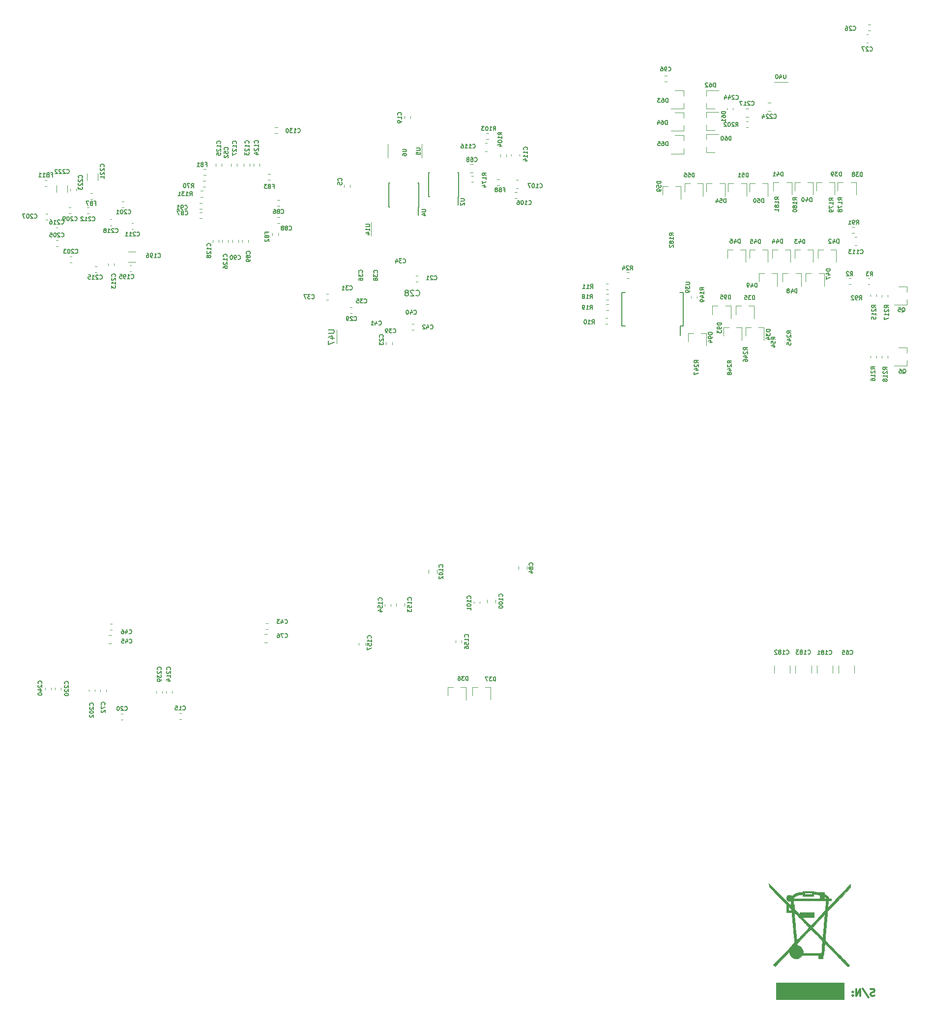
<source format=gbr>
G04 #@! TF.GenerationSoftware,KiCad,Pcbnew,5.1.5+dfsg1-2build2*
G04 #@! TF.CreationDate,2021-02-17T11:04:06+00:00*
G04 #@! TF.ProjectId,HILTOP_Motherboard,48494c54-4f50-45f4-9d6f-74686572626f,Rev C*
G04 #@! TF.SameCoordinates,Original*
G04 #@! TF.FileFunction,Legend,Bot*
G04 #@! TF.FilePolarity,Positive*
%FSLAX46Y46*%
G04 Gerber Fmt 4.6, Leading zero omitted, Abs format (unit mm)*
G04 Created by KiCad (PCBNEW 5.1.5+dfsg1-2build2) date 2021-02-17 11:04:06*
%MOMM*%
%LPD*%
G04 APERTURE LIST*
%ADD10C,0.300000*%
%ADD11C,0.010000*%
%ADD12C,0.150000*%
%ADD13C,0.120000*%
G04 APERTURE END LIST*
D10*
X200435714Y-218505714D02*
X200264285Y-218562857D01*
X199978571Y-218562857D01*
X199864285Y-218505714D01*
X199807142Y-218448571D01*
X199750000Y-218334285D01*
X199750000Y-218220000D01*
X199807142Y-218105714D01*
X199864285Y-218048571D01*
X199978571Y-217991428D01*
X200207142Y-217934285D01*
X200321428Y-217877142D01*
X200378571Y-217820000D01*
X200435714Y-217705714D01*
X200435714Y-217591428D01*
X200378571Y-217477142D01*
X200321428Y-217420000D01*
X200207142Y-217362857D01*
X199921428Y-217362857D01*
X199750000Y-217420000D01*
X198378571Y-217305714D02*
X199407142Y-218848571D01*
X197978571Y-218562857D02*
X197978571Y-217362857D01*
X197292857Y-218562857D01*
X197292857Y-217362857D01*
X196721428Y-218448571D02*
X196664285Y-218505714D01*
X196721428Y-218562857D01*
X196778571Y-218505714D01*
X196721428Y-218448571D01*
X196721428Y-218562857D01*
X196721428Y-217820000D02*
X196664285Y-217877142D01*
X196721428Y-217934285D01*
X196778571Y-217877142D01*
X196721428Y-217820000D01*
X196721428Y-217934285D01*
D11*
G36*
X182275001Y-199490316D02*
G01*
X182277052Y-199778689D01*
X185268802Y-202818361D01*
X185269893Y-203515820D01*
X185270983Y-204213279D01*
X186181946Y-204213279D01*
X186205419Y-204390246D01*
X186214307Y-204470908D01*
X186229289Y-204622807D01*
X186249564Y-204836882D01*
X186274330Y-205104072D01*
X186302785Y-205415316D01*
X186334129Y-205761553D01*
X186367561Y-206133721D01*
X186402278Y-206522761D01*
X186437480Y-206919610D01*
X186472364Y-207315208D01*
X186506131Y-207700494D01*
X186537978Y-208066406D01*
X186567104Y-208403884D01*
X186592707Y-208703866D01*
X186613988Y-208957292D01*
X186630143Y-209155100D01*
X186640371Y-209288229D01*
X186643873Y-209347619D01*
X186643870Y-209347902D01*
X186618343Y-209395556D01*
X186541670Y-209493953D01*
X186412807Y-209644238D01*
X186230711Y-209847555D01*
X185994339Y-210105052D01*
X185702648Y-210417872D01*
X185354594Y-210787161D01*
X184949134Y-211214065D01*
X184835168Y-211333607D01*
X183027678Y-213228197D01*
X183173806Y-213373935D01*
X183319934Y-213519672D01*
X183556360Y-213262444D01*
X183642853Y-213169483D01*
X183777961Y-213025725D01*
X183952771Y-212840590D01*
X184158366Y-212623493D01*
X184385835Y-212383854D01*
X184626262Y-212131091D01*
X184770097Y-211980127D01*
X185040131Y-211697311D01*
X185258397Y-211470777D01*
X185430461Y-211296405D01*
X185561889Y-211170077D01*
X185658246Y-211087673D01*
X185725099Y-211045074D01*
X185768011Y-211038160D01*
X185792549Y-211062812D01*
X185804279Y-211114912D01*
X185808765Y-211190339D01*
X185809368Y-211210923D01*
X185840557Y-211352724D01*
X185917402Y-211524120D01*
X186024564Y-211698003D01*
X186146705Y-211847270D01*
X186195579Y-211893379D01*
X186446345Y-212054713D01*
X186739274Y-212144981D01*
X186998258Y-212166394D01*
X187291760Y-212126006D01*
X187562825Y-212007578D01*
X187802733Y-211815209D01*
X187846999Y-211767326D01*
X188008859Y-211583443D01*
X190809016Y-211583443D01*
X190809016Y-212166394D01*
X191558524Y-212166394D01*
X191558524Y-211894052D01*
X191567929Y-211708131D01*
X191599530Y-211579083D01*
X191637935Y-211508888D01*
X191665376Y-211458663D01*
X191688873Y-211385842D01*
X191709983Y-211279629D01*
X191730263Y-211129229D01*
X191751271Y-210923846D01*
X191774563Y-210652684D01*
X191790512Y-210450961D01*
X191863678Y-209505857D01*
X193659838Y-211325388D01*
X193984601Y-211654624D01*
X194296366Y-211971158D01*
X194589435Y-212269174D01*
X194858113Y-212542858D01*
X195096701Y-212786395D01*
X195299504Y-212993969D01*
X195460824Y-213159767D01*
X195574966Y-213277973D01*
X195636171Y-213342705D01*
X195736723Y-213445191D01*
X195820596Y-213516672D01*
X195865709Y-213540492D01*
X195923331Y-213512590D01*
X196007326Y-213442875D01*
X196035797Y-213414485D01*
X196156520Y-213288477D01*
X195491866Y-212613062D01*
X195322301Y-212441002D01*
X195103655Y-212219536D01*
X194845520Y-211958357D01*
X194557489Y-211667160D01*
X194249151Y-211355639D01*
X193930099Y-211033490D01*
X193609924Y-210710405D01*
X193380246Y-210478775D01*
X193031114Y-210125789D01*
X192737805Y-209826949D01*
X192496567Y-209578210D01*
X192303649Y-209375527D01*
X192155300Y-209214854D01*
X192081775Y-209130953D01*
X191491346Y-209130953D01*
X191417424Y-210076132D01*
X191395132Y-210353183D01*
X191373567Y-210606538D01*
X191353953Y-210822955D01*
X191337509Y-210989193D01*
X191325459Y-211092008D01*
X191321581Y-211115000D01*
X191299660Y-211208689D01*
X188155500Y-211208689D01*
X188134511Y-210947218D01*
X188071144Y-210638289D01*
X187938538Y-210365012D01*
X187745054Y-210137340D01*
X187499049Y-209965224D01*
X187222936Y-209861907D01*
X187133360Y-209813444D01*
X187088514Y-209709433D01*
X187087575Y-209704845D01*
X187082194Y-209660934D01*
X187088846Y-209615971D01*
X187114022Y-209561614D01*
X187164215Y-209489524D01*
X187245916Y-209391360D01*
X187365619Y-209258783D01*
X187529816Y-209083451D01*
X187744998Y-208857026D01*
X187758902Y-208842441D01*
X187990354Y-208599399D01*
X188236419Y-208340527D01*
X188480190Y-208083648D01*
X188704758Y-207846582D01*
X188893215Y-207647151D01*
X188935246Y-207602566D01*
X189096364Y-207434452D01*
X189239493Y-207290586D01*
X189354357Y-207180863D01*
X189430681Y-207115177D01*
X189456307Y-207100741D01*
X189494522Y-207130955D01*
X189583892Y-207213842D01*
X189717380Y-207342500D01*
X189887947Y-207510029D01*
X190088557Y-207709529D01*
X190312170Y-207934100D01*
X190494931Y-208119083D01*
X191491346Y-209130953D01*
X192081775Y-209130953D01*
X192047766Y-209092146D01*
X191977297Y-209003359D01*
X191940140Y-208944446D01*
X191931872Y-208917164D01*
X191935004Y-208857624D01*
X191944519Y-208722856D01*
X191959800Y-208520614D01*
X191980233Y-208258654D01*
X192005201Y-207944732D01*
X192034089Y-207586604D01*
X192066282Y-207192025D01*
X192101163Y-206768749D01*
X192129274Y-206430464D01*
X192288329Y-204523182D01*
X191879059Y-204523182D01*
X191877296Y-204564342D01*
X191869005Y-204680265D01*
X191854853Y-204862746D01*
X191835506Y-205103580D01*
X191811629Y-205394563D01*
X191783888Y-205727490D01*
X191752951Y-206094157D01*
X191723262Y-206442283D01*
X191689631Y-206837272D01*
X191658306Y-207210131D01*
X191630004Y-207551961D01*
X191605443Y-207853860D01*
X191585341Y-208106929D01*
X191570414Y-208302266D01*
X191561382Y-208430972D01*
X191558875Y-208480957D01*
X191554965Y-208512066D01*
X191539471Y-208524411D01*
X191506421Y-208512839D01*
X191449842Y-208472200D01*
X191363763Y-208397343D01*
X191242210Y-208283117D01*
X191079212Y-208124371D01*
X190868795Y-207915954D01*
X190645535Y-207693238D01*
X189732546Y-206780956D01*
X189738945Y-206774098D01*
X189135450Y-206774098D01*
X189107947Y-206811764D01*
X189030949Y-206900454D01*
X188912176Y-207032017D01*
X188759343Y-207198302D01*
X188580168Y-207391157D01*
X188382368Y-207602433D01*
X188173659Y-207823977D01*
X187961760Y-208047639D01*
X187754386Y-208265268D01*
X187559256Y-208468711D01*
X187384085Y-208649820D01*
X187236592Y-208800441D01*
X187124493Y-208912424D01*
X187055505Y-208977619D01*
X187036692Y-208990900D01*
X187030490Y-208948030D01*
X187017616Y-208829622D01*
X186998777Y-208643087D01*
X186974682Y-208395839D01*
X186946039Y-208095289D01*
X186913556Y-207748851D01*
X186877940Y-207363936D01*
X186839899Y-206947958D01*
X186809527Y-206612536D01*
X186770675Y-206177611D01*
X186734779Y-205767892D01*
X186702444Y-205390812D01*
X186674272Y-205053804D01*
X186650868Y-204764301D01*
X186632835Y-204529734D01*
X186620776Y-204357538D01*
X186615296Y-204255143D01*
X186615923Y-204228558D01*
X186648678Y-204252238D01*
X186732094Y-204328358D01*
X186858877Y-204449550D01*
X187021734Y-204608446D01*
X187213375Y-204797677D01*
X187426505Y-205009878D01*
X187653834Y-205237679D01*
X187888067Y-205473714D01*
X188121914Y-205710613D01*
X188348081Y-205941011D01*
X188559276Y-206157539D01*
X188748206Y-206352829D01*
X188907581Y-206519514D01*
X189030105Y-206650225D01*
X189108489Y-206737596D01*
X189135450Y-206774098D01*
X189738945Y-206774098D01*
X190072994Y-206416090D01*
X190246379Y-206230919D01*
X190440982Y-206024188D01*
X190649109Y-205803959D01*
X190863065Y-205578299D01*
X191075156Y-205355270D01*
X191277687Y-205142937D01*
X191462966Y-204949364D01*
X191623297Y-204782615D01*
X191750986Y-204650755D01*
X191838339Y-204561847D01*
X191877662Y-204523956D01*
X191879059Y-204523182D01*
X192288329Y-204523182D01*
X192328082Y-204046502D01*
X194316746Y-201955079D01*
X196305409Y-199863656D01*
X196303946Y-199571336D01*
X196302482Y-199279017D01*
X195981241Y-199622173D01*
X195801456Y-199813567D01*
X195589193Y-200038430D01*
X195350182Y-200290779D01*
X195090151Y-200564629D01*
X194814827Y-200853997D01*
X194529940Y-201152899D01*
X194241216Y-201455350D01*
X193954385Y-201755368D01*
X193675174Y-202046968D01*
X193409313Y-202324167D01*
X193162528Y-202580980D01*
X192940548Y-202811423D01*
X192749102Y-203009513D01*
X192593918Y-203169266D01*
X192480724Y-203284698D01*
X192415247Y-203349825D01*
X192400897Y-203362318D01*
X192399911Y-203318857D01*
X192405339Y-203207583D01*
X192416238Y-203043636D01*
X192431668Y-202842155D01*
X192438290Y-202761669D01*
X192487616Y-202172951D01*
X192101422Y-202172951D01*
X192081484Y-202266639D01*
X192071315Y-202340734D01*
X192057026Y-202480145D01*
X192040270Y-202667112D01*
X192022697Y-202883874D01*
X192016614Y-202964098D01*
X191998675Y-203194442D01*
X191980569Y-203408352D01*
X191964108Y-203585618D01*
X191951101Y-203706029D01*
X191948168Y-203727880D01*
X191937104Y-203772742D01*
X191913153Y-203825256D01*
X191871225Y-203891308D01*
X191806226Y-203976785D01*
X191713063Y-204087574D01*
X191586645Y-204229562D01*
X191421879Y-204408634D01*
X191213672Y-204630679D01*
X190956931Y-204901582D01*
X190695025Y-205176457D01*
X190434457Y-205448476D01*
X190191223Y-205700395D01*
X189971380Y-205926090D01*
X189780981Y-206119438D01*
X189626083Y-206274312D01*
X189512739Y-206384589D01*
X189447006Y-206444144D01*
X189432988Y-206453004D01*
X189396108Y-206420879D01*
X189309903Y-206337100D01*
X189182740Y-206210073D01*
X189022986Y-206048202D01*
X188839008Y-205859892D01*
X188705958Y-205722705D01*
X188011340Y-205004426D01*
X190059508Y-205004426D01*
X190059508Y-204213279D01*
X187561147Y-204213279D01*
X187561147Y-204565793D01*
X187103114Y-204109180D01*
X186778200Y-203785273D01*
X186145409Y-203785273D01*
X186139356Y-203836368D01*
X186108720Y-203864837D01*
X186034784Y-203877242D01*
X185898832Y-203880143D01*
X185874754Y-203880164D01*
X185604098Y-203880164D01*
X185604098Y-203153881D01*
X185874754Y-203422131D01*
X186027431Y-203585220D01*
X186118749Y-203710164D01*
X186145409Y-203785273D01*
X186778200Y-203785273D01*
X186645082Y-203652568D01*
X186645082Y-203245874D01*
X186643806Y-203058769D01*
X186637970Y-202939738D01*
X186624557Y-202873590D01*
X186600552Y-202845136D01*
X186564354Y-202839180D01*
X186524096Y-202830437D01*
X186494340Y-202795379D01*
X186471489Y-202720770D01*
X186451945Y-202593371D01*
X186432112Y-202399944D01*
X186425748Y-202329098D01*
X186411968Y-202172951D01*
X192101422Y-202172951D01*
X192487616Y-202172951D01*
X193015901Y-202172951D01*
X193015901Y-201798197D01*
X192791399Y-201798197D01*
X192660091Y-201794600D01*
X192588743Y-201777241D01*
X192580014Y-201766909D01*
X192120171Y-201766909D01*
X192095970Y-201790512D01*
X192012140Y-201797797D01*
X191955563Y-201798197D01*
X191766721Y-201798197D01*
X191062501Y-201798197D01*
X186378344Y-201798197D01*
X186536777Y-201635947D01*
X186782848Y-201435729D01*
X187087391Y-201281305D01*
X187455567Y-201170561D01*
X187821393Y-201109311D01*
X188060819Y-201080732D01*
X188060819Y-201381803D01*
X189976229Y-201381803D01*
X189976229Y-201040237D01*
X190257295Y-201068722D01*
X190453676Y-201092764D01*
X190662906Y-201124632D01*
X190788196Y-201147392D01*
X191038032Y-201197577D01*
X191050266Y-201497887D01*
X191062501Y-201798197D01*
X191766721Y-201798197D01*
X191766721Y-201631639D01*
X191772227Y-201527298D01*
X191785979Y-201469304D01*
X191791523Y-201465082D01*
X191853167Y-201491790D01*
X191943229Y-201556584D01*
X192033515Y-201636470D01*
X192095833Y-201708454D01*
X192101385Y-201717814D01*
X192120171Y-201766909D01*
X192580014Y-201766909D01*
X192554126Y-201736269D01*
X192540152Y-201691637D01*
X192483116Y-201575812D01*
X192373572Y-201436572D01*
X192230366Y-201293441D01*
X192072345Y-201165943D01*
X191968549Y-201099536D01*
X191850309Y-201026850D01*
X191789696Y-200965787D01*
X191768399Y-200893786D01*
X191766763Y-200850902D01*
X191766760Y-200840492D01*
X189643114Y-200840492D01*
X189643114Y-201048689D01*
X188393934Y-201048689D01*
X188393934Y-200840492D01*
X189643114Y-200840492D01*
X191766760Y-200840492D01*
X191766721Y-200715574D01*
X191416256Y-200715574D01*
X191255011Y-200719471D01*
X191129340Y-200729859D01*
X191059479Y-200744778D01*
X191051912Y-200750819D01*
X191007597Y-200760092D01*
X190899750Y-200756294D01*
X190746900Y-200740547D01*
X190642459Y-200726008D01*
X190453082Y-200697447D01*
X190279885Y-200671662D01*
X190149730Y-200652640D01*
X190111557Y-200647236D01*
X190011824Y-200616349D01*
X189976229Y-200567949D01*
X189965407Y-200548238D01*
X189926695Y-200533200D01*
X189850723Y-200522244D01*
X189728124Y-200514776D01*
X189549526Y-200510205D01*
X189305562Y-200507938D01*
X189018524Y-200507377D01*
X188712181Y-200507695D01*
X188479131Y-200509198D01*
X188309390Y-200512706D01*
X188192972Y-200519043D01*
X188119893Y-200529029D01*
X188080167Y-200543486D01*
X188063811Y-200563237D01*
X188060819Y-200586201D01*
X188035343Y-200659091D01*
X187951893Y-200700569D01*
X187799938Y-200715363D01*
X187772599Y-200715574D01*
X187515268Y-200742120D01*
X187222997Y-200815197D01*
X186922143Y-200924965D01*
X186639064Y-201061582D01*
X186400118Y-201215208D01*
X186369170Y-201239550D01*
X186268299Y-201318745D01*
X186208564Y-201350465D01*
X186166848Y-201340211D01*
X186124027Y-201297903D01*
X185997555Y-201215030D01*
X185832956Y-201183217D01*
X185655705Y-201199762D01*
X185491277Y-201261964D01*
X185365147Y-201367121D01*
X185356013Y-201379344D01*
X185261635Y-201575641D01*
X185244076Y-201778831D01*
X185301398Y-201972527D01*
X185431666Y-202140343D01*
X185447594Y-202154201D01*
X185540083Y-202220027D01*
X185633923Y-202249016D01*
X185765848Y-202251109D01*
X185798805Y-202249252D01*
X185927883Y-202244516D01*
X185994372Y-202255368D01*
X186018441Y-202288114D01*
X186020910Y-202318689D01*
X186025955Y-202407382D01*
X186038475Y-202540770D01*
X186047473Y-202620574D01*
X186060524Y-202747328D01*
X186055095Y-202812216D01*
X186023622Y-202835933D01*
X185967558Y-202839180D01*
X185934308Y-202828457D01*
X185880669Y-202793749D01*
X185802667Y-202731255D01*
X185696327Y-202637169D01*
X185557673Y-202507688D01*
X185382732Y-202339008D01*
X185167527Y-202127326D01*
X184908084Y-201868836D01*
X184600428Y-201559736D01*
X184240584Y-201196222D01*
X184067168Y-201020562D01*
X182272950Y-199201945D01*
X182275001Y-199490316D01*
G37*
X182275001Y-199490316D02*
X182277052Y-199778689D01*
X185268802Y-202818361D01*
X185269893Y-203515820D01*
X185270983Y-204213279D01*
X186181946Y-204213279D01*
X186205419Y-204390246D01*
X186214307Y-204470908D01*
X186229289Y-204622807D01*
X186249564Y-204836882D01*
X186274330Y-205104072D01*
X186302785Y-205415316D01*
X186334129Y-205761553D01*
X186367561Y-206133721D01*
X186402278Y-206522761D01*
X186437480Y-206919610D01*
X186472364Y-207315208D01*
X186506131Y-207700494D01*
X186537978Y-208066406D01*
X186567104Y-208403884D01*
X186592707Y-208703866D01*
X186613988Y-208957292D01*
X186630143Y-209155100D01*
X186640371Y-209288229D01*
X186643873Y-209347619D01*
X186643870Y-209347902D01*
X186618343Y-209395556D01*
X186541670Y-209493953D01*
X186412807Y-209644238D01*
X186230711Y-209847555D01*
X185994339Y-210105052D01*
X185702648Y-210417872D01*
X185354594Y-210787161D01*
X184949134Y-211214065D01*
X184835168Y-211333607D01*
X183027678Y-213228197D01*
X183173806Y-213373935D01*
X183319934Y-213519672D01*
X183556360Y-213262444D01*
X183642853Y-213169483D01*
X183777961Y-213025725D01*
X183952771Y-212840590D01*
X184158366Y-212623493D01*
X184385835Y-212383854D01*
X184626262Y-212131091D01*
X184770097Y-211980127D01*
X185040131Y-211697311D01*
X185258397Y-211470777D01*
X185430461Y-211296405D01*
X185561889Y-211170077D01*
X185658246Y-211087673D01*
X185725099Y-211045074D01*
X185768011Y-211038160D01*
X185792549Y-211062812D01*
X185804279Y-211114912D01*
X185808765Y-211190339D01*
X185809368Y-211210923D01*
X185840557Y-211352724D01*
X185917402Y-211524120D01*
X186024564Y-211698003D01*
X186146705Y-211847270D01*
X186195579Y-211893379D01*
X186446345Y-212054713D01*
X186739274Y-212144981D01*
X186998258Y-212166394D01*
X187291760Y-212126006D01*
X187562825Y-212007578D01*
X187802733Y-211815209D01*
X187846999Y-211767326D01*
X188008859Y-211583443D01*
X190809016Y-211583443D01*
X190809016Y-212166394D01*
X191558524Y-212166394D01*
X191558524Y-211894052D01*
X191567929Y-211708131D01*
X191599530Y-211579083D01*
X191637935Y-211508888D01*
X191665376Y-211458663D01*
X191688873Y-211385842D01*
X191709983Y-211279629D01*
X191730263Y-211129229D01*
X191751271Y-210923846D01*
X191774563Y-210652684D01*
X191790512Y-210450961D01*
X191863678Y-209505857D01*
X193659838Y-211325388D01*
X193984601Y-211654624D01*
X194296366Y-211971158D01*
X194589435Y-212269174D01*
X194858113Y-212542858D01*
X195096701Y-212786395D01*
X195299504Y-212993969D01*
X195460824Y-213159767D01*
X195574966Y-213277973D01*
X195636171Y-213342705D01*
X195736723Y-213445191D01*
X195820596Y-213516672D01*
X195865709Y-213540492D01*
X195923331Y-213512590D01*
X196007326Y-213442875D01*
X196035797Y-213414485D01*
X196156520Y-213288477D01*
X195491866Y-212613062D01*
X195322301Y-212441002D01*
X195103655Y-212219536D01*
X194845520Y-211958357D01*
X194557489Y-211667160D01*
X194249151Y-211355639D01*
X193930099Y-211033490D01*
X193609924Y-210710405D01*
X193380246Y-210478775D01*
X193031114Y-210125789D01*
X192737805Y-209826949D01*
X192496567Y-209578210D01*
X192303649Y-209375527D01*
X192155300Y-209214854D01*
X192081775Y-209130953D01*
X191491346Y-209130953D01*
X191417424Y-210076132D01*
X191395132Y-210353183D01*
X191373567Y-210606538D01*
X191353953Y-210822955D01*
X191337509Y-210989193D01*
X191325459Y-211092008D01*
X191321581Y-211115000D01*
X191299660Y-211208689D01*
X188155500Y-211208689D01*
X188134511Y-210947218D01*
X188071144Y-210638289D01*
X187938538Y-210365012D01*
X187745054Y-210137340D01*
X187499049Y-209965224D01*
X187222936Y-209861907D01*
X187133360Y-209813444D01*
X187088514Y-209709433D01*
X187087575Y-209704845D01*
X187082194Y-209660934D01*
X187088846Y-209615971D01*
X187114022Y-209561614D01*
X187164215Y-209489524D01*
X187245916Y-209391360D01*
X187365619Y-209258783D01*
X187529816Y-209083451D01*
X187744998Y-208857026D01*
X187758902Y-208842441D01*
X187990354Y-208599399D01*
X188236419Y-208340527D01*
X188480190Y-208083648D01*
X188704758Y-207846582D01*
X188893215Y-207647151D01*
X188935246Y-207602566D01*
X189096364Y-207434452D01*
X189239493Y-207290586D01*
X189354357Y-207180863D01*
X189430681Y-207115177D01*
X189456307Y-207100741D01*
X189494522Y-207130955D01*
X189583892Y-207213842D01*
X189717380Y-207342500D01*
X189887947Y-207510029D01*
X190088557Y-207709529D01*
X190312170Y-207934100D01*
X190494931Y-208119083D01*
X191491346Y-209130953D01*
X192081775Y-209130953D01*
X192047766Y-209092146D01*
X191977297Y-209003359D01*
X191940140Y-208944446D01*
X191931872Y-208917164D01*
X191935004Y-208857624D01*
X191944519Y-208722856D01*
X191959800Y-208520614D01*
X191980233Y-208258654D01*
X192005201Y-207944732D01*
X192034089Y-207586604D01*
X192066282Y-207192025D01*
X192101163Y-206768749D01*
X192129274Y-206430464D01*
X192288329Y-204523182D01*
X191879059Y-204523182D01*
X191877296Y-204564342D01*
X191869005Y-204680265D01*
X191854853Y-204862746D01*
X191835506Y-205103580D01*
X191811629Y-205394563D01*
X191783888Y-205727490D01*
X191752951Y-206094157D01*
X191723262Y-206442283D01*
X191689631Y-206837272D01*
X191658306Y-207210131D01*
X191630004Y-207551961D01*
X191605443Y-207853860D01*
X191585341Y-208106929D01*
X191570414Y-208302266D01*
X191561382Y-208430972D01*
X191558875Y-208480957D01*
X191554965Y-208512066D01*
X191539471Y-208524411D01*
X191506421Y-208512839D01*
X191449842Y-208472200D01*
X191363763Y-208397343D01*
X191242210Y-208283117D01*
X191079212Y-208124371D01*
X190868795Y-207915954D01*
X190645535Y-207693238D01*
X189732546Y-206780956D01*
X189738945Y-206774098D01*
X189135450Y-206774098D01*
X189107947Y-206811764D01*
X189030949Y-206900454D01*
X188912176Y-207032017D01*
X188759343Y-207198302D01*
X188580168Y-207391157D01*
X188382368Y-207602433D01*
X188173659Y-207823977D01*
X187961760Y-208047639D01*
X187754386Y-208265268D01*
X187559256Y-208468711D01*
X187384085Y-208649820D01*
X187236592Y-208800441D01*
X187124493Y-208912424D01*
X187055505Y-208977619D01*
X187036692Y-208990900D01*
X187030490Y-208948030D01*
X187017616Y-208829622D01*
X186998777Y-208643087D01*
X186974682Y-208395839D01*
X186946039Y-208095289D01*
X186913556Y-207748851D01*
X186877940Y-207363936D01*
X186839899Y-206947958D01*
X186809527Y-206612536D01*
X186770675Y-206177611D01*
X186734779Y-205767892D01*
X186702444Y-205390812D01*
X186674272Y-205053804D01*
X186650868Y-204764301D01*
X186632835Y-204529734D01*
X186620776Y-204357538D01*
X186615296Y-204255143D01*
X186615923Y-204228558D01*
X186648678Y-204252238D01*
X186732094Y-204328358D01*
X186858877Y-204449550D01*
X187021734Y-204608446D01*
X187213375Y-204797677D01*
X187426505Y-205009878D01*
X187653834Y-205237679D01*
X187888067Y-205473714D01*
X188121914Y-205710613D01*
X188348081Y-205941011D01*
X188559276Y-206157539D01*
X188748206Y-206352829D01*
X188907581Y-206519514D01*
X189030105Y-206650225D01*
X189108489Y-206737596D01*
X189135450Y-206774098D01*
X189738945Y-206774098D01*
X190072994Y-206416090D01*
X190246379Y-206230919D01*
X190440982Y-206024188D01*
X190649109Y-205803959D01*
X190863065Y-205578299D01*
X191075156Y-205355270D01*
X191277687Y-205142937D01*
X191462966Y-204949364D01*
X191623297Y-204782615D01*
X191750986Y-204650755D01*
X191838339Y-204561847D01*
X191877662Y-204523956D01*
X191879059Y-204523182D01*
X192288329Y-204523182D01*
X192328082Y-204046502D01*
X194316746Y-201955079D01*
X196305409Y-199863656D01*
X196303946Y-199571336D01*
X196302482Y-199279017D01*
X195981241Y-199622173D01*
X195801456Y-199813567D01*
X195589193Y-200038430D01*
X195350182Y-200290779D01*
X195090151Y-200564629D01*
X194814827Y-200853997D01*
X194529940Y-201152899D01*
X194241216Y-201455350D01*
X193954385Y-201755368D01*
X193675174Y-202046968D01*
X193409313Y-202324167D01*
X193162528Y-202580980D01*
X192940548Y-202811423D01*
X192749102Y-203009513D01*
X192593918Y-203169266D01*
X192480724Y-203284698D01*
X192415247Y-203349825D01*
X192400897Y-203362318D01*
X192399911Y-203318857D01*
X192405339Y-203207583D01*
X192416238Y-203043636D01*
X192431668Y-202842155D01*
X192438290Y-202761669D01*
X192487616Y-202172951D01*
X192101422Y-202172951D01*
X192081484Y-202266639D01*
X192071315Y-202340734D01*
X192057026Y-202480145D01*
X192040270Y-202667112D01*
X192022697Y-202883874D01*
X192016614Y-202964098D01*
X191998675Y-203194442D01*
X191980569Y-203408352D01*
X191964108Y-203585618D01*
X191951101Y-203706029D01*
X191948168Y-203727880D01*
X191937104Y-203772742D01*
X191913153Y-203825256D01*
X191871225Y-203891308D01*
X191806226Y-203976785D01*
X191713063Y-204087574D01*
X191586645Y-204229562D01*
X191421879Y-204408634D01*
X191213672Y-204630679D01*
X190956931Y-204901582D01*
X190695025Y-205176457D01*
X190434457Y-205448476D01*
X190191223Y-205700395D01*
X189971380Y-205926090D01*
X189780981Y-206119438D01*
X189626083Y-206274312D01*
X189512739Y-206384589D01*
X189447006Y-206444144D01*
X189432988Y-206453004D01*
X189396108Y-206420879D01*
X189309903Y-206337100D01*
X189182740Y-206210073D01*
X189022986Y-206048202D01*
X188839008Y-205859892D01*
X188705958Y-205722705D01*
X188011340Y-205004426D01*
X190059508Y-205004426D01*
X190059508Y-204213279D01*
X187561147Y-204213279D01*
X187561147Y-204565793D01*
X187103114Y-204109180D01*
X186778200Y-203785273D01*
X186145409Y-203785273D01*
X186139356Y-203836368D01*
X186108720Y-203864837D01*
X186034784Y-203877242D01*
X185898832Y-203880143D01*
X185874754Y-203880164D01*
X185604098Y-203880164D01*
X185604098Y-203153881D01*
X185874754Y-203422131D01*
X186027431Y-203585220D01*
X186118749Y-203710164D01*
X186145409Y-203785273D01*
X186778200Y-203785273D01*
X186645082Y-203652568D01*
X186645082Y-203245874D01*
X186643806Y-203058769D01*
X186637970Y-202939738D01*
X186624557Y-202873590D01*
X186600552Y-202845136D01*
X186564354Y-202839180D01*
X186524096Y-202830437D01*
X186494340Y-202795379D01*
X186471489Y-202720770D01*
X186451945Y-202593371D01*
X186432112Y-202399944D01*
X186425748Y-202329098D01*
X186411968Y-202172951D01*
X192101422Y-202172951D01*
X192487616Y-202172951D01*
X193015901Y-202172951D01*
X193015901Y-201798197D01*
X192791399Y-201798197D01*
X192660091Y-201794600D01*
X192588743Y-201777241D01*
X192580014Y-201766909D01*
X192120171Y-201766909D01*
X192095970Y-201790512D01*
X192012140Y-201797797D01*
X191955563Y-201798197D01*
X191766721Y-201798197D01*
X191062501Y-201798197D01*
X186378344Y-201798197D01*
X186536777Y-201635947D01*
X186782848Y-201435729D01*
X187087391Y-201281305D01*
X187455567Y-201170561D01*
X187821393Y-201109311D01*
X188060819Y-201080732D01*
X188060819Y-201381803D01*
X189976229Y-201381803D01*
X189976229Y-201040237D01*
X190257295Y-201068722D01*
X190453676Y-201092764D01*
X190662906Y-201124632D01*
X190788196Y-201147392D01*
X191038032Y-201197577D01*
X191050266Y-201497887D01*
X191062501Y-201798197D01*
X191766721Y-201798197D01*
X191766721Y-201631639D01*
X191772227Y-201527298D01*
X191785979Y-201469304D01*
X191791523Y-201465082D01*
X191853167Y-201491790D01*
X191943229Y-201556584D01*
X192033515Y-201636470D01*
X192095833Y-201708454D01*
X192101385Y-201717814D01*
X192120171Y-201766909D01*
X192580014Y-201766909D01*
X192554126Y-201736269D01*
X192540152Y-201691637D01*
X192483116Y-201575812D01*
X192373572Y-201436572D01*
X192230366Y-201293441D01*
X192072345Y-201165943D01*
X191968549Y-201099536D01*
X191850309Y-201026850D01*
X191789696Y-200965787D01*
X191768399Y-200893786D01*
X191766763Y-200850902D01*
X191766760Y-200840492D01*
X189643114Y-200840492D01*
X189643114Y-201048689D01*
X188393934Y-201048689D01*
X188393934Y-200840492D01*
X189643114Y-200840492D01*
X191766760Y-200840492D01*
X191766721Y-200715574D01*
X191416256Y-200715574D01*
X191255011Y-200719471D01*
X191129340Y-200729859D01*
X191059479Y-200744778D01*
X191051912Y-200750819D01*
X191007597Y-200760092D01*
X190899750Y-200756294D01*
X190746900Y-200740547D01*
X190642459Y-200726008D01*
X190453082Y-200697447D01*
X190279885Y-200671662D01*
X190149730Y-200652640D01*
X190111557Y-200647236D01*
X190011824Y-200616349D01*
X189976229Y-200567949D01*
X189965407Y-200548238D01*
X189926695Y-200533200D01*
X189850723Y-200522244D01*
X189728124Y-200514776D01*
X189549526Y-200510205D01*
X189305562Y-200507938D01*
X189018524Y-200507377D01*
X188712181Y-200507695D01*
X188479131Y-200509198D01*
X188309390Y-200512706D01*
X188192972Y-200519043D01*
X188119893Y-200529029D01*
X188080167Y-200543486D01*
X188063811Y-200563237D01*
X188060819Y-200586201D01*
X188035343Y-200659091D01*
X187951893Y-200700569D01*
X187799938Y-200715363D01*
X187772599Y-200715574D01*
X187515268Y-200742120D01*
X187222997Y-200815197D01*
X186922143Y-200924965D01*
X186639064Y-201061582D01*
X186400118Y-201215208D01*
X186369170Y-201239550D01*
X186268299Y-201318745D01*
X186208564Y-201350465D01*
X186166848Y-201340211D01*
X186124027Y-201297903D01*
X185997555Y-201215030D01*
X185832956Y-201183217D01*
X185655705Y-201199762D01*
X185491277Y-201261964D01*
X185365147Y-201367121D01*
X185356013Y-201379344D01*
X185261635Y-201575641D01*
X185244076Y-201778831D01*
X185301398Y-201972527D01*
X185431666Y-202140343D01*
X185447594Y-202154201D01*
X185540083Y-202220027D01*
X185633923Y-202249016D01*
X185765848Y-202251109D01*
X185798805Y-202249252D01*
X185927883Y-202244516D01*
X185994372Y-202255368D01*
X186018441Y-202288114D01*
X186020910Y-202318689D01*
X186025955Y-202407382D01*
X186038475Y-202540770D01*
X186047473Y-202620574D01*
X186060524Y-202747328D01*
X186055095Y-202812216D01*
X186023622Y-202835933D01*
X185967558Y-202839180D01*
X185934308Y-202828457D01*
X185880669Y-202793749D01*
X185802667Y-202731255D01*
X185696327Y-202637169D01*
X185557673Y-202507688D01*
X185382732Y-202339008D01*
X185167527Y-202127326D01*
X184908084Y-201868836D01*
X184600428Y-201559736D01*
X184240584Y-201196222D01*
X184067168Y-201020562D01*
X182272950Y-199201945D01*
X182275001Y-199490316D01*
G36*
X183522131Y-219203443D02*
G01*
X195181147Y-219203443D01*
X195181147Y-216330328D01*
X183522131Y-216330328D01*
X183522131Y-219203443D01*
G37*
X183522131Y-219203443D02*
X195181147Y-219203443D01*
X195181147Y-216330328D01*
X183522131Y-216330328D01*
X183522131Y-219203443D01*
D12*
X167525000Y-103175000D02*
X166950000Y-103175000D01*
X167525000Y-97425000D02*
X166875000Y-97425000D01*
X156875000Y-97425000D02*
X157525000Y-97425000D01*
X156875000Y-103175000D02*
X157525000Y-103175000D01*
X167525000Y-103175000D02*
X167525000Y-97425000D01*
X156875000Y-103175000D02*
X156875000Y-97425000D01*
X166950000Y-103175000D02*
X166950000Y-104775000D01*
D13*
X110130000Y-79280000D02*
X110130000Y-78840000D01*
X109110000Y-79280000D02*
X109110000Y-78840000D01*
X119490000Y-67030000D02*
X119490000Y-67470000D01*
X120510000Y-67030000D02*
X120510000Y-67470000D01*
X116315000Y-105980000D02*
X116315000Y-106420000D01*
X117335000Y-105980000D02*
X117335000Y-106420000D01*
X199300000Y-52334000D02*
X199740000Y-52334000D01*
X199300000Y-51314000D02*
X199740000Y-51314000D01*
X199040000Y-54374000D02*
X199340000Y-54374000D01*
X199040000Y-52954000D02*
X199340000Y-52954000D01*
X196960000Y-162950000D02*
X196960000Y-161650000D01*
X194240000Y-162950000D02*
X194240000Y-161650000D01*
X97580000Y-82510000D02*
X98020000Y-82510000D01*
X97580000Y-81490000D02*
X98020000Y-81490000D01*
X84620000Y-83590000D02*
X84180000Y-83590000D01*
X84620000Y-84610000D02*
X84180000Y-84610000D01*
X97580000Y-85510000D02*
X98020000Y-85510000D01*
X97580000Y-84490000D02*
X98020000Y-84490000D01*
X91590000Y-88380000D02*
X91590000Y-88820000D01*
X92610000Y-88380000D02*
X92610000Y-88820000D01*
X89890000Y-88380000D02*
X89890000Y-88820000D01*
X90910000Y-88380000D02*
X90910000Y-88820000D01*
X84620000Y-81990000D02*
X84180000Y-81990000D01*
X84620000Y-83010000D02*
X84180000Y-83010000D01*
X164700000Y-60100000D02*
X164260000Y-60100000D01*
X164700000Y-61120000D02*
X164260000Y-61120000D01*
X138460000Y-81150000D02*
X138900000Y-81150000D01*
X138460000Y-80130000D02*
X138900000Y-80130000D01*
X138750000Y-79470000D02*
X139050000Y-79470000D01*
X138750000Y-78050000D02*
X139050000Y-78050000D01*
X197088659Y-89295842D02*
X197388659Y-89295842D01*
X197088659Y-87875842D02*
X197388659Y-87875842D01*
X139310000Y-73900000D02*
X139310000Y-73600000D01*
X137890000Y-73900000D02*
X137890000Y-73600000D01*
X133720000Y-71715000D02*
X133420000Y-71715000D01*
X133720000Y-73135000D02*
X133420000Y-73135000D01*
X92860000Y-75670000D02*
X92860000Y-75230000D01*
X91840000Y-75670000D02*
X91840000Y-75230000D01*
X94510000Y-75670000D02*
X94510000Y-75230000D01*
X93490000Y-75670000D02*
X93490000Y-75230000D01*
X87960000Y-75670000D02*
X87960000Y-75230000D01*
X86940000Y-75670000D02*
X86940000Y-75230000D01*
X88090000Y-88380000D02*
X88090000Y-88820000D01*
X89110000Y-88380000D02*
X89110000Y-88820000D01*
X90610000Y-75670000D02*
X90610000Y-75230000D01*
X89590000Y-75670000D02*
X89590000Y-75230000D01*
X86490000Y-88380000D02*
X86490000Y-88820000D01*
X87510000Y-88380000D02*
X87510000Y-88820000D01*
X97620000Y-68940000D02*
X97180000Y-68940000D01*
X97620000Y-69960000D02*
X97180000Y-69960000D01*
X193260000Y-162950000D02*
X193260000Y-161650000D01*
X190540000Y-162950000D02*
X190540000Y-161650000D01*
X185860000Y-162950000D02*
X185860000Y-161650000D01*
X183140000Y-162950000D02*
X183140000Y-161650000D01*
X189560000Y-162950000D02*
X189560000Y-161650000D01*
X186840000Y-162950000D02*
X186840000Y-161650000D01*
X84880000Y-77210000D02*
X85320000Y-77210000D01*
X84880000Y-76190000D02*
X85320000Y-76190000D01*
X96690000Y-87155000D02*
X96690000Y-87595000D01*
X97710000Y-87155000D02*
X97710000Y-87595000D01*
X95980000Y-78010000D02*
X96420000Y-78010000D01*
X95980000Y-76990000D02*
X96420000Y-76990000D01*
X135430000Y-78935000D02*
X135870000Y-78935000D01*
X135430000Y-77915000D02*
X135870000Y-77915000D01*
X206010000Y-96420000D02*
X206010000Y-97350000D01*
X206010000Y-99580000D02*
X206010000Y-98650000D01*
X206010000Y-99580000D02*
X203850000Y-99580000D01*
X206010000Y-96420000D02*
X204550000Y-96420000D01*
X154640000Y-97640000D02*
X154200000Y-97640000D01*
X154640000Y-98660000D02*
X154200000Y-98660000D01*
X154645000Y-99415000D02*
X154205000Y-99415000D01*
X154645000Y-100435000D02*
X154205000Y-100435000D01*
X85220000Y-78190000D02*
X84780000Y-78190000D01*
X85220000Y-79210000D02*
X84780000Y-79210000D01*
X196958659Y-86175842D02*
X196518659Y-86175842D01*
X196958659Y-87195842D02*
X196518659Y-87195842D01*
X133570000Y-71000000D02*
X134010000Y-71000000D01*
X133570000Y-69980000D02*
X134010000Y-69980000D01*
X136030000Y-73655000D02*
X136030000Y-74095000D01*
X137050000Y-73655000D02*
X137050000Y-74095000D01*
X84770000Y-79940000D02*
X84330000Y-79940000D01*
X84770000Y-80960000D02*
X84330000Y-80960000D01*
D12*
X128800000Y-80925000D02*
X128750000Y-80925000D01*
X128800000Y-76775000D02*
X128655000Y-76775000D01*
X123650000Y-76775000D02*
X123795000Y-76775000D01*
X123650000Y-80925000D02*
X123795000Y-80925000D01*
X128800000Y-80925000D02*
X128800000Y-76775000D01*
X123650000Y-80925000D02*
X123650000Y-76775000D01*
X128750000Y-80925000D02*
X128750000Y-82325000D01*
X121950000Y-82700000D02*
X121900000Y-82700000D01*
X121950000Y-78550000D02*
X121805000Y-78550000D01*
X116800000Y-78550000D02*
X116945000Y-78550000D01*
X116800000Y-82700000D02*
X116945000Y-82700000D01*
X121950000Y-82700000D02*
X121950000Y-78550000D01*
X116800000Y-82700000D02*
X116800000Y-78550000D01*
X121900000Y-82700000D02*
X121900000Y-84100000D01*
D13*
X122432000Y-74243000D02*
X122432000Y-71830000D01*
X116607000Y-74233000D02*
X116607000Y-71820000D01*
X113737000Y-87723000D02*
X113737000Y-85310000D01*
X157780000Y-94935000D02*
X158220000Y-94935000D01*
X157780000Y-93915000D02*
X158220000Y-93915000D01*
X194120000Y-78440000D02*
X195050000Y-78440000D01*
X197280000Y-78440000D02*
X196350000Y-78440000D01*
X197280000Y-78440000D02*
X197280000Y-80600000D01*
X194120000Y-78440000D02*
X194120000Y-79900000D01*
X190420000Y-78440000D02*
X190420000Y-79900000D01*
X193580000Y-78440000D02*
X193580000Y-80600000D01*
X193580000Y-78440000D02*
X192650000Y-78440000D01*
X190420000Y-78440000D02*
X191350000Y-78440000D01*
X186720000Y-78440000D02*
X187650000Y-78440000D01*
X189880000Y-78440000D02*
X188950000Y-78440000D01*
X189880000Y-78440000D02*
X189880000Y-80600000D01*
X186720000Y-78440000D02*
X186720000Y-79900000D01*
X183020000Y-78440000D02*
X183020000Y-79900000D01*
X186180000Y-78440000D02*
X186180000Y-80600000D01*
X186180000Y-78440000D02*
X185250000Y-78440000D01*
X183020000Y-78440000D02*
X183950000Y-78440000D01*
X190670000Y-90040000D02*
X191600000Y-90040000D01*
X193830000Y-90040000D02*
X192900000Y-90040000D01*
X193830000Y-90040000D02*
X193830000Y-92200000D01*
X190670000Y-90040000D02*
X190670000Y-91500000D01*
X186720000Y-90040000D02*
X186720000Y-91500000D01*
X189880000Y-90040000D02*
X189880000Y-92200000D01*
X189880000Y-90040000D02*
X188950000Y-90040000D01*
X186720000Y-90040000D02*
X187650000Y-90040000D01*
X182820000Y-90040000D02*
X183750000Y-90040000D01*
X185980000Y-90040000D02*
X185050000Y-90040000D01*
X185980000Y-90040000D02*
X185980000Y-92200000D01*
X182820000Y-90040000D02*
X182820000Y-91500000D01*
X178920000Y-90040000D02*
X178920000Y-91500000D01*
X182080000Y-90040000D02*
X182080000Y-92200000D01*
X182080000Y-90040000D02*
X181150000Y-90040000D01*
X178920000Y-90040000D02*
X179850000Y-90040000D01*
X175120000Y-90040000D02*
X176050000Y-90040000D01*
X178280000Y-90040000D02*
X177350000Y-90040000D01*
X178280000Y-90040000D02*
X178280000Y-92200000D01*
X175120000Y-90040000D02*
X175120000Y-91500000D01*
X188620000Y-94140000D02*
X189550000Y-94140000D01*
X191780000Y-94140000D02*
X190850000Y-94140000D01*
X191780000Y-94140000D02*
X191780000Y-96300000D01*
X188620000Y-94140000D02*
X188620000Y-95600000D01*
X184620000Y-94140000D02*
X184620000Y-95600000D01*
X187780000Y-94140000D02*
X187780000Y-96300000D01*
X187780000Y-94140000D02*
X186850000Y-94140000D01*
X184620000Y-94140000D02*
X185550000Y-94140000D01*
X180520000Y-94140000D02*
X181450000Y-94140000D01*
X183680000Y-94140000D02*
X182750000Y-94140000D01*
X183680000Y-94140000D02*
X183680000Y-96300000D01*
X180520000Y-94140000D02*
X180520000Y-95600000D01*
X178920000Y-78640000D02*
X178920000Y-80100000D01*
X182080000Y-78640000D02*
X182080000Y-80800000D01*
X182080000Y-78640000D02*
X181150000Y-78640000D01*
X178920000Y-78640000D02*
X179850000Y-78640000D01*
X175220000Y-78640000D02*
X176150000Y-78640000D01*
X178380000Y-78640000D02*
X177450000Y-78640000D01*
X178380000Y-78640000D02*
X178380000Y-80800000D01*
X175220000Y-78640000D02*
X175220000Y-80100000D01*
X171520000Y-78640000D02*
X171520000Y-80100000D01*
X174680000Y-78640000D02*
X174680000Y-80800000D01*
X174680000Y-78640000D02*
X173750000Y-78640000D01*
X171520000Y-78640000D02*
X172450000Y-78640000D01*
X167720000Y-78640000D02*
X168650000Y-78640000D01*
X170880000Y-78640000D02*
X169950000Y-78640000D01*
X170880000Y-78640000D02*
X170880000Y-80800000D01*
X167720000Y-78640000D02*
X167720000Y-80100000D01*
X163920000Y-79140000D02*
X163920000Y-80600000D01*
X167080000Y-79140000D02*
X167080000Y-81300000D01*
X167080000Y-79140000D02*
X166150000Y-79140000D01*
X163920000Y-79140000D02*
X164850000Y-79140000D01*
X171440000Y-73280000D02*
X172900000Y-73280000D01*
X171440000Y-70120000D02*
X173600000Y-70120000D01*
X171440000Y-70120000D02*
X171440000Y-71050000D01*
X171440000Y-73280000D02*
X171440000Y-72350000D01*
X171440000Y-69480000D02*
X172900000Y-69480000D01*
X171440000Y-66320000D02*
X173600000Y-66320000D01*
X171440000Y-66320000D02*
X171440000Y-67250000D01*
X171440000Y-69480000D02*
X171440000Y-68550000D01*
X171440000Y-65780000D02*
X171440000Y-64850000D01*
X171440000Y-62620000D02*
X171440000Y-63550000D01*
X171440000Y-62620000D02*
X173600000Y-62620000D01*
X171440000Y-65780000D02*
X172900000Y-65780000D01*
X167560000Y-62620000D02*
X166100000Y-62620000D01*
X167560000Y-65780000D02*
X165400000Y-65780000D01*
X167560000Y-65780000D02*
X167560000Y-64850000D01*
X167560000Y-62620000D02*
X167560000Y-63550000D01*
X167560000Y-66420000D02*
X167560000Y-67350000D01*
X167560000Y-69580000D02*
X167560000Y-68650000D01*
X167560000Y-69580000D02*
X165400000Y-69580000D01*
X167560000Y-66420000D02*
X166100000Y-66420000D01*
X167560000Y-70370000D02*
X166100000Y-70370000D01*
X167560000Y-73530000D02*
X165400000Y-73530000D01*
X167560000Y-73530000D02*
X167560000Y-72600000D01*
X167560000Y-70370000D02*
X167560000Y-71300000D01*
X206010000Y-106920000D02*
X206010000Y-107850000D01*
X206010000Y-110080000D02*
X206010000Y-109150000D01*
X206010000Y-110080000D02*
X203850000Y-110080000D01*
X206010000Y-106920000D02*
X204550000Y-106920000D01*
X178357221Y-67940000D02*
X178682779Y-67940000D01*
X178357221Y-68960000D02*
X178682779Y-68960000D01*
X200760000Y-98125279D02*
X200760000Y-97799721D01*
X199740000Y-98125279D02*
X199740000Y-97799721D01*
X200760000Y-108662779D02*
X200760000Y-108337221D01*
X199740000Y-108662779D02*
X199740000Y-108337221D01*
X201740000Y-98162779D02*
X201740000Y-97837221D01*
X202760000Y-98162779D02*
X202760000Y-97837221D01*
X201740000Y-108662779D02*
X201740000Y-108337221D01*
X202760000Y-108662779D02*
X202760000Y-108337221D01*
X183157000Y-61157000D02*
X185570000Y-61157000D01*
X81024977Y-170940000D02*
X80699419Y-170940000D01*
X81024977Y-169920000D02*
X80699419Y-169920000D01*
X70994977Y-170010000D02*
X70669419Y-170010000D01*
X70994977Y-171030000D02*
X70669419Y-171030000D01*
X121449721Y-94540000D02*
X121775279Y-94540000D01*
X121449721Y-95560000D02*
X121775279Y-95560000D01*
X95637221Y-155385000D02*
X95962779Y-155385000D01*
X95637221Y-154365000D02*
X95962779Y-154365000D01*
X68498922Y-157840000D02*
X69016078Y-157840000D01*
X68498922Y-156420000D02*
X69016078Y-156420000D01*
X68779721Y-154480000D02*
X69105279Y-154480000D01*
X68779721Y-155500000D02*
X69105279Y-155500000D01*
X131261078Y-75310000D02*
X130743922Y-75310000D01*
X131261078Y-76730000D02*
X130743922Y-76730000D01*
X95341422Y-157685000D02*
X95858578Y-157685000D01*
X95341422Y-156265000D02*
X95858578Y-156265000D01*
X140560000Y-144541422D02*
X140560000Y-145058578D01*
X139140000Y-144541422D02*
X139140000Y-145058578D01*
X133740000Y-150821078D02*
X133740000Y-150303922D01*
X135160000Y-150821078D02*
X135160000Y-150303922D01*
X131440000Y-150962779D02*
X131440000Y-150637221D01*
X132460000Y-150962779D02*
X132460000Y-150637221D01*
X125060000Y-145216422D02*
X125060000Y-145733578D01*
X123640000Y-145216422D02*
X123640000Y-145733578D01*
X118040000Y-151433578D02*
X118040000Y-150916422D01*
X119460000Y-151433578D02*
X119460000Y-150916422D01*
X117160000Y-151437779D02*
X117160000Y-151112221D01*
X116140000Y-151437779D02*
X116140000Y-151112221D01*
X128270000Y-157702779D02*
X128270000Y-157377221D01*
X129290000Y-157702779D02*
X129290000Y-157377221D01*
X112680000Y-158092779D02*
X112680000Y-157767221D01*
X111660000Y-158092779D02*
X111660000Y-157767221D01*
X72127221Y-92800000D02*
X72452779Y-92800000D01*
X72127221Y-93820000D02*
X72452779Y-93820000D01*
X70787221Y-82750000D02*
X71112779Y-82750000D01*
X70787221Y-81730000D02*
X71112779Y-81730000D01*
X62172779Y-92300000D02*
X61847221Y-92300000D01*
X62172779Y-91280000D02*
X61847221Y-91280000D01*
X59772779Y-89470000D02*
X59447221Y-89470000D01*
X59772779Y-88450000D02*
X59447221Y-88450000D01*
X57992779Y-83860000D02*
X57667221Y-83860000D01*
X57992779Y-84880000D02*
X57667221Y-84880000D01*
X61697221Y-82790000D02*
X62022779Y-82790000D01*
X61697221Y-83810000D02*
X62022779Y-83810000D01*
X72467221Y-86470000D02*
X72792779Y-86470000D01*
X72467221Y-85450000D02*
X72792779Y-85450000D01*
X64787221Y-83830000D02*
X65112779Y-83830000D01*
X64787221Y-82810000D02*
X65112779Y-82810000D01*
X69440000Y-92457221D02*
X69440000Y-92782779D01*
X68420000Y-92457221D02*
X68420000Y-92782779D01*
X66184721Y-93930000D02*
X66510279Y-93930000D01*
X66184721Y-92910000D02*
X66510279Y-92910000D01*
X59752779Y-86230000D02*
X59427221Y-86230000D01*
X59752779Y-87250000D02*
X59427221Y-87250000D01*
X178738578Y-65800000D02*
X178221422Y-65800000D01*
X178738578Y-67220000D02*
X178221422Y-67220000D01*
X68747221Y-84850000D02*
X69072779Y-84850000D01*
X68747221Y-85870000D02*
X69072779Y-85870000D01*
X62950000Y-79925279D02*
X62950000Y-79599721D01*
X61930000Y-79925279D02*
X61930000Y-79599721D01*
X182061422Y-66160000D02*
X182578578Y-66160000D01*
X182061422Y-64740000D02*
X182578578Y-64740000D01*
X126950000Y-165430000D02*
X127880000Y-165430000D01*
X130110000Y-165430000D02*
X129180000Y-165430000D01*
X130110000Y-165430000D02*
X130110000Y-167590000D01*
X126950000Y-165430000D02*
X126950000Y-166890000D01*
X131150000Y-165410000D02*
X131150000Y-166870000D01*
X134310000Y-165410000D02*
X134310000Y-167570000D01*
X134310000Y-165410000D02*
X133380000Y-165410000D01*
X131150000Y-165410000D02*
X132080000Y-165410000D01*
X65374721Y-80280000D02*
X65700279Y-80280000D01*
X65374721Y-81300000D02*
X65700279Y-81300000D01*
X57852779Y-79130000D02*
X57527221Y-79130000D01*
X57852779Y-78110000D02*
X57527221Y-78110000D01*
X196049721Y-96010000D02*
X196375279Y-96010000D01*
X196049721Y-94990000D02*
X196375279Y-94990000D01*
X199625279Y-96010000D02*
X199299721Y-96010000D01*
X199625279Y-94990000D02*
X199299721Y-94990000D01*
X154450279Y-101815000D02*
X154124721Y-101815000D01*
X154450279Y-102835000D02*
X154124721Y-102835000D01*
X154562779Y-96885000D02*
X154237221Y-96885000D01*
X154562779Y-95865000D02*
X154237221Y-95865000D01*
X131027221Y-78370000D02*
X131352779Y-78370000D01*
X131027221Y-77350000D02*
X131352779Y-77350000D01*
X178220000Y-103440000D02*
X179150000Y-103440000D01*
X181380000Y-103440000D02*
X180450000Y-103440000D01*
X181380000Y-103440000D02*
X181380000Y-105600000D01*
X178220000Y-103440000D02*
X178220000Y-104900000D01*
X176520000Y-99740000D02*
X177450000Y-99740000D01*
X179680000Y-99740000D02*
X178750000Y-99740000D01*
X179680000Y-99740000D02*
X179680000Y-101900000D01*
X176520000Y-99740000D02*
X176520000Y-101200000D01*
X174420000Y-103440000D02*
X174420000Y-104900000D01*
X177580000Y-103440000D02*
X177580000Y-105600000D01*
X177580000Y-103440000D02*
X176650000Y-103440000D01*
X174420000Y-103440000D02*
X175350000Y-103440000D01*
X168320000Y-104440000D02*
X169250000Y-104440000D01*
X171480000Y-104440000D02*
X170550000Y-104440000D01*
X171480000Y-104440000D02*
X171480000Y-106600000D01*
X168320000Y-104440000D02*
X168320000Y-105900000D01*
X172520000Y-99740000D02*
X173450000Y-99740000D01*
X175680000Y-99740000D02*
X174750000Y-99740000D01*
X175680000Y-99740000D02*
X175680000Y-101900000D01*
X172520000Y-99740000D02*
X172520000Y-101200000D01*
X110117221Y-101010000D02*
X110442779Y-101010000D01*
X110117221Y-99990000D02*
X110442779Y-99990000D01*
X106332779Y-97650000D02*
X106007221Y-97650000D01*
X106332779Y-98670000D02*
X106007221Y-98670000D01*
X120741221Y-102868000D02*
X121066779Y-102868000D01*
X120741221Y-103888000D02*
X121066779Y-103888000D01*
X71937936Y-92190000D02*
X73142064Y-92190000D01*
X71937936Y-90370000D02*
X73142064Y-90370000D01*
X64840000Y-78102064D02*
X64840000Y-76897936D01*
X66660000Y-78102064D02*
X66660000Y-76897936D01*
X61380000Y-80174564D02*
X61380000Y-78970436D01*
X59560000Y-80174564D02*
X59560000Y-78970436D01*
X68110000Y-166162779D02*
X68110000Y-165837221D01*
X67090000Y-166162779D02*
X67090000Y-165837221D01*
X65140000Y-166125279D02*
X65140000Y-165799721D01*
X66160000Y-166125279D02*
X66160000Y-165799721D01*
X79485000Y-166387779D02*
X79485000Y-166062221D01*
X78465000Y-166387779D02*
X78465000Y-166062221D01*
X60310000Y-165812779D02*
X60310000Y-165487221D01*
X59290000Y-165812779D02*
X59290000Y-165487221D01*
X76715000Y-166412779D02*
X76715000Y-166087221D01*
X77735000Y-166412779D02*
X77735000Y-166087221D01*
X57615000Y-165800279D02*
X57615000Y-165474721D01*
X58635000Y-165800279D02*
X58635000Y-165474721D01*
X168865000Y-98062221D02*
X168865000Y-98387779D01*
X169885000Y-98062221D02*
X169885000Y-98387779D01*
X107823000Y-106233000D02*
X107823000Y-103820000D01*
X176070000Y-65920580D02*
X176070000Y-65639420D01*
X175050000Y-65920580D02*
X175050000Y-65639420D01*
D12*
X167916666Y-95633333D02*
X168483333Y-95633333D01*
X168550000Y-95666666D01*
X168583333Y-95700000D01*
X168616666Y-95766666D01*
X168616666Y-95900000D01*
X168583333Y-95966666D01*
X168550000Y-96000000D01*
X168483333Y-96033333D01*
X167916666Y-96033333D01*
X167916666Y-96300000D02*
X167916666Y-96733333D01*
X168183333Y-96500000D01*
X168183333Y-96600000D01*
X168216666Y-96666666D01*
X168250000Y-96700000D01*
X168316666Y-96733333D01*
X168483333Y-96733333D01*
X168550000Y-96700000D01*
X168583333Y-96666666D01*
X168616666Y-96600000D01*
X168616666Y-96400000D01*
X168583333Y-96333333D01*
X168550000Y-96300000D01*
X168616666Y-97066666D02*
X168616666Y-97200000D01*
X168583333Y-97266666D01*
X168550000Y-97300000D01*
X168450000Y-97366666D01*
X168316666Y-97400000D01*
X168050000Y-97400000D01*
X167983333Y-97366666D01*
X167950000Y-97333333D01*
X167916666Y-97266666D01*
X167916666Y-97133333D01*
X167950000Y-97066666D01*
X167983333Y-97033333D01*
X168050000Y-97000000D01*
X168216666Y-97000000D01*
X168283333Y-97033333D01*
X168316666Y-97066666D01*
X168350000Y-97133333D01*
X168350000Y-97266666D01*
X168316666Y-97333333D01*
X168283333Y-97366666D01*
X168216666Y-97400000D01*
X108650000Y-78183333D02*
X108683333Y-78150000D01*
X108716666Y-78050000D01*
X108716666Y-77983333D01*
X108683333Y-77883333D01*
X108616666Y-77816666D01*
X108550000Y-77783333D01*
X108416666Y-77750000D01*
X108316666Y-77750000D01*
X108183333Y-77783333D01*
X108116666Y-77816666D01*
X108050000Y-77883333D01*
X108016666Y-77983333D01*
X108016666Y-78050000D01*
X108050000Y-78150000D01*
X108083333Y-78183333D01*
X108016666Y-78816666D02*
X108016666Y-78483333D01*
X108350000Y-78450000D01*
X108316666Y-78483333D01*
X108283333Y-78550000D01*
X108283333Y-78716666D01*
X108316666Y-78783333D01*
X108350000Y-78816666D01*
X108416666Y-78850000D01*
X108583333Y-78850000D01*
X108650000Y-78816666D01*
X108683333Y-78783333D01*
X108716666Y-78716666D01*
X108716666Y-78550000D01*
X108683333Y-78483333D01*
X108650000Y-78450000D01*
X118900000Y-66850000D02*
X118933333Y-66816666D01*
X118966666Y-66716666D01*
X118966666Y-66650000D01*
X118933333Y-66550000D01*
X118866666Y-66483333D01*
X118800000Y-66450000D01*
X118666666Y-66416666D01*
X118566666Y-66416666D01*
X118433333Y-66450000D01*
X118366666Y-66483333D01*
X118300000Y-66550000D01*
X118266666Y-66650000D01*
X118266666Y-66716666D01*
X118300000Y-66816666D01*
X118333333Y-66850000D01*
X118966666Y-67516666D02*
X118966666Y-67116666D01*
X118966666Y-67316666D02*
X118266666Y-67316666D01*
X118366666Y-67250000D01*
X118433333Y-67183333D01*
X118466666Y-67116666D01*
X118966666Y-67850000D02*
X118966666Y-67983333D01*
X118933333Y-68050000D01*
X118900000Y-68083333D01*
X118800000Y-68150000D01*
X118666666Y-68183333D01*
X118400000Y-68183333D01*
X118333333Y-68150000D01*
X118300000Y-68116666D01*
X118266666Y-68050000D01*
X118266666Y-67916666D01*
X118300000Y-67850000D01*
X118333333Y-67816666D01*
X118400000Y-67783333D01*
X118566666Y-67783333D01*
X118633333Y-67816666D01*
X118666666Y-67850000D01*
X118700000Y-67916666D01*
X118700000Y-68050000D01*
X118666666Y-68116666D01*
X118633333Y-68150000D01*
X118566666Y-68183333D01*
X115775000Y-105100000D02*
X115808333Y-105066666D01*
X115841666Y-104966666D01*
X115841666Y-104900000D01*
X115808333Y-104800000D01*
X115741666Y-104733333D01*
X115675000Y-104700000D01*
X115541666Y-104666666D01*
X115441666Y-104666666D01*
X115308333Y-104700000D01*
X115241666Y-104733333D01*
X115175000Y-104800000D01*
X115141666Y-104900000D01*
X115141666Y-104966666D01*
X115175000Y-105066666D01*
X115208333Y-105100000D01*
X115208333Y-105366666D02*
X115175000Y-105400000D01*
X115141666Y-105466666D01*
X115141666Y-105633333D01*
X115175000Y-105700000D01*
X115208333Y-105733333D01*
X115275000Y-105766666D01*
X115341666Y-105766666D01*
X115441666Y-105733333D01*
X115841666Y-105333333D01*
X115841666Y-105766666D01*
X115141666Y-106000000D02*
X115141666Y-106433333D01*
X115408333Y-106200000D01*
X115408333Y-106300000D01*
X115441666Y-106366666D01*
X115475000Y-106400000D01*
X115541666Y-106433333D01*
X115708333Y-106433333D01*
X115775000Y-106400000D01*
X115808333Y-106366666D01*
X115841666Y-106300000D01*
X115841666Y-106100000D01*
X115808333Y-106033333D01*
X115775000Y-106000000D01*
X196750000Y-52200000D02*
X196783333Y-52233333D01*
X196883333Y-52266666D01*
X196950000Y-52266666D01*
X197050000Y-52233333D01*
X197116666Y-52166666D01*
X197150000Y-52100000D01*
X197183333Y-51966666D01*
X197183333Y-51866666D01*
X197150000Y-51733333D01*
X197116666Y-51666666D01*
X197050000Y-51600000D01*
X196950000Y-51566666D01*
X196883333Y-51566666D01*
X196783333Y-51600000D01*
X196750000Y-51633333D01*
X196483333Y-51633333D02*
X196450000Y-51600000D01*
X196383333Y-51566666D01*
X196216666Y-51566666D01*
X196150000Y-51600000D01*
X196116666Y-51633333D01*
X196083333Y-51700000D01*
X196083333Y-51766666D01*
X196116666Y-51866666D01*
X196516666Y-52266666D01*
X196083333Y-52266666D01*
X195483333Y-51566666D02*
X195616666Y-51566666D01*
X195683333Y-51600000D01*
X195716666Y-51633333D01*
X195783333Y-51733333D01*
X195816666Y-51866666D01*
X195816666Y-52133333D01*
X195783333Y-52200000D01*
X195750000Y-52233333D01*
X195683333Y-52266666D01*
X195550000Y-52266666D01*
X195483333Y-52233333D01*
X195450000Y-52200000D01*
X195416666Y-52133333D01*
X195416666Y-51966666D01*
X195450000Y-51900000D01*
X195483333Y-51866666D01*
X195550000Y-51833333D01*
X195683333Y-51833333D01*
X195750000Y-51866666D01*
X195783333Y-51900000D01*
X195816666Y-51966666D01*
X199640000Y-55764000D02*
X199673333Y-55797333D01*
X199773333Y-55830666D01*
X199840000Y-55830666D01*
X199940000Y-55797333D01*
X200006666Y-55730666D01*
X200040000Y-55664000D01*
X200073333Y-55530666D01*
X200073333Y-55430666D01*
X200040000Y-55297333D01*
X200006666Y-55230666D01*
X199940000Y-55164000D01*
X199840000Y-55130666D01*
X199773333Y-55130666D01*
X199673333Y-55164000D01*
X199640000Y-55197333D01*
X199373333Y-55197333D02*
X199340000Y-55164000D01*
X199273333Y-55130666D01*
X199106666Y-55130666D01*
X199040000Y-55164000D01*
X199006666Y-55197333D01*
X198973333Y-55264000D01*
X198973333Y-55330666D01*
X199006666Y-55430666D01*
X199406666Y-55830666D01*
X198973333Y-55830666D01*
X198740000Y-55130666D02*
X198273333Y-55130666D01*
X198573333Y-55830666D01*
X196240000Y-159680000D02*
X196273333Y-159713333D01*
X196373333Y-159746666D01*
X196440000Y-159746666D01*
X196540000Y-159713333D01*
X196606666Y-159646666D01*
X196640000Y-159580000D01*
X196673333Y-159446666D01*
X196673333Y-159346666D01*
X196640000Y-159213333D01*
X196606666Y-159146666D01*
X196540000Y-159080000D01*
X196440000Y-159046666D01*
X196373333Y-159046666D01*
X196273333Y-159080000D01*
X196240000Y-159113333D01*
X195640000Y-159046666D02*
X195773333Y-159046666D01*
X195840000Y-159080000D01*
X195873333Y-159113333D01*
X195940000Y-159213333D01*
X195973333Y-159346666D01*
X195973333Y-159613333D01*
X195940000Y-159680000D01*
X195906666Y-159713333D01*
X195840000Y-159746666D01*
X195706666Y-159746666D01*
X195640000Y-159713333D01*
X195606666Y-159680000D01*
X195573333Y-159613333D01*
X195573333Y-159446666D01*
X195606666Y-159380000D01*
X195640000Y-159346666D01*
X195706666Y-159313333D01*
X195840000Y-159313333D01*
X195906666Y-159346666D01*
X195940000Y-159380000D01*
X195973333Y-159446666D01*
X194940000Y-159046666D02*
X195273333Y-159046666D01*
X195306666Y-159380000D01*
X195273333Y-159346666D01*
X195206666Y-159313333D01*
X195040000Y-159313333D01*
X194973333Y-159346666D01*
X194940000Y-159380000D01*
X194906666Y-159446666D01*
X194906666Y-159613333D01*
X194940000Y-159680000D01*
X194973333Y-159713333D01*
X195040000Y-159746666D01*
X195206666Y-159746666D01*
X195273333Y-159713333D01*
X195306666Y-159680000D01*
X98250000Y-83750000D02*
X98283333Y-83783333D01*
X98383333Y-83816666D01*
X98450000Y-83816666D01*
X98550000Y-83783333D01*
X98616666Y-83716666D01*
X98650000Y-83650000D01*
X98683333Y-83516666D01*
X98683333Y-83416666D01*
X98650000Y-83283333D01*
X98616666Y-83216666D01*
X98550000Y-83150000D01*
X98450000Y-83116666D01*
X98383333Y-83116666D01*
X98283333Y-83150000D01*
X98250000Y-83183333D01*
X97850000Y-83416666D02*
X97916666Y-83383333D01*
X97950000Y-83350000D01*
X97983333Y-83283333D01*
X97983333Y-83250000D01*
X97950000Y-83183333D01*
X97916666Y-83150000D01*
X97850000Y-83116666D01*
X97716666Y-83116666D01*
X97650000Y-83150000D01*
X97616666Y-83183333D01*
X97583333Y-83250000D01*
X97583333Y-83283333D01*
X97616666Y-83350000D01*
X97650000Y-83383333D01*
X97716666Y-83416666D01*
X97850000Y-83416666D01*
X97916666Y-83450000D01*
X97950000Y-83483333D01*
X97983333Y-83550000D01*
X97983333Y-83683333D01*
X97950000Y-83750000D01*
X97916666Y-83783333D01*
X97850000Y-83816666D01*
X97716666Y-83816666D01*
X97650000Y-83783333D01*
X97616666Y-83750000D01*
X97583333Y-83683333D01*
X97583333Y-83550000D01*
X97616666Y-83483333D01*
X97650000Y-83450000D01*
X97716666Y-83416666D01*
X96983333Y-83116666D02*
X97116666Y-83116666D01*
X97183333Y-83150000D01*
X97216666Y-83183333D01*
X97283333Y-83283333D01*
X97316666Y-83416666D01*
X97316666Y-83683333D01*
X97283333Y-83750000D01*
X97250000Y-83783333D01*
X97183333Y-83816666D01*
X97050000Y-83816666D01*
X96983333Y-83783333D01*
X96950000Y-83750000D01*
X96916666Y-83683333D01*
X96916666Y-83516666D01*
X96950000Y-83450000D01*
X96983333Y-83416666D01*
X97050000Y-83383333D01*
X97183333Y-83383333D01*
X97250000Y-83416666D01*
X97283333Y-83450000D01*
X97316666Y-83516666D01*
X81700000Y-84000000D02*
X81733333Y-84033333D01*
X81833333Y-84066666D01*
X81900000Y-84066666D01*
X82000000Y-84033333D01*
X82066666Y-83966666D01*
X82100000Y-83900000D01*
X82133333Y-83766666D01*
X82133333Y-83666666D01*
X82100000Y-83533333D01*
X82066666Y-83466666D01*
X82000000Y-83400000D01*
X81900000Y-83366666D01*
X81833333Y-83366666D01*
X81733333Y-83400000D01*
X81700000Y-83433333D01*
X81300000Y-83666666D02*
X81366666Y-83633333D01*
X81400000Y-83600000D01*
X81433333Y-83533333D01*
X81433333Y-83500000D01*
X81400000Y-83433333D01*
X81366666Y-83400000D01*
X81300000Y-83366666D01*
X81166666Y-83366666D01*
X81100000Y-83400000D01*
X81066666Y-83433333D01*
X81033333Y-83500000D01*
X81033333Y-83533333D01*
X81066666Y-83600000D01*
X81100000Y-83633333D01*
X81166666Y-83666666D01*
X81300000Y-83666666D01*
X81366666Y-83700000D01*
X81400000Y-83733333D01*
X81433333Y-83800000D01*
X81433333Y-83933333D01*
X81400000Y-84000000D01*
X81366666Y-84033333D01*
X81300000Y-84066666D01*
X81166666Y-84066666D01*
X81100000Y-84033333D01*
X81066666Y-84000000D01*
X81033333Y-83933333D01*
X81033333Y-83800000D01*
X81066666Y-83733333D01*
X81100000Y-83700000D01*
X81166666Y-83666666D01*
X80800000Y-83366666D02*
X80333333Y-83366666D01*
X80633333Y-84066666D01*
X99600000Y-86600000D02*
X99633333Y-86633333D01*
X99733333Y-86666666D01*
X99800000Y-86666666D01*
X99900000Y-86633333D01*
X99966666Y-86566666D01*
X100000000Y-86500000D01*
X100033333Y-86366666D01*
X100033333Y-86266666D01*
X100000000Y-86133333D01*
X99966666Y-86066666D01*
X99900000Y-86000000D01*
X99800000Y-85966666D01*
X99733333Y-85966666D01*
X99633333Y-86000000D01*
X99600000Y-86033333D01*
X99200000Y-86266666D02*
X99266666Y-86233333D01*
X99300000Y-86200000D01*
X99333333Y-86133333D01*
X99333333Y-86100000D01*
X99300000Y-86033333D01*
X99266666Y-86000000D01*
X99200000Y-85966666D01*
X99066666Y-85966666D01*
X99000000Y-86000000D01*
X98966666Y-86033333D01*
X98933333Y-86100000D01*
X98933333Y-86133333D01*
X98966666Y-86200000D01*
X99000000Y-86233333D01*
X99066666Y-86266666D01*
X99200000Y-86266666D01*
X99266666Y-86300000D01*
X99300000Y-86333333D01*
X99333333Y-86400000D01*
X99333333Y-86533333D01*
X99300000Y-86600000D01*
X99266666Y-86633333D01*
X99200000Y-86666666D01*
X99066666Y-86666666D01*
X99000000Y-86633333D01*
X98966666Y-86600000D01*
X98933333Y-86533333D01*
X98933333Y-86400000D01*
X98966666Y-86333333D01*
X99000000Y-86300000D01*
X99066666Y-86266666D01*
X98533333Y-86266666D02*
X98600000Y-86233333D01*
X98633333Y-86200000D01*
X98666666Y-86133333D01*
X98666666Y-86100000D01*
X98633333Y-86033333D01*
X98600000Y-86000000D01*
X98533333Y-85966666D01*
X98400000Y-85966666D01*
X98333333Y-86000000D01*
X98300000Y-86033333D01*
X98266666Y-86100000D01*
X98266666Y-86133333D01*
X98300000Y-86200000D01*
X98333333Y-86233333D01*
X98400000Y-86266666D01*
X98533333Y-86266666D01*
X98600000Y-86300000D01*
X98633333Y-86333333D01*
X98666666Y-86400000D01*
X98666666Y-86533333D01*
X98633333Y-86600000D01*
X98600000Y-86633333D01*
X98533333Y-86666666D01*
X98400000Y-86666666D01*
X98333333Y-86633333D01*
X98300000Y-86600000D01*
X98266666Y-86533333D01*
X98266666Y-86400000D01*
X98300000Y-86333333D01*
X98333333Y-86300000D01*
X98400000Y-86266666D01*
X92850000Y-90750000D02*
X92883333Y-90716666D01*
X92916666Y-90616666D01*
X92916666Y-90550000D01*
X92883333Y-90450000D01*
X92816666Y-90383333D01*
X92750000Y-90350000D01*
X92616666Y-90316666D01*
X92516666Y-90316666D01*
X92383333Y-90350000D01*
X92316666Y-90383333D01*
X92250000Y-90450000D01*
X92216666Y-90550000D01*
X92216666Y-90616666D01*
X92250000Y-90716666D01*
X92283333Y-90750000D01*
X92516666Y-91150000D02*
X92483333Y-91083333D01*
X92450000Y-91050000D01*
X92383333Y-91016666D01*
X92350000Y-91016666D01*
X92283333Y-91050000D01*
X92250000Y-91083333D01*
X92216666Y-91150000D01*
X92216666Y-91283333D01*
X92250000Y-91350000D01*
X92283333Y-91383333D01*
X92350000Y-91416666D01*
X92383333Y-91416666D01*
X92450000Y-91383333D01*
X92483333Y-91350000D01*
X92516666Y-91283333D01*
X92516666Y-91150000D01*
X92550000Y-91083333D01*
X92583333Y-91050000D01*
X92650000Y-91016666D01*
X92783333Y-91016666D01*
X92850000Y-91050000D01*
X92883333Y-91083333D01*
X92916666Y-91150000D01*
X92916666Y-91283333D01*
X92883333Y-91350000D01*
X92850000Y-91383333D01*
X92783333Y-91416666D01*
X92650000Y-91416666D01*
X92583333Y-91383333D01*
X92550000Y-91350000D01*
X92516666Y-91283333D01*
X92916666Y-91750000D02*
X92916666Y-91883333D01*
X92883333Y-91950000D01*
X92850000Y-91983333D01*
X92750000Y-92050000D01*
X92616666Y-92083333D01*
X92350000Y-92083333D01*
X92283333Y-92050000D01*
X92250000Y-92016666D01*
X92216666Y-91950000D01*
X92216666Y-91816666D01*
X92250000Y-91750000D01*
X92283333Y-91716666D01*
X92350000Y-91683333D01*
X92516666Y-91683333D01*
X92583333Y-91716666D01*
X92616666Y-91750000D01*
X92650000Y-91816666D01*
X92650000Y-91950000D01*
X92616666Y-92016666D01*
X92583333Y-92050000D01*
X92516666Y-92083333D01*
X90800000Y-91650000D02*
X90833333Y-91683333D01*
X90933333Y-91716666D01*
X91000000Y-91716666D01*
X91100000Y-91683333D01*
X91166666Y-91616666D01*
X91200000Y-91550000D01*
X91233333Y-91416666D01*
X91233333Y-91316666D01*
X91200000Y-91183333D01*
X91166666Y-91116666D01*
X91100000Y-91050000D01*
X91000000Y-91016666D01*
X90933333Y-91016666D01*
X90833333Y-91050000D01*
X90800000Y-91083333D01*
X90466666Y-91716666D02*
X90333333Y-91716666D01*
X90266666Y-91683333D01*
X90233333Y-91650000D01*
X90166666Y-91550000D01*
X90133333Y-91416666D01*
X90133333Y-91150000D01*
X90166666Y-91083333D01*
X90200000Y-91050000D01*
X90266666Y-91016666D01*
X90400000Y-91016666D01*
X90466666Y-91050000D01*
X90500000Y-91083333D01*
X90533333Y-91150000D01*
X90533333Y-91316666D01*
X90500000Y-91383333D01*
X90466666Y-91416666D01*
X90400000Y-91450000D01*
X90266666Y-91450000D01*
X90200000Y-91416666D01*
X90166666Y-91383333D01*
X90133333Y-91316666D01*
X89700000Y-91016666D02*
X89633333Y-91016666D01*
X89566666Y-91050000D01*
X89533333Y-91083333D01*
X89500000Y-91150000D01*
X89466666Y-91283333D01*
X89466666Y-91450000D01*
X89500000Y-91583333D01*
X89533333Y-91650000D01*
X89566666Y-91683333D01*
X89633333Y-91716666D01*
X89700000Y-91716666D01*
X89766666Y-91683333D01*
X89800000Y-91650000D01*
X89833333Y-91583333D01*
X89866666Y-91450000D01*
X89866666Y-91283333D01*
X89833333Y-91150000D01*
X89800000Y-91083333D01*
X89766666Y-91050000D01*
X89700000Y-91016666D01*
X81620000Y-83010000D02*
X81653333Y-83043333D01*
X81753333Y-83076666D01*
X81820000Y-83076666D01*
X81920000Y-83043333D01*
X81986666Y-82976666D01*
X82020000Y-82910000D01*
X82053333Y-82776666D01*
X82053333Y-82676666D01*
X82020000Y-82543333D01*
X81986666Y-82476666D01*
X81920000Y-82410000D01*
X81820000Y-82376666D01*
X81753333Y-82376666D01*
X81653333Y-82410000D01*
X81620000Y-82443333D01*
X81286666Y-83076666D02*
X81153333Y-83076666D01*
X81086666Y-83043333D01*
X81053333Y-83010000D01*
X80986666Y-82910000D01*
X80953333Y-82776666D01*
X80953333Y-82510000D01*
X80986666Y-82443333D01*
X81020000Y-82410000D01*
X81086666Y-82376666D01*
X81220000Y-82376666D01*
X81286666Y-82410000D01*
X81320000Y-82443333D01*
X81353333Y-82510000D01*
X81353333Y-82676666D01*
X81320000Y-82743333D01*
X81286666Y-82776666D01*
X81220000Y-82810000D01*
X81086666Y-82810000D01*
X81020000Y-82776666D01*
X80986666Y-82743333D01*
X80953333Y-82676666D01*
X80286666Y-83076666D02*
X80686666Y-83076666D01*
X80486666Y-83076666D02*
X80486666Y-82376666D01*
X80553333Y-82476666D01*
X80620000Y-82543333D01*
X80686666Y-82576666D01*
X164930000Y-59210000D02*
X164963333Y-59243333D01*
X165063333Y-59276666D01*
X165130000Y-59276666D01*
X165230000Y-59243333D01*
X165296666Y-59176666D01*
X165330000Y-59110000D01*
X165363333Y-58976666D01*
X165363333Y-58876666D01*
X165330000Y-58743333D01*
X165296666Y-58676666D01*
X165230000Y-58610000D01*
X165130000Y-58576666D01*
X165063333Y-58576666D01*
X164963333Y-58610000D01*
X164930000Y-58643333D01*
X164596666Y-59276666D02*
X164463333Y-59276666D01*
X164396666Y-59243333D01*
X164363333Y-59210000D01*
X164296666Y-59110000D01*
X164263333Y-58976666D01*
X164263333Y-58710000D01*
X164296666Y-58643333D01*
X164330000Y-58610000D01*
X164396666Y-58576666D01*
X164530000Y-58576666D01*
X164596666Y-58610000D01*
X164630000Y-58643333D01*
X164663333Y-58710000D01*
X164663333Y-58876666D01*
X164630000Y-58943333D01*
X164596666Y-58976666D01*
X164530000Y-59010000D01*
X164396666Y-59010000D01*
X164330000Y-58976666D01*
X164296666Y-58943333D01*
X164263333Y-58876666D01*
X163663333Y-58576666D02*
X163796666Y-58576666D01*
X163863333Y-58610000D01*
X163896666Y-58643333D01*
X163963333Y-58743333D01*
X163996666Y-58876666D01*
X163996666Y-59143333D01*
X163963333Y-59210000D01*
X163930000Y-59243333D01*
X163863333Y-59276666D01*
X163730000Y-59276666D01*
X163663333Y-59243333D01*
X163630000Y-59210000D01*
X163596666Y-59143333D01*
X163596666Y-58976666D01*
X163630000Y-58910000D01*
X163663333Y-58876666D01*
X163730000Y-58843333D01*
X163863333Y-58843333D01*
X163930000Y-58876666D01*
X163963333Y-58910000D01*
X163996666Y-58976666D01*
X140883333Y-82200000D02*
X140916666Y-82233333D01*
X141016666Y-82266666D01*
X141083333Y-82266666D01*
X141183333Y-82233333D01*
X141250000Y-82166666D01*
X141283333Y-82100000D01*
X141316666Y-81966666D01*
X141316666Y-81866666D01*
X141283333Y-81733333D01*
X141250000Y-81666666D01*
X141183333Y-81600000D01*
X141083333Y-81566666D01*
X141016666Y-81566666D01*
X140916666Y-81600000D01*
X140883333Y-81633333D01*
X140216666Y-82266666D02*
X140616666Y-82266666D01*
X140416666Y-82266666D02*
X140416666Y-81566666D01*
X140483333Y-81666666D01*
X140550000Y-81733333D01*
X140616666Y-81766666D01*
X139783333Y-81566666D02*
X139716666Y-81566666D01*
X139650000Y-81600000D01*
X139616666Y-81633333D01*
X139583333Y-81700000D01*
X139550000Y-81833333D01*
X139550000Y-82000000D01*
X139583333Y-82133333D01*
X139616666Y-82200000D01*
X139650000Y-82233333D01*
X139716666Y-82266666D01*
X139783333Y-82266666D01*
X139850000Y-82233333D01*
X139883333Y-82200000D01*
X139916666Y-82133333D01*
X139950000Y-82000000D01*
X139950000Y-81833333D01*
X139916666Y-81700000D01*
X139883333Y-81633333D01*
X139850000Y-81600000D01*
X139783333Y-81566666D01*
X138950000Y-81566666D02*
X139083333Y-81566666D01*
X139150000Y-81600000D01*
X139183333Y-81633333D01*
X139250000Y-81733333D01*
X139283333Y-81866666D01*
X139283333Y-82133333D01*
X139250000Y-82200000D01*
X139216666Y-82233333D01*
X139150000Y-82266666D01*
X139016666Y-82266666D01*
X138950000Y-82233333D01*
X138916666Y-82200000D01*
X138883333Y-82133333D01*
X138883333Y-81966666D01*
X138916666Y-81900000D01*
X138950000Y-81866666D01*
X139016666Y-81833333D01*
X139150000Y-81833333D01*
X139216666Y-81866666D01*
X139250000Y-81900000D01*
X139283333Y-81966666D01*
X142783333Y-79300000D02*
X142816666Y-79333333D01*
X142916666Y-79366666D01*
X142983333Y-79366666D01*
X143083333Y-79333333D01*
X143150000Y-79266666D01*
X143183333Y-79200000D01*
X143216666Y-79066666D01*
X143216666Y-78966666D01*
X143183333Y-78833333D01*
X143150000Y-78766666D01*
X143083333Y-78700000D01*
X142983333Y-78666666D01*
X142916666Y-78666666D01*
X142816666Y-78700000D01*
X142783333Y-78733333D01*
X142116666Y-79366666D02*
X142516666Y-79366666D01*
X142316666Y-79366666D02*
X142316666Y-78666666D01*
X142383333Y-78766666D01*
X142450000Y-78833333D01*
X142516666Y-78866666D01*
X141683333Y-78666666D02*
X141616666Y-78666666D01*
X141550000Y-78700000D01*
X141516666Y-78733333D01*
X141483333Y-78800000D01*
X141450000Y-78933333D01*
X141450000Y-79100000D01*
X141483333Y-79233333D01*
X141516666Y-79300000D01*
X141550000Y-79333333D01*
X141616666Y-79366666D01*
X141683333Y-79366666D01*
X141750000Y-79333333D01*
X141783333Y-79300000D01*
X141816666Y-79233333D01*
X141850000Y-79100000D01*
X141850000Y-78933333D01*
X141816666Y-78800000D01*
X141783333Y-78733333D01*
X141750000Y-78700000D01*
X141683333Y-78666666D01*
X141216666Y-78666666D02*
X140750000Y-78666666D01*
X141050000Y-79366666D01*
X198021992Y-90685842D02*
X198055325Y-90719175D01*
X198155325Y-90752508D01*
X198221992Y-90752508D01*
X198321992Y-90719175D01*
X198388659Y-90652508D01*
X198421992Y-90585842D01*
X198455325Y-90452508D01*
X198455325Y-90352508D01*
X198421992Y-90219175D01*
X198388659Y-90152508D01*
X198321992Y-90085842D01*
X198221992Y-90052508D01*
X198155325Y-90052508D01*
X198055325Y-90085842D01*
X198021992Y-90119175D01*
X197355325Y-90752508D02*
X197755325Y-90752508D01*
X197555325Y-90752508D02*
X197555325Y-90052508D01*
X197621992Y-90152508D01*
X197688659Y-90219175D01*
X197755325Y-90252508D01*
X196688659Y-90752508D02*
X197088659Y-90752508D01*
X196888659Y-90752508D02*
X196888659Y-90052508D01*
X196955325Y-90152508D01*
X197021992Y-90219175D01*
X197088659Y-90252508D01*
X196455325Y-90052508D02*
X196021992Y-90052508D01*
X196255325Y-90319175D01*
X196155325Y-90319175D01*
X196088659Y-90352508D01*
X196055325Y-90385842D01*
X196021992Y-90452508D01*
X196021992Y-90619175D01*
X196055325Y-90685842D01*
X196088659Y-90719175D01*
X196155325Y-90752508D01*
X196355325Y-90752508D01*
X196421992Y-90719175D01*
X196455325Y-90685842D01*
X140600000Y-72816666D02*
X140633333Y-72783333D01*
X140666666Y-72683333D01*
X140666666Y-72616666D01*
X140633333Y-72516666D01*
X140566666Y-72450000D01*
X140500000Y-72416666D01*
X140366666Y-72383333D01*
X140266666Y-72383333D01*
X140133333Y-72416666D01*
X140066666Y-72450000D01*
X140000000Y-72516666D01*
X139966666Y-72616666D01*
X139966666Y-72683333D01*
X140000000Y-72783333D01*
X140033333Y-72816666D01*
X140666666Y-73483333D02*
X140666666Y-73083333D01*
X140666666Y-73283333D02*
X139966666Y-73283333D01*
X140066666Y-73216666D01*
X140133333Y-73150000D01*
X140166666Y-73083333D01*
X140666666Y-74150000D02*
X140666666Y-73750000D01*
X140666666Y-73950000D02*
X139966666Y-73950000D01*
X140066666Y-73883333D01*
X140133333Y-73816666D01*
X140166666Y-73750000D01*
X140200000Y-74750000D02*
X140666666Y-74750000D01*
X139933333Y-74583333D02*
X140433333Y-74416666D01*
X140433333Y-74850000D01*
X131233333Y-72500000D02*
X131266666Y-72533333D01*
X131366666Y-72566666D01*
X131433333Y-72566666D01*
X131533333Y-72533333D01*
X131600000Y-72466666D01*
X131633333Y-72400000D01*
X131666666Y-72266666D01*
X131666666Y-72166666D01*
X131633333Y-72033333D01*
X131600000Y-71966666D01*
X131533333Y-71900000D01*
X131433333Y-71866666D01*
X131366666Y-71866666D01*
X131266666Y-71900000D01*
X131233333Y-71933333D01*
X130566666Y-72566666D02*
X130966666Y-72566666D01*
X130766666Y-72566666D02*
X130766666Y-71866666D01*
X130833333Y-71966666D01*
X130900000Y-72033333D01*
X130966666Y-72066666D01*
X129900000Y-72566666D02*
X130300000Y-72566666D01*
X130100000Y-72566666D02*
X130100000Y-71866666D01*
X130166666Y-71966666D01*
X130233333Y-72033333D01*
X130300000Y-72066666D01*
X129300000Y-71866666D02*
X129433333Y-71866666D01*
X129500000Y-71900000D01*
X129533333Y-71933333D01*
X129600000Y-72033333D01*
X129633333Y-72166666D01*
X129633333Y-72433333D01*
X129600000Y-72500000D01*
X129566666Y-72533333D01*
X129500000Y-72566666D01*
X129366666Y-72566666D01*
X129300000Y-72533333D01*
X129266666Y-72500000D01*
X129233333Y-72433333D01*
X129233333Y-72266666D01*
X129266666Y-72200000D01*
X129300000Y-72166666D01*
X129366666Y-72133333D01*
X129500000Y-72133333D01*
X129566666Y-72166666D01*
X129600000Y-72200000D01*
X129633333Y-72266666D01*
X92650000Y-71716666D02*
X92683333Y-71683333D01*
X92716666Y-71583333D01*
X92716666Y-71516666D01*
X92683333Y-71416666D01*
X92616666Y-71350000D01*
X92550000Y-71316666D01*
X92416666Y-71283333D01*
X92316666Y-71283333D01*
X92183333Y-71316666D01*
X92116666Y-71350000D01*
X92050000Y-71416666D01*
X92016666Y-71516666D01*
X92016666Y-71583333D01*
X92050000Y-71683333D01*
X92083333Y-71716666D01*
X92716666Y-72383333D02*
X92716666Y-71983333D01*
X92716666Y-72183333D02*
X92016666Y-72183333D01*
X92116666Y-72116666D01*
X92183333Y-72050000D01*
X92216666Y-71983333D01*
X92083333Y-72650000D02*
X92050000Y-72683333D01*
X92016666Y-72750000D01*
X92016666Y-72916666D01*
X92050000Y-72983333D01*
X92083333Y-73016666D01*
X92150000Y-73050000D01*
X92216666Y-73050000D01*
X92316666Y-73016666D01*
X92716666Y-72616666D01*
X92716666Y-73050000D01*
X92016666Y-73283333D02*
X92016666Y-73716666D01*
X92283333Y-73483333D01*
X92283333Y-73583333D01*
X92316666Y-73650000D01*
X92350000Y-73683333D01*
X92416666Y-73716666D01*
X92583333Y-73716666D01*
X92650000Y-73683333D01*
X92683333Y-73650000D01*
X92716666Y-73583333D01*
X92716666Y-73383333D01*
X92683333Y-73316666D01*
X92650000Y-73283333D01*
X94250000Y-71666666D02*
X94283333Y-71633333D01*
X94316666Y-71533333D01*
X94316666Y-71466666D01*
X94283333Y-71366666D01*
X94216666Y-71300000D01*
X94150000Y-71266666D01*
X94016666Y-71233333D01*
X93916666Y-71233333D01*
X93783333Y-71266666D01*
X93716666Y-71300000D01*
X93650000Y-71366666D01*
X93616666Y-71466666D01*
X93616666Y-71533333D01*
X93650000Y-71633333D01*
X93683333Y-71666666D01*
X94316666Y-72333333D02*
X94316666Y-71933333D01*
X94316666Y-72133333D02*
X93616666Y-72133333D01*
X93716666Y-72066666D01*
X93783333Y-72000000D01*
X93816666Y-71933333D01*
X93683333Y-72600000D02*
X93650000Y-72633333D01*
X93616666Y-72700000D01*
X93616666Y-72866666D01*
X93650000Y-72933333D01*
X93683333Y-72966666D01*
X93750000Y-73000000D01*
X93816666Y-73000000D01*
X93916666Y-72966666D01*
X94316666Y-72566666D01*
X94316666Y-73000000D01*
X93850000Y-73600000D02*
X94316666Y-73600000D01*
X93583333Y-73433333D02*
X94083333Y-73266666D01*
X94083333Y-73700000D01*
X87750000Y-71766666D02*
X87783333Y-71733333D01*
X87816666Y-71633333D01*
X87816666Y-71566666D01*
X87783333Y-71466666D01*
X87716666Y-71400000D01*
X87650000Y-71366666D01*
X87516666Y-71333333D01*
X87416666Y-71333333D01*
X87283333Y-71366666D01*
X87216666Y-71400000D01*
X87150000Y-71466666D01*
X87116666Y-71566666D01*
X87116666Y-71633333D01*
X87150000Y-71733333D01*
X87183333Y-71766666D01*
X87816666Y-72433333D02*
X87816666Y-72033333D01*
X87816666Y-72233333D02*
X87116666Y-72233333D01*
X87216666Y-72166666D01*
X87283333Y-72100000D01*
X87316666Y-72033333D01*
X87183333Y-72700000D02*
X87150000Y-72733333D01*
X87116666Y-72800000D01*
X87116666Y-72966666D01*
X87150000Y-73033333D01*
X87183333Y-73066666D01*
X87250000Y-73100000D01*
X87316666Y-73100000D01*
X87416666Y-73066666D01*
X87816666Y-72666666D01*
X87816666Y-73100000D01*
X87116666Y-73733333D02*
X87116666Y-73400000D01*
X87450000Y-73366666D01*
X87416666Y-73400000D01*
X87383333Y-73466666D01*
X87383333Y-73633333D01*
X87416666Y-73700000D01*
X87450000Y-73733333D01*
X87516666Y-73766666D01*
X87683333Y-73766666D01*
X87750000Y-73733333D01*
X87783333Y-73700000D01*
X87816666Y-73633333D01*
X87816666Y-73466666D01*
X87783333Y-73400000D01*
X87750000Y-73366666D01*
X88900000Y-91266666D02*
X88933333Y-91233333D01*
X88966666Y-91133333D01*
X88966666Y-91066666D01*
X88933333Y-90966666D01*
X88866666Y-90900000D01*
X88800000Y-90866666D01*
X88666666Y-90833333D01*
X88566666Y-90833333D01*
X88433333Y-90866666D01*
X88366666Y-90900000D01*
X88300000Y-90966666D01*
X88266666Y-91066666D01*
X88266666Y-91133333D01*
X88300000Y-91233333D01*
X88333333Y-91266666D01*
X88966666Y-91933333D02*
X88966666Y-91533333D01*
X88966666Y-91733333D02*
X88266666Y-91733333D01*
X88366666Y-91666666D01*
X88433333Y-91600000D01*
X88466666Y-91533333D01*
X88333333Y-92200000D02*
X88300000Y-92233333D01*
X88266666Y-92300000D01*
X88266666Y-92466666D01*
X88300000Y-92533333D01*
X88333333Y-92566666D01*
X88400000Y-92600000D01*
X88466666Y-92600000D01*
X88566666Y-92566666D01*
X88966666Y-92166666D01*
X88966666Y-92600000D01*
X88266666Y-93200000D02*
X88266666Y-93066666D01*
X88300000Y-93000000D01*
X88333333Y-92966666D01*
X88433333Y-92900000D01*
X88566666Y-92866666D01*
X88833333Y-92866666D01*
X88900000Y-92900000D01*
X88933333Y-92933333D01*
X88966666Y-93000000D01*
X88966666Y-93133333D01*
X88933333Y-93200000D01*
X88900000Y-93233333D01*
X88833333Y-93266666D01*
X88666666Y-93266666D01*
X88600000Y-93233333D01*
X88566666Y-93200000D01*
X88533333Y-93133333D01*
X88533333Y-93000000D01*
X88566666Y-92933333D01*
X88600000Y-92900000D01*
X88666666Y-92866666D01*
X90500000Y-71766666D02*
X90533333Y-71733333D01*
X90566666Y-71633333D01*
X90566666Y-71566666D01*
X90533333Y-71466666D01*
X90466666Y-71400000D01*
X90400000Y-71366666D01*
X90266666Y-71333333D01*
X90166666Y-71333333D01*
X90033333Y-71366666D01*
X89966666Y-71400000D01*
X89900000Y-71466666D01*
X89866666Y-71566666D01*
X89866666Y-71633333D01*
X89900000Y-71733333D01*
X89933333Y-71766666D01*
X90566666Y-72433333D02*
X90566666Y-72033333D01*
X90566666Y-72233333D02*
X89866666Y-72233333D01*
X89966666Y-72166666D01*
X90033333Y-72100000D01*
X90066666Y-72033333D01*
X89933333Y-72700000D02*
X89900000Y-72733333D01*
X89866666Y-72800000D01*
X89866666Y-72966666D01*
X89900000Y-73033333D01*
X89933333Y-73066666D01*
X90000000Y-73100000D01*
X90066666Y-73100000D01*
X90166666Y-73066666D01*
X90566666Y-72666666D01*
X90566666Y-73100000D01*
X89866666Y-73333333D02*
X89866666Y-73800000D01*
X90566666Y-73500000D01*
X86050000Y-89416666D02*
X86083333Y-89383333D01*
X86116666Y-89283333D01*
X86116666Y-89216666D01*
X86083333Y-89116666D01*
X86016666Y-89050000D01*
X85950000Y-89016666D01*
X85816666Y-88983333D01*
X85716666Y-88983333D01*
X85583333Y-89016666D01*
X85516666Y-89050000D01*
X85450000Y-89116666D01*
X85416666Y-89216666D01*
X85416666Y-89283333D01*
X85450000Y-89383333D01*
X85483333Y-89416666D01*
X86116666Y-90083333D02*
X86116666Y-89683333D01*
X86116666Y-89883333D02*
X85416666Y-89883333D01*
X85516666Y-89816666D01*
X85583333Y-89750000D01*
X85616666Y-89683333D01*
X85483333Y-90350000D02*
X85450000Y-90383333D01*
X85416666Y-90450000D01*
X85416666Y-90616666D01*
X85450000Y-90683333D01*
X85483333Y-90716666D01*
X85550000Y-90750000D01*
X85616666Y-90750000D01*
X85716666Y-90716666D01*
X86116666Y-90316666D01*
X86116666Y-90750000D01*
X85716666Y-91150000D02*
X85683333Y-91083333D01*
X85650000Y-91050000D01*
X85583333Y-91016666D01*
X85550000Y-91016666D01*
X85483333Y-91050000D01*
X85450000Y-91083333D01*
X85416666Y-91150000D01*
X85416666Y-91283333D01*
X85450000Y-91350000D01*
X85483333Y-91383333D01*
X85550000Y-91416666D01*
X85583333Y-91416666D01*
X85650000Y-91383333D01*
X85683333Y-91350000D01*
X85716666Y-91283333D01*
X85716666Y-91150000D01*
X85750000Y-91083333D01*
X85783333Y-91050000D01*
X85850000Y-91016666D01*
X85983333Y-91016666D01*
X86050000Y-91050000D01*
X86083333Y-91083333D01*
X86116666Y-91150000D01*
X86116666Y-91283333D01*
X86083333Y-91350000D01*
X86050000Y-91383333D01*
X85983333Y-91416666D01*
X85850000Y-91416666D01*
X85783333Y-91383333D01*
X85750000Y-91350000D01*
X85716666Y-91283333D01*
X101083333Y-69800000D02*
X101116666Y-69833333D01*
X101216666Y-69866666D01*
X101283333Y-69866666D01*
X101383333Y-69833333D01*
X101450000Y-69766666D01*
X101483333Y-69700000D01*
X101516666Y-69566666D01*
X101516666Y-69466666D01*
X101483333Y-69333333D01*
X101450000Y-69266666D01*
X101383333Y-69200000D01*
X101283333Y-69166666D01*
X101216666Y-69166666D01*
X101116666Y-69200000D01*
X101083333Y-69233333D01*
X100416666Y-69866666D02*
X100816666Y-69866666D01*
X100616666Y-69866666D02*
X100616666Y-69166666D01*
X100683333Y-69266666D01*
X100750000Y-69333333D01*
X100816666Y-69366666D01*
X100183333Y-69166666D02*
X99750000Y-69166666D01*
X99983333Y-69433333D01*
X99883333Y-69433333D01*
X99816666Y-69466666D01*
X99783333Y-69500000D01*
X99750000Y-69566666D01*
X99750000Y-69733333D01*
X99783333Y-69800000D01*
X99816666Y-69833333D01*
X99883333Y-69866666D01*
X100083333Y-69866666D01*
X100150000Y-69833333D01*
X100183333Y-69800000D01*
X99316666Y-69166666D02*
X99250000Y-69166666D01*
X99183333Y-69200000D01*
X99150000Y-69233333D01*
X99116666Y-69300000D01*
X99083333Y-69433333D01*
X99083333Y-69600000D01*
X99116666Y-69733333D01*
X99150000Y-69800000D01*
X99183333Y-69833333D01*
X99250000Y-69866666D01*
X99316666Y-69866666D01*
X99383333Y-69833333D01*
X99416666Y-69800000D01*
X99450000Y-69733333D01*
X99483333Y-69600000D01*
X99483333Y-69433333D01*
X99450000Y-69300000D01*
X99416666Y-69233333D01*
X99383333Y-69200000D01*
X99316666Y-69166666D01*
X192633333Y-159690000D02*
X192666666Y-159723333D01*
X192766666Y-159756666D01*
X192833333Y-159756666D01*
X192933333Y-159723333D01*
X193000000Y-159656666D01*
X193033333Y-159590000D01*
X193066666Y-159456666D01*
X193066666Y-159356666D01*
X193033333Y-159223333D01*
X193000000Y-159156666D01*
X192933333Y-159090000D01*
X192833333Y-159056666D01*
X192766666Y-159056666D01*
X192666666Y-159090000D01*
X192633333Y-159123333D01*
X191966666Y-159756666D02*
X192366666Y-159756666D01*
X192166666Y-159756666D02*
X192166666Y-159056666D01*
X192233333Y-159156666D01*
X192300000Y-159223333D01*
X192366666Y-159256666D01*
X191566666Y-159356666D02*
X191633333Y-159323333D01*
X191666666Y-159290000D01*
X191700000Y-159223333D01*
X191700000Y-159190000D01*
X191666666Y-159123333D01*
X191633333Y-159090000D01*
X191566666Y-159056666D01*
X191433333Y-159056666D01*
X191366666Y-159090000D01*
X191333333Y-159123333D01*
X191300000Y-159190000D01*
X191300000Y-159223333D01*
X191333333Y-159290000D01*
X191366666Y-159323333D01*
X191433333Y-159356666D01*
X191566666Y-159356666D01*
X191633333Y-159390000D01*
X191666666Y-159423333D01*
X191700000Y-159490000D01*
X191700000Y-159623333D01*
X191666666Y-159690000D01*
X191633333Y-159723333D01*
X191566666Y-159756666D01*
X191433333Y-159756666D01*
X191366666Y-159723333D01*
X191333333Y-159690000D01*
X191300000Y-159623333D01*
X191300000Y-159490000D01*
X191333333Y-159423333D01*
X191366666Y-159390000D01*
X191433333Y-159356666D01*
X190633333Y-159756666D02*
X191033333Y-159756666D01*
X190833333Y-159756666D02*
X190833333Y-159056666D01*
X190900000Y-159156666D01*
X190966666Y-159223333D01*
X191033333Y-159256666D01*
X185263333Y-159640000D02*
X185296666Y-159673333D01*
X185396666Y-159706666D01*
X185463333Y-159706666D01*
X185563333Y-159673333D01*
X185630000Y-159606666D01*
X185663333Y-159540000D01*
X185696666Y-159406666D01*
X185696666Y-159306666D01*
X185663333Y-159173333D01*
X185630000Y-159106666D01*
X185563333Y-159040000D01*
X185463333Y-159006666D01*
X185396666Y-159006666D01*
X185296666Y-159040000D01*
X185263333Y-159073333D01*
X184596666Y-159706666D02*
X184996666Y-159706666D01*
X184796666Y-159706666D02*
X184796666Y-159006666D01*
X184863333Y-159106666D01*
X184930000Y-159173333D01*
X184996666Y-159206666D01*
X184196666Y-159306666D02*
X184263333Y-159273333D01*
X184296666Y-159240000D01*
X184330000Y-159173333D01*
X184330000Y-159140000D01*
X184296666Y-159073333D01*
X184263333Y-159040000D01*
X184196666Y-159006666D01*
X184063333Y-159006666D01*
X183996666Y-159040000D01*
X183963333Y-159073333D01*
X183930000Y-159140000D01*
X183930000Y-159173333D01*
X183963333Y-159240000D01*
X183996666Y-159273333D01*
X184063333Y-159306666D01*
X184196666Y-159306666D01*
X184263333Y-159340000D01*
X184296666Y-159373333D01*
X184330000Y-159440000D01*
X184330000Y-159573333D01*
X184296666Y-159640000D01*
X184263333Y-159673333D01*
X184196666Y-159706666D01*
X184063333Y-159706666D01*
X183996666Y-159673333D01*
X183963333Y-159640000D01*
X183930000Y-159573333D01*
X183930000Y-159440000D01*
X183963333Y-159373333D01*
X183996666Y-159340000D01*
X184063333Y-159306666D01*
X183663333Y-159073333D02*
X183630000Y-159040000D01*
X183563333Y-159006666D01*
X183396666Y-159006666D01*
X183330000Y-159040000D01*
X183296666Y-159073333D01*
X183263333Y-159140000D01*
X183263333Y-159206666D01*
X183296666Y-159306666D01*
X183696666Y-159706666D01*
X183263333Y-159706666D01*
X188963333Y-159640000D02*
X188996666Y-159673333D01*
X189096666Y-159706666D01*
X189163333Y-159706666D01*
X189263333Y-159673333D01*
X189330000Y-159606666D01*
X189363333Y-159540000D01*
X189396666Y-159406666D01*
X189396666Y-159306666D01*
X189363333Y-159173333D01*
X189330000Y-159106666D01*
X189263333Y-159040000D01*
X189163333Y-159006666D01*
X189096666Y-159006666D01*
X188996666Y-159040000D01*
X188963333Y-159073333D01*
X188296666Y-159706666D02*
X188696666Y-159706666D01*
X188496666Y-159706666D02*
X188496666Y-159006666D01*
X188563333Y-159106666D01*
X188630000Y-159173333D01*
X188696666Y-159206666D01*
X187896666Y-159306666D02*
X187963333Y-159273333D01*
X187996666Y-159240000D01*
X188030000Y-159173333D01*
X188030000Y-159140000D01*
X187996666Y-159073333D01*
X187963333Y-159040000D01*
X187896666Y-159006666D01*
X187763333Y-159006666D01*
X187696666Y-159040000D01*
X187663333Y-159073333D01*
X187630000Y-159140000D01*
X187630000Y-159173333D01*
X187663333Y-159240000D01*
X187696666Y-159273333D01*
X187763333Y-159306666D01*
X187896666Y-159306666D01*
X187963333Y-159340000D01*
X187996666Y-159373333D01*
X188030000Y-159440000D01*
X188030000Y-159573333D01*
X187996666Y-159640000D01*
X187963333Y-159673333D01*
X187896666Y-159706666D01*
X187763333Y-159706666D01*
X187696666Y-159673333D01*
X187663333Y-159640000D01*
X187630000Y-159573333D01*
X187630000Y-159440000D01*
X187663333Y-159373333D01*
X187696666Y-159340000D01*
X187763333Y-159306666D01*
X187396666Y-159006666D02*
X186963333Y-159006666D01*
X187196666Y-159273333D01*
X187096666Y-159273333D01*
X187030000Y-159306666D01*
X186996666Y-159340000D01*
X186963333Y-159406666D01*
X186963333Y-159573333D01*
X186996666Y-159640000D01*
X187030000Y-159673333D01*
X187096666Y-159706666D01*
X187296666Y-159706666D01*
X187363333Y-159673333D01*
X187396666Y-159640000D01*
X85183333Y-75350000D02*
X85416666Y-75350000D01*
X85416666Y-75716666D02*
X85416666Y-75016666D01*
X85083333Y-75016666D01*
X84583333Y-75350000D02*
X84483333Y-75383333D01*
X84450000Y-75416666D01*
X84416666Y-75483333D01*
X84416666Y-75583333D01*
X84450000Y-75650000D01*
X84483333Y-75683333D01*
X84550000Y-75716666D01*
X84816666Y-75716666D01*
X84816666Y-75016666D01*
X84583333Y-75016666D01*
X84516666Y-75050000D01*
X84483333Y-75083333D01*
X84450000Y-75150000D01*
X84450000Y-75216666D01*
X84483333Y-75283333D01*
X84516666Y-75316666D01*
X84583333Y-75350000D01*
X84816666Y-75350000D01*
X83750000Y-75716666D02*
X84150000Y-75716666D01*
X83950000Y-75716666D02*
X83950000Y-75016666D01*
X84016666Y-75116666D01*
X84083333Y-75183333D01*
X84150000Y-75216666D01*
X95750000Y-87216666D02*
X95750000Y-86983333D01*
X96116666Y-86983333D02*
X95416666Y-86983333D01*
X95416666Y-87316666D01*
X95750000Y-87816666D02*
X95783333Y-87916666D01*
X95816666Y-87950000D01*
X95883333Y-87983333D01*
X95983333Y-87983333D01*
X96050000Y-87950000D01*
X96083333Y-87916666D01*
X96116666Y-87850000D01*
X96116666Y-87583333D01*
X95416666Y-87583333D01*
X95416666Y-87816666D01*
X95450000Y-87883333D01*
X95483333Y-87916666D01*
X95550000Y-87950000D01*
X95616666Y-87950000D01*
X95683333Y-87916666D01*
X95716666Y-87883333D01*
X95750000Y-87816666D01*
X95750000Y-87583333D01*
X95483333Y-88250000D02*
X95450000Y-88283333D01*
X95416666Y-88350000D01*
X95416666Y-88516666D01*
X95450000Y-88583333D01*
X95483333Y-88616666D01*
X95550000Y-88650000D01*
X95616666Y-88650000D01*
X95716666Y-88616666D01*
X96116666Y-88216666D01*
X96116666Y-88650000D01*
X96783333Y-79100000D02*
X97016666Y-79100000D01*
X97016666Y-79466666D02*
X97016666Y-78766666D01*
X96683333Y-78766666D01*
X96183333Y-79100000D02*
X96083333Y-79133333D01*
X96050000Y-79166666D01*
X96016666Y-79233333D01*
X96016666Y-79333333D01*
X96050000Y-79400000D01*
X96083333Y-79433333D01*
X96150000Y-79466666D01*
X96416666Y-79466666D01*
X96416666Y-78766666D01*
X96183333Y-78766666D01*
X96116666Y-78800000D01*
X96083333Y-78833333D01*
X96050000Y-78900000D01*
X96050000Y-78966666D01*
X96083333Y-79033333D01*
X96116666Y-79066666D01*
X96183333Y-79100000D01*
X96416666Y-79100000D01*
X95783333Y-78766666D02*
X95350000Y-78766666D01*
X95583333Y-79033333D01*
X95483333Y-79033333D01*
X95416666Y-79066666D01*
X95383333Y-79100000D01*
X95350000Y-79166666D01*
X95350000Y-79333333D01*
X95383333Y-79400000D01*
X95416666Y-79433333D01*
X95483333Y-79466666D01*
X95683333Y-79466666D01*
X95750000Y-79433333D01*
X95783333Y-79400000D01*
X136533333Y-79700000D02*
X136766666Y-79700000D01*
X136766666Y-80066666D02*
X136766666Y-79366666D01*
X136433333Y-79366666D01*
X135933333Y-79700000D02*
X135833333Y-79733333D01*
X135800000Y-79766666D01*
X135766666Y-79833333D01*
X135766666Y-79933333D01*
X135800000Y-80000000D01*
X135833333Y-80033333D01*
X135900000Y-80066666D01*
X136166666Y-80066666D01*
X136166666Y-79366666D01*
X135933333Y-79366666D01*
X135866666Y-79400000D01*
X135833333Y-79433333D01*
X135800000Y-79500000D01*
X135800000Y-79566666D01*
X135833333Y-79633333D01*
X135866666Y-79666666D01*
X135933333Y-79700000D01*
X136166666Y-79700000D01*
X135366666Y-79666666D02*
X135433333Y-79633333D01*
X135466666Y-79600000D01*
X135500000Y-79533333D01*
X135500000Y-79500000D01*
X135466666Y-79433333D01*
X135433333Y-79400000D01*
X135366666Y-79366666D01*
X135233333Y-79366666D01*
X135166666Y-79400000D01*
X135133333Y-79433333D01*
X135100000Y-79500000D01*
X135100000Y-79533333D01*
X135133333Y-79600000D01*
X135166666Y-79633333D01*
X135233333Y-79666666D01*
X135366666Y-79666666D01*
X135433333Y-79700000D01*
X135466666Y-79733333D01*
X135500000Y-79800000D01*
X135500000Y-79933333D01*
X135466666Y-80000000D01*
X135433333Y-80033333D01*
X135366666Y-80066666D01*
X135233333Y-80066666D01*
X135166666Y-80033333D01*
X135133333Y-80000000D01*
X135100000Y-79933333D01*
X135100000Y-79800000D01*
X135133333Y-79733333D01*
X135166666Y-79700000D01*
X135233333Y-79666666D01*
X205166666Y-100783333D02*
X205233333Y-100750000D01*
X205300000Y-100683333D01*
X205400000Y-100583333D01*
X205466666Y-100550000D01*
X205533333Y-100550000D01*
X205500000Y-100716666D02*
X205566666Y-100683333D01*
X205633333Y-100616666D01*
X205666666Y-100483333D01*
X205666666Y-100250000D01*
X205633333Y-100116666D01*
X205566666Y-100050000D01*
X205500000Y-100016666D01*
X205366666Y-100016666D01*
X205300000Y-100050000D01*
X205233333Y-100116666D01*
X205200000Y-100250000D01*
X205200000Y-100483333D01*
X205233333Y-100616666D01*
X205300000Y-100683333D01*
X205366666Y-100716666D01*
X205500000Y-100716666D01*
X204566666Y-100016666D02*
X204900000Y-100016666D01*
X204933333Y-100350000D01*
X204900000Y-100316666D01*
X204833333Y-100283333D01*
X204666666Y-100283333D01*
X204600000Y-100316666D01*
X204566666Y-100350000D01*
X204533333Y-100416666D01*
X204533333Y-100583333D01*
X204566666Y-100650000D01*
X204600000Y-100683333D01*
X204666666Y-100716666D01*
X204833333Y-100716666D01*
X204900000Y-100683333D01*
X204933333Y-100650000D01*
X151450000Y-98466666D02*
X151683333Y-98133333D01*
X151850000Y-98466666D02*
X151850000Y-97766666D01*
X151583333Y-97766666D01*
X151516666Y-97800000D01*
X151483333Y-97833333D01*
X151450000Y-97900000D01*
X151450000Y-98000000D01*
X151483333Y-98066666D01*
X151516666Y-98100000D01*
X151583333Y-98133333D01*
X151850000Y-98133333D01*
X150783333Y-98466666D02*
X151183333Y-98466666D01*
X150983333Y-98466666D02*
X150983333Y-97766666D01*
X151050000Y-97866666D01*
X151116666Y-97933333D01*
X151183333Y-97966666D01*
X150383333Y-98066666D02*
X150450000Y-98033333D01*
X150483333Y-98000000D01*
X150516666Y-97933333D01*
X150516666Y-97900000D01*
X150483333Y-97833333D01*
X150450000Y-97800000D01*
X150383333Y-97766666D01*
X150250000Y-97766666D01*
X150183333Y-97800000D01*
X150150000Y-97833333D01*
X150116666Y-97900000D01*
X150116666Y-97933333D01*
X150150000Y-98000000D01*
X150183333Y-98033333D01*
X150250000Y-98066666D01*
X150383333Y-98066666D01*
X150450000Y-98100000D01*
X150483333Y-98133333D01*
X150516666Y-98200000D01*
X150516666Y-98333333D01*
X150483333Y-98400000D01*
X150450000Y-98433333D01*
X150383333Y-98466666D01*
X150250000Y-98466666D01*
X150183333Y-98433333D01*
X150150000Y-98400000D01*
X150116666Y-98333333D01*
X150116666Y-98200000D01*
X150150000Y-98133333D01*
X150183333Y-98100000D01*
X150250000Y-98066666D01*
X151450000Y-100316666D02*
X151683333Y-99983333D01*
X151850000Y-100316666D02*
X151850000Y-99616666D01*
X151583333Y-99616666D01*
X151516666Y-99650000D01*
X151483333Y-99683333D01*
X151450000Y-99750000D01*
X151450000Y-99850000D01*
X151483333Y-99916666D01*
X151516666Y-99950000D01*
X151583333Y-99983333D01*
X151850000Y-99983333D01*
X150783333Y-100316666D02*
X151183333Y-100316666D01*
X150983333Y-100316666D02*
X150983333Y-99616666D01*
X151050000Y-99716666D01*
X151116666Y-99783333D01*
X151183333Y-99816666D01*
X150450000Y-100316666D02*
X150316666Y-100316666D01*
X150250000Y-100283333D01*
X150216666Y-100250000D01*
X150150000Y-100150000D01*
X150116666Y-100016666D01*
X150116666Y-99750000D01*
X150150000Y-99683333D01*
X150183333Y-99650000D01*
X150250000Y-99616666D01*
X150383333Y-99616666D01*
X150450000Y-99650000D01*
X150483333Y-99683333D01*
X150516666Y-99750000D01*
X150516666Y-99916666D01*
X150483333Y-99983333D01*
X150450000Y-100016666D01*
X150383333Y-100050000D01*
X150250000Y-100050000D01*
X150183333Y-100016666D01*
X150150000Y-99983333D01*
X150116666Y-99916666D01*
X82750000Y-79366666D02*
X82983333Y-79033333D01*
X83150000Y-79366666D02*
X83150000Y-78666666D01*
X82883333Y-78666666D01*
X82816666Y-78700000D01*
X82783333Y-78733333D01*
X82750000Y-78800000D01*
X82750000Y-78900000D01*
X82783333Y-78966666D01*
X82816666Y-79000000D01*
X82883333Y-79033333D01*
X83150000Y-79033333D01*
X82516666Y-78666666D02*
X82050000Y-78666666D01*
X82350000Y-79366666D01*
X81650000Y-78666666D02*
X81583333Y-78666666D01*
X81516666Y-78700000D01*
X81483333Y-78733333D01*
X81450000Y-78800000D01*
X81416666Y-78933333D01*
X81416666Y-79100000D01*
X81450000Y-79233333D01*
X81483333Y-79300000D01*
X81516666Y-79333333D01*
X81583333Y-79366666D01*
X81650000Y-79366666D01*
X81716666Y-79333333D01*
X81750000Y-79300000D01*
X81783333Y-79233333D01*
X81816666Y-79100000D01*
X81816666Y-78933333D01*
X81783333Y-78800000D01*
X81750000Y-78733333D01*
X81716666Y-78700000D01*
X81650000Y-78666666D01*
X197300000Y-85666666D02*
X197533333Y-85333333D01*
X197700000Y-85666666D02*
X197700000Y-84966666D01*
X197433333Y-84966666D01*
X197366666Y-85000000D01*
X197333333Y-85033333D01*
X197300000Y-85100000D01*
X197300000Y-85200000D01*
X197333333Y-85266666D01*
X197366666Y-85300000D01*
X197433333Y-85333333D01*
X197700000Y-85333333D01*
X196966666Y-85666666D02*
X196833333Y-85666666D01*
X196766666Y-85633333D01*
X196733333Y-85600000D01*
X196666666Y-85500000D01*
X196633333Y-85366666D01*
X196633333Y-85100000D01*
X196666666Y-85033333D01*
X196700000Y-85000000D01*
X196766666Y-84966666D01*
X196900000Y-84966666D01*
X196966666Y-85000000D01*
X197000000Y-85033333D01*
X197033333Y-85100000D01*
X197033333Y-85266666D01*
X197000000Y-85333333D01*
X196966666Y-85366666D01*
X196900000Y-85400000D01*
X196766666Y-85400000D01*
X196700000Y-85366666D01*
X196666666Y-85333333D01*
X196633333Y-85266666D01*
X195966666Y-85666666D02*
X196366666Y-85666666D01*
X196166666Y-85666666D02*
X196166666Y-84966666D01*
X196233333Y-85066666D01*
X196300000Y-85133333D01*
X196366666Y-85166666D01*
X134783333Y-69516666D02*
X135016666Y-69183333D01*
X135183333Y-69516666D02*
X135183333Y-68816666D01*
X134916666Y-68816666D01*
X134850000Y-68850000D01*
X134816666Y-68883333D01*
X134783333Y-68950000D01*
X134783333Y-69050000D01*
X134816666Y-69116666D01*
X134850000Y-69150000D01*
X134916666Y-69183333D01*
X135183333Y-69183333D01*
X134116666Y-69516666D02*
X134516666Y-69516666D01*
X134316666Y-69516666D02*
X134316666Y-68816666D01*
X134383333Y-68916666D01*
X134450000Y-68983333D01*
X134516666Y-69016666D01*
X133683333Y-68816666D02*
X133616666Y-68816666D01*
X133550000Y-68850000D01*
X133516666Y-68883333D01*
X133483333Y-68950000D01*
X133450000Y-69083333D01*
X133450000Y-69250000D01*
X133483333Y-69383333D01*
X133516666Y-69450000D01*
X133550000Y-69483333D01*
X133616666Y-69516666D01*
X133683333Y-69516666D01*
X133750000Y-69483333D01*
X133783333Y-69450000D01*
X133816666Y-69383333D01*
X133850000Y-69250000D01*
X133850000Y-69083333D01*
X133816666Y-68950000D01*
X133783333Y-68883333D01*
X133750000Y-68850000D01*
X133683333Y-68816666D01*
X133216666Y-68816666D02*
X132783333Y-68816666D01*
X133016666Y-69083333D01*
X132916666Y-69083333D01*
X132850000Y-69116666D01*
X132816666Y-69150000D01*
X132783333Y-69216666D01*
X132783333Y-69383333D01*
X132816666Y-69450000D01*
X132850000Y-69483333D01*
X132916666Y-69516666D01*
X133116666Y-69516666D01*
X133183333Y-69483333D01*
X133216666Y-69450000D01*
X136266666Y-70266666D02*
X135933333Y-70033333D01*
X136266666Y-69866666D02*
X135566666Y-69866666D01*
X135566666Y-70133333D01*
X135600000Y-70200000D01*
X135633333Y-70233333D01*
X135700000Y-70266666D01*
X135800000Y-70266666D01*
X135866666Y-70233333D01*
X135900000Y-70200000D01*
X135933333Y-70133333D01*
X135933333Y-69866666D01*
X136266666Y-70933333D02*
X136266666Y-70533333D01*
X136266666Y-70733333D02*
X135566666Y-70733333D01*
X135666666Y-70666666D01*
X135733333Y-70600000D01*
X135766666Y-70533333D01*
X135566666Y-71366666D02*
X135566666Y-71433333D01*
X135600000Y-71500000D01*
X135633333Y-71533333D01*
X135700000Y-71566666D01*
X135833333Y-71600000D01*
X136000000Y-71600000D01*
X136133333Y-71566666D01*
X136200000Y-71533333D01*
X136233333Y-71500000D01*
X136266666Y-71433333D01*
X136266666Y-71366666D01*
X136233333Y-71300000D01*
X136200000Y-71266666D01*
X136133333Y-71233333D01*
X136000000Y-71200000D01*
X135833333Y-71200000D01*
X135700000Y-71233333D01*
X135633333Y-71266666D01*
X135600000Y-71300000D01*
X135566666Y-71366666D01*
X135800000Y-72200000D02*
X136266666Y-72200000D01*
X135533333Y-72033333D02*
X136033333Y-71866666D01*
X136033333Y-72300000D01*
X82483333Y-80766666D02*
X82716666Y-80433333D01*
X82883333Y-80766666D02*
X82883333Y-80066666D01*
X82616666Y-80066666D01*
X82550000Y-80100000D01*
X82516666Y-80133333D01*
X82483333Y-80200000D01*
X82483333Y-80300000D01*
X82516666Y-80366666D01*
X82550000Y-80400000D01*
X82616666Y-80433333D01*
X82883333Y-80433333D01*
X81816666Y-80766666D02*
X82216666Y-80766666D01*
X82016666Y-80766666D02*
X82016666Y-80066666D01*
X82083333Y-80166666D01*
X82150000Y-80233333D01*
X82216666Y-80266666D01*
X81583333Y-80066666D02*
X81150000Y-80066666D01*
X81383333Y-80333333D01*
X81283333Y-80333333D01*
X81216666Y-80366666D01*
X81183333Y-80400000D01*
X81150000Y-80466666D01*
X81150000Y-80633333D01*
X81183333Y-80700000D01*
X81216666Y-80733333D01*
X81283333Y-80766666D01*
X81483333Y-80766666D01*
X81550000Y-80733333D01*
X81583333Y-80700000D01*
X80483333Y-80766666D02*
X80883333Y-80766666D01*
X80683333Y-80766666D02*
X80683333Y-80066666D01*
X80750000Y-80166666D01*
X80816666Y-80233333D01*
X80883333Y-80266666D01*
X129116666Y-81266666D02*
X129683333Y-81266666D01*
X129750000Y-81300000D01*
X129783333Y-81333333D01*
X129816666Y-81400000D01*
X129816666Y-81533333D01*
X129783333Y-81600000D01*
X129750000Y-81633333D01*
X129683333Y-81666666D01*
X129116666Y-81666666D01*
X129183333Y-81966666D02*
X129150000Y-82000000D01*
X129116666Y-82066666D01*
X129116666Y-82233333D01*
X129150000Y-82300000D01*
X129183333Y-82333333D01*
X129250000Y-82366666D01*
X129316666Y-82366666D01*
X129416666Y-82333333D01*
X129816666Y-81933333D01*
X129816666Y-82366666D01*
X122466666Y-83116666D02*
X123033333Y-83116666D01*
X123100000Y-83150000D01*
X123133333Y-83183333D01*
X123166666Y-83250000D01*
X123166666Y-83383333D01*
X123133333Y-83450000D01*
X123100000Y-83483333D01*
X123033333Y-83516666D01*
X122466666Y-83516666D01*
X122700000Y-84150000D02*
X123166666Y-84150000D01*
X122433333Y-83983333D02*
X122933333Y-83816666D01*
X122933333Y-84250000D01*
X121516666Y-72566666D02*
X122083333Y-72566666D01*
X122150000Y-72600000D01*
X122183333Y-72633333D01*
X122216666Y-72700000D01*
X122216666Y-72833333D01*
X122183333Y-72900000D01*
X122150000Y-72933333D01*
X122083333Y-72966666D01*
X121516666Y-72966666D01*
X121516666Y-73633333D02*
X121516666Y-73300000D01*
X121850000Y-73266666D01*
X121816666Y-73300000D01*
X121783333Y-73366666D01*
X121783333Y-73533333D01*
X121816666Y-73600000D01*
X121850000Y-73633333D01*
X121916666Y-73666666D01*
X122083333Y-73666666D01*
X122150000Y-73633333D01*
X122183333Y-73600000D01*
X122216666Y-73533333D01*
X122216666Y-73366666D01*
X122183333Y-73300000D01*
X122150000Y-73266666D01*
X119116666Y-72766666D02*
X119683333Y-72766666D01*
X119750000Y-72800000D01*
X119783333Y-72833333D01*
X119816666Y-72900000D01*
X119816666Y-73033333D01*
X119783333Y-73100000D01*
X119750000Y-73133333D01*
X119683333Y-73166666D01*
X119116666Y-73166666D01*
X119116666Y-73800000D02*
X119116666Y-73666666D01*
X119150000Y-73600000D01*
X119183333Y-73566666D01*
X119283333Y-73500000D01*
X119416666Y-73466666D01*
X119683333Y-73466666D01*
X119750000Y-73500000D01*
X119783333Y-73533333D01*
X119816666Y-73600000D01*
X119816666Y-73733333D01*
X119783333Y-73800000D01*
X119750000Y-73833333D01*
X119683333Y-73866666D01*
X119516666Y-73866666D01*
X119450000Y-73833333D01*
X119416666Y-73800000D01*
X119383333Y-73733333D01*
X119383333Y-73600000D01*
X119416666Y-73533333D01*
X119450000Y-73500000D01*
X119516666Y-73466666D01*
X112816666Y-85683333D02*
X113383333Y-85683333D01*
X113450000Y-85716666D01*
X113483333Y-85750000D01*
X113516666Y-85816666D01*
X113516666Y-85950000D01*
X113483333Y-86016666D01*
X113450000Y-86050000D01*
X113383333Y-86083333D01*
X112816666Y-86083333D01*
X113516666Y-86783333D02*
X113516666Y-86383333D01*
X113516666Y-86583333D02*
X112816666Y-86583333D01*
X112916666Y-86516666D01*
X112983333Y-86450000D01*
X113016666Y-86383333D01*
X113050000Y-87383333D02*
X113516666Y-87383333D01*
X112783333Y-87216666D02*
X113283333Y-87050000D01*
X113283333Y-87483333D01*
X158350000Y-93516666D02*
X158583333Y-93183333D01*
X158750000Y-93516666D02*
X158750000Y-92816666D01*
X158483333Y-92816666D01*
X158416666Y-92850000D01*
X158383333Y-92883333D01*
X158350000Y-92950000D01*
X158350000Y-93050000D01*
X158383333Y-93116666D01*
X158416666Y-93150000D01*
X158483333Y-93183333D01*
X158750000Y-93183333D01*
X158083333Y-92883333D02*
X158050000Y-92850000D01*
X157983333Y-92816666D01*
X157816666Y-92816666D01*
X157750000Y-92850000D01*
X157716666Y-92883333D01*
X157683333Y-92950000D01*
X157683333Y-93016666D01*
X157716666Y-93116666D01*
X158116666Y-93516666D01*
X157683333Y-93516666D01*
X157083333Y-93050000D02*
X157083333Y-93516666D01*
X157250000Y-92783333D02*
X157416666Y-93283333D01*
X156983333Y-93283333D01*
X198350000Y-77416666D02*
X198350000Y-76716666D01*
X198183333Y-76716666D01*
X198083333Y-76750000D01*
X198016666Y-76816666D01*
X197983333Y-76883333D01*
X197950000Y-77016666D01*
X197950000Y-77116666D01*
X197983333Y-77250000D01*
X198016666Y-77316666D01*
X198083333Y-77383333D01*
X198183333Y-77416666D01*
X198350000Y-77416666D01*
X197716666Y-76716666D02*
X197283333Y-76716666D01*
X197516666Y-76983333D01*
X197416666Y-76983333D01*
X197350000Y-77016666D01*
X197316666Y-77050000D01*
X197283333Y-77116666D01*
X197283333Y-77283333D01*
X197316666Y-77350000D01*
X197350000Y-77383333D01*
X197416666Y-77416666D01*
X197616666Y-77416666D01*
X197683333Y-77383333D01*
X197716666Y-77350000D01*
X196883333Y-77016666D02*
X196950000Y-76983333D01*
X196983333Y-76950000D01*
X197016666Y-76883333D01*
X197016666Y-76850000D01*
X196983333Y-76783333D01*
X196950000Y-76750000D01*
X196883333Y-76716666D01*
X196750000Y-76716666D01*
X196683333Y-76750000D01*
X196650000Y-76783333D01*
X196616666Y-76850000D01*
X196616666Y-76883333D01*
X196650000Y-76950000D01*
X196683333Y-76983333D01*
X196750000Y-77016666D01*
X196883333Y-77016666D01*
X196950000Y-77050000D01*
X196983333Y-77083333D01*
X197016666Y-77150000D01*
X197016666Y-77283333D01*
X196983333Y-77350000D01*
X196950000Y-77383333D01*
X196883333Y-77416666D01*
X196750000Y-77416666D01*
X196683333Y-77383333D01*
X196650000Y-77350000D01*
X196616666Y-77283333D01*
X196616666Y-77150000D01*
X196650000Y-77083333D01*
X196683333Y-77050000D01*
X196750000Y-77016666D01*
X194750000Y-77366666D02*
X194750000Y-76666666D01*
X194583333Y-76666666D01*
X194483333Y-76700000D01*
X194416666Y-76766666D01*
X194383333Y-76833333D01*
X194350000Y-76966666D01*
X194350000Y-77066666D01*
X194383333Y-77200000D01*
X194416666Y-77266666D01*
X194483333Y-77333333D01*
X194583333Y-77366666D01*
X194750000Y-77366666D01*
X194116666Y-76666666D02*
X193683333Y-76666666D01*
X193916666Y-76933333D01*
X193816666Y-76933333D01*
X193750000Y-76966666D01*
X193716666Y-77000000D01*
X193683333Y-77066666D01*
X193683333Y-77233333D01*
X193716666Y-77300000D01*
X193750000Y-77333333D01*
X193816666Y-77366666D01*
X194016666Y-77366666D01*
X194083333Y-77333333D01*
X194116666Y-77300000D01*
X193350000Y-77366666D02*
X193216666Y-77366666D01*
X193150000Y-77333333D01*
X193116666Y-77300000D01*
X193050000Y-77200000D01*
X193016666Y-77066666D01*
X193016666Y-76800000D01*
X193050000Y-76733333D01*
X193083333Y-76700000D01*
X193150000Y-76666666D01*
X193283333Y-76666666D01*
X193350000Y-76700000D01*
X193383333Y-76733333D01*
X193416666Y-76800000D01*
X193416666Y-76966666D01*
X193383333Y-77033333D01*
X193350000Y-77066666D01*
X193283333Y-77100000D01*
X193150000Y-77100000D01*
X193083333Y-77066666D01*
X193050000Y-77033333D01*
X193016666Y-76966666D01*
X189650000Y-81766666D02*
X189650000Y-81066666D01*
X189483333Y-81066666D01*
X189383333Y-81100000D01*
X189316666Y-81166666D01*
X189283333Y-81233333D01*
X189250000Y-81366666D01*
X189250000Y-81466666D01*
X189283333Y-81600000D01*
X189316666Y-81666666D01*
X189383333Y-81733333D01*
X189483333Y-81766666D01*
X189650000Y-81766666D01*
X188650000Y-81300000D02*
X188650000Y-81766666D01*
X188816666Y-81033333D02*
X188983333Y-81533333D01*
X188550000Y-81533333D01*
X188150000Y-81066666D02*
X188083333Y-81066666D01*
X188016666Y-81100000D01*
X187983333Y-81133333D01*
X187950000Y-81200000D01*
X187916666Y-81333333D01*
X187916666Y-81500000D01*
X187950000Y-81633333D01*
X187983333Y-81700000D01*
X188016666Y-81733333D01*
X188083333Y-81766666D01*
X188150000Y-81766666D01*
X188216666Y-81733333D01*
X188250000Y-81700000D01*
X188283333Y-81633333D01*
X188316666Y-81500000D01*
X188316666Y-81333333D01*
X188283333Y-81200000D01*
X188250000Y-81133333D01*
X188216666Y-81100000D01*
X188150000Y-81066666D01*
X184700000Y-77366666D02*
X184700000Y-76666666D01*
X184533333Y-76666666D01*
X184433333Y-76700000D01*
X184366666Y-76766666D01*
X184333333Y-76833333D01*
X184300000Y-76966666D01*
X184300000Y-77066666D01*
X184333333Y-77200000D01*
X184366666Y-77266666D01*
X184433333Y-77333333D01*
X184533333Y-77366666D01*
X184700000Y-77366666D01*
X183700000Y-76900000D02*
X183700000Y-77366666D01*
X183866666Y-76633333D02*
X184033333Y-77133333D01*
X183600000Y-77133333D01*
X182966666Y-77366666D02*
X183366666Y-77366666D01*
X183166666Y-77366666D02*
X183166666Y-76666666D01*
X183233333Y-76766666D01*
X183300000Y-76833333D01*
X183366666Y-76866666D01*
X194300000Y-88916666D02*
X194300000Y-88216666D01*
X194133333Y-88216666D01*
X194033333Y-88250000D01*
X193966666Y-88316666D01*
X193933333Y-88383333D01*
X193900000Y-88516666D01*
X193900000Y-88616666D01*
X193933333Y-88750000D01*
X193966666Y-88816666D01*
X194033333Y-88883333D01*
X194133333Y-88916666D01*
X194300000Y-88916666D01*
X193300000Y-88450000D02*
X193300000Y-88916666D01*
X193466666Y-88183333D02*
X193633333Y-88683333D01*
X193200000Y-88683333D01*
X192966666Y-88283333D02*
X192933333Y-88250000D01*
X192866666Y-88216666D01*
X192700000Y-88216666D01*
X192633333Y-88250000D01*
X192600000Y-88283333D01*
X192566666Y-88350000D01*
X192566666Y-88416666D01*
X192600000Y-88516666D01*
X193000000Y-88916666D01*
X192566666Y-88916666D01*
X188450000Y-88966666D02*
X188450000Y-88266666D01*
X188283333Y-88266666D01*
X188183333Y-88300000D01*
X188116666Y-88366666D01*
X188083333Y-88433333D01*
X188050000Y-88566666D01*
X188050000Y-88666666D01*
X188083333Y-88800000D01*
X188116666Y-88866666D01*
X188183333Y-88933333D01*
X188283333Y-88966666D01*
X188450000Y-88966666D01*
X187450000Y-88500000D02*
X187450000Y-88966666D01*
X187616666Y-88233333D02*
X187783333Y-88733333D01*
X187350000Y-88733333D01*
X187150000Y-88266666D02*
X186716666Y-88266666D01*
X186950000Y-88533333D01*
X186850000Y-88533333D01*
X186783333Y-88566666D01*
X186750000Y-88600000D01*
X186716666Y-88666666D01*
X186716666Y-88833333D01*
X186750000Y-88900000D01*
X186783333Y-88933333D01*
X186850000Y-88966666D01*
X187050000Y-88966666D01*
X187116666Y-88933333D01*
X187150000Y-88900000D01*
X184600000Y-88916666D02*
X184600000Y-88216666D01*
X184433333Y-88216666D01*
X184333333Y-88250000D01*
X184266666Y-88316666D01*
X184233333Y-88383333D01*
X184200000Y-88516666D01*
X184200000Y-88616666D01*
X184233333Y-88750000D01*
X184266666Y-88816666D01*
X184333333Y-88883333D01*
X184433333Y-88916666D01*
X184600000Y-88916666D01*
X183600000Y-88450000D02*
X183600000Y-88916666D01*
X183766666Y-88183333D02*
X183933333Y-88683333D01*
X183500000Y-88683333D01*
X182933333Y-88450000D02*
X182933333Y-88916666D01*
X183100000Y-88183333D02*
X183266666Y-88683333D01*
X182833333Y-88683333D01*
X180800000Y-88966666D02*
X180800000Y-88266666D01*
X180633333Y-88266666D01*
X180533333Y-88300000D01*
X180466666Y-88366666D01*
X180433333Y-88433333D01*
X180400000Y-88566666D01*
X180400000Y-88666666D01*
X180433333Y-88800000D01*
X180466666Y-88866666D01*
X180533333Y-88933333D01*
X180633333Y-88966666D01*
X180800000Y-88966666D01*
X179800000Y-88500000D02*
X179800000Y-88966666D01*
X179966666Y-88233333D02*
X180133333Y-88733333D01*
X179700000Y-88733333D01*
X179100000Y-88266666D02*
X179433333Y-88266666D01*
X179466666Y-88600000D01*
X179433333Y-88566666D01*
X179366666Y-88533333D01*
X179200000Y-88533333D01*
X179133333Y-88566666D01*
X179100000Y-88600000D01*
X179066666Y-88666666D01*
X179066666Y-88833333D01*
X179100000Y-88900000D01*
X179133333Y-88933333D01*
X179200000Y-88966666D01*
X179366666Y-88966666D01*
X179433333Y-88933333D01*
X179466666Y-88900000D01*
X177300000Y-88916666D02*
X177300000Y-88216666D01*
X177133333Y-88216666D01*
X177033333Y-88250000D01*
X176966666Y-88316666D01*
X176933333Y-88383333D01*
X176900000Y-88516666D01*
X176900000Y-88616666D01*
X176933333Y-88750000D01*
X176966666Y-88816666D01*
X177033333Y-88883333D01*
X177133333Y-88916666D01*
X177300000Y-88916666D01*
X176300000Y-88450000D02*
X176300000Y-88916666D01*
X176466666Y-88183333D02*
X176633333Y-88683333D01*
X176200000Y-88683333D01*
X175633333Y-88216666D02*
X175766666Y-88216666D01*
X175833333Y-88250000D01*
X175866666Y-88283333D01*
X175933333Y-88383333D01*
X175966666Y-88516666D01*
X175966666Y-88783333D01*
X175933333Y-88850000D01*
X175900000Y-88883333D01*
X175833333Y-88916666D01*
X175700000Y-88916666D01*
X175633333Y-88883333D01*
X175600000Y-88850000D01*
X175566666Y-88783333D01*
X175566666Y-88616666D01*
X175600000Y-88550000D01*
X175633333Y-88516666D01*
X175700000Y-88483333D01*
X175833333Y-88483333D01*
X175900000Y-88516666D01*
X175933333Y-88550000D01*
X175966666Y-88616666D01*
X192816666Y-93350000D02*
X192116666Y-93350000D01*
X192116666Y-93516666D01*
X192150000Y-93616666D01*
X192216666Y-93683333D01*
X192283333Y-93716666D01*
X192416666Y-93750000D01*
X192516666Y-93750000D01*
X192650000Y-93716666D01*
X192716666Y-93683333D01*
X192783333Y-93616666D01*
X192816666Y-93516666D01*
X192816666Y-93350000D01*
X192350000Y-94350000D02*
X192816666Y-94350000D01*
X192083333Y-94183333D02*
X192583333Y-94016666D01*
X192583333Y-94450000D01*
X192116666Y-94650000D02*
X192116666Y-95116666D01*
X192816666Y-94816666D01*
X187100000Y-97466666D02*
X187100000Y-96766666D01*
X186933333Y-96766666D01*
X186833333Y-96800000D01*
X186766666Y-96866666D01*
X186733333Y-96933333D01*
X186700000Y-97066666D01*
X186700000Y-97166666D01*
X186733333Y-97300000D01*
X186766666Y-97366666D01*
X186833333Y-97433333D01*
X186933333Y-97466666D01*
X187100000Y-97466666D01*
X186100000Y-97000000D02*
X186100000Y-97466666D01*
X186266666Y-96733333D02*
X186433333Y-97233333D01*
X186000000Y-97233333D01*
X185633333Y-97066666D02*
X185700000Y-97033333D01*
X185733333Y-97000000D01*
X185766666Y-96933333D01*
X185766666Y-96900000D01*
X185733333Y-96833333D01*
X185700000Y-96800000D01*
X185633333Y-96766666D01*
X185500000Y-96766666D01*
X185433333Y-96800000D01*
X185400000Y-96833333D01*
X185366666Y-96900000D01*
X185366666Y-96933333D01*
X185400000Y-97000000D01*
X185433333Y-97033333D01*
X185500000Y-97066666D01*
X185633333Y-97066666D01*
X185700000Y-97100000D01*
X185733333Y-97133333D01*
X185766666Y-97200000D01*
X185766666Y-97333333D01*
X185733333Y-97400000D01*
X185700000Y-97433333D01*
X185633333Y-97466666D01*
X185500000Y-97466666D01*
X185433333Y-97433333D01*
X185400000Y-97400000D01*
X185366666Y-97333333D01*
X185366666Y-97200000D01*
X185400000Y-97133333D01*
X185433333Y-97100000D01*
X185500000Y-97066666D01*
X180200000Y-96516666D02*
X180200000Y-95816666D01*
X180033333Y-95816666D01*
X179933333Y-95850000D01*
X179866666Y-95916666D01*
X179833333Y-95983333D01*
X179800000Y-96116666D01*
X179800000Y-96216666D01*
X179833333Y-96350000D01*
X179866666Y-96416666D01*
X179933333Y-96483333D01*
X180033333Y-96516666D01*
X180200000Y-96516666D01*
X179200000Y-96050000D02*
X179200000Y-96516666D01*
X179366666Y-95783333D02*
X179533333Y-96283333D01*
X179100000Y-96283333D01*
X178800000Y-96516666D02*
X178666666Y-96516666D01*
X178600000Y-96483333D01*
X178566666Y-96450000D01*
X178500000Y-96350000D01*
X178466666Y-96216666D01*
X178466666Y-95950000D01*
X178500000Y-95883333D01*
X178533333Y-95850000D01*
X178600000Y-95816666D01*
X178733333Y-95816666D01*
X178800000Y-95850000D01*
X178833333Y-95883333D01*
X178866666Y-95950000D01*
X178866666Y-96116666D01*
X178833333Y-96183333D01*
X178800000Y-96216666D01*
X178733333Y-96250000D01*
X178600000Y-96250000D01*
X178533333Y-96216666D01*
X178500000Y-96183333D01*
X178466666Y-96116666D01*
X181350000Y-81916666D02*
X181350000Y-81216666D01*
X181183333Y-81216666D01*
X181083333Y-81250000D01*
X181016666Y-81316666D01*
X180983333Y-81383333D01*
X180950000Y-81516666D01*
X180950000Y-81616666D01*
X180983333Y-81750000D01*
X181016666Y-81816666D01*
X181083333Y-81883333D01*
X181183333Y-81916666D01*
X181350000Y-81916666D01*
X180316666Y-81216666D02*
X180650000Y-81216666D01*
X180683333Y-81550000D01*
X180650000Y-81516666D01*
X180583333Y-81483333D01*
X180416666Y-81483333D01*
X180350000Y-81516666D01*
X180316666Y-81550000D01*
X180283333Y-81616666D01*
X180283333Y-81783333D01*
X180316666Y-81850000D01*
X180350000Y-81883333D01*
X180416666Y-81916666D01*
X180583333Y-81916666D01*
X180650000Y-81883333D01*
X180683333Y-81850000D01*
X179850000Y-81216666D02*
X179783333Y-81216666D01*
X179716666Y-81250000D01*
X179683333Y-81283333D01*
X179650000Y-81350000D01*
X179616666Y-81483333D01*
X179616666Y-81650000D01*
X179650000Y-81783333D01*
X179683333Y-81850000D01*
X179716666Y-81883333D01*
X179783333Y-81916666D01*
X179850000Y-81916666D01*
X179916666Y-81883333D01*
X179950000Y-81850000D01*
X179983333Y-81783333D01*
X180016666Y-81650000D01*
X180016666Y-81483333D01*
X179983333Y-81350000D01*
X179950000Y-81283333D01*
X179916666Y-81250000D01*
X179850000Y-81216666D01*
X178700000Y-77516666D02*
X178700000Y-76816666D01*
X178533333Y-76816666D01*
X178433333Y-76850000D01*
X178366666Y-76916666D01*
X178333333Y-76983333D01*
X178300000Y-77116666D01*
X178300000Y-77216666D01*
X178333333Y-77350000D01*
X178366666Y-77416666D01*
X178433333Y-77483333D01*
X178533333Y-77516666D01*
X178700000Y-77516666D01*
X177666666Y-76816666D02*
X178000000Y-76816666D01*
X178033333Y-77150000D01*
X178000000Y-77116666D01*
X177933333Y-77083333D01*
X177766666Y-77083333D01*
X177700000Y-77116666D01*
X177666666Y-77150000D01*
X177633333Y-77216666D01*
X177633333Y-77383333D01*
X177666666Y-77450000D01*
X177700000Y-77483333D01*
X177766666Y-77516666D01*
X177933333Y-77516666D01*
X178000000Y-77483333D01*
X178033333Y-77450000D01*
X176966666Y-77516666D02*
X177366666Y-77516666D01*
X177166666Y-77516666D02*
X177166666Y-76816666D01*
X177233333Y-76916666D01*
X177300000Y-76983333D01*
X177366666Y-77016666D01*
X174850000Y-81966666D02*
X174850000Y-81266666D01*
X174683333Y-81266666D01*
X174583333Y-81300000D01*
X174516666Y-81366666D01*
X174483333Y-81433333D01*
X174450000Y-81566666D01*
X174450000Y-81666666D01*
X174483333Y-81800000D01*
X174516666Y-81866666D01*
X174583333Y-81933333D01*
X174683333Y-81966666D01*
X174850000Y-81966666D01*
X173816666Y-81266666D02*
X174150000Y-81266666D01*
X174183333Y-81600000D01*
X174150000Y-81566666D01*
X174083333Y-81533333D01*
X173916666Y-81533333D01*
X173850000Y-81566666D01*
X173816666Y-81600000D01*
X173783333Y-81666666D01*
X173783333Y-81833333D01*
X173816666Y-81900000D01*
X173850000Y-81933333D01*
X173916666Y-81966666D01*
X174083333Y-81966666D01*
X174150000Y-81933333D01*
X174183333Y-81900000D01*
X173183333Y-81500000D02*
X173183333Y-81966666D01*
X173350000Y-81233333D02*
X173516666Y-81733333D01*
X173083333Y-81733333D01*
X169400000Y-77516666D02*
X169400000Y-76816666D01*
X169233333Y-76816666D01*
X169133333Y-76850000D01*
X169066666Y-76916666D01*
X169033333Y-76983333D01*
X169000000Y-77116666D01*
X169000000Y-77216666D01*
X169033333Y-77350000D01*
X169066666Y-77416666D01*
X169133333Y-77483333D01*
X169233333Y-77516666D01*
X169400000Y-77516666D01*
X168366666Y-76816666D02*
X168700000Y-76816666D01*
X168733333Y-77150000D01*
X168700000Y-77116666D01*
X168633333Y-77083333D01*
X168466666Y-77083333D01*
X168400000Y-77116666D01*
X168366666Y-77150000D01*
X168333333Y-77216666D01*
X168333333Y-77383333D01*
X168366666Y-77450000D01*
X168400000Y-77483333D01*
X168466666Y-77516666D01*
X168633333Y-77516666D01*
X168700000Y-77483333D01*
X168733333Y-77450000D01*
X167700000Y-76816666D02*
X168033333Y-76816666D01*
X168066666Y-77150000D01*
X168033333Y-77116666D01*
X167966666Y-77083333D01*
X167800000Y-77083333D01*
X167733333Y-77116666D01*
X167700000Y-77150000D01*
X167666666Y-77216666D01*
X167666666Y-77383333D01*
X167700000Y-77450000D01*
X167733333Y-77483333D01*
X167800000Y-77516666D01*
X167966666Y-77516666D01*
X168033333Y-77483333D01*
X168066666Y-77450000D01*
X163666666Y-78250000D02*
X162966666Y-78250000D01*
X162966666Y-78416666D01*
X163000000Y-78516666D01*
X163066666Y-78583333D01*
X163133333Y-78616666D01*
X163266666Y-78650000D01*
X163366666Y-78650000D01*
X163500000Y-78616666D01*
X163566666Y-78583333D01*
X163633333Y-78516666D01*
X163666666Y-78416666D01*
X163666666Y-78250000D01*
X162966666Y-79283333D02*
X162966666Y-78950000D01*
X163300000Y-78916666D01*
X163266666Y-78950000D01*
X163233333Y-79016666D01*
X163233333Y-79183333D01*
X163266666Y-79250000D01*
X163300000Y-79283333D01*
X163366666Y-79316666D01*
X163533333Y-79316666D01*
X163600000Y-79283333D01*
X163633333Y-79250000D01*
X163666666Y-79183333D01*
X163666666Y-79016666D01*
X163633333Y-78950000D01*
X163600000Y-78916666D01*
X163666666Y-79650000D02*
X163666666Y-79783333D01*
X163633333Y-79850000D01*
X163600000Y-79883333D01*
X163500000Y-79950000D01*
X163366666Y-79983333D01*
X163100000Y-79983333D01*
X163033333Y-79950000D01*
X163000000Y-79916666D01*
X162966666Y-79850000D01*
X162966666Y-79716666D01*
X163000000Y-79650000D01*
X163033333Y-79616666D01*
X163100000Y-79583333D01*
X163266666Y-79583333D01*
X163333333Y-79616666D01*
X163366666Y-79650000D01*
X163400000Y-79716666D01*
X163400000Y-79850000D01*
X163366666Y-79916666D01*
X163333333Y-79950000D01*
X163266666Y-79983333D01*
X175750000Y-71216666D02*
X175750000Y-70516666D01*
X175583333Y-70516666D01*
X175483333Y-70550000D01*
X175416666Y-70616666D01*
X175383333Y-70683333D01*
X175350000Y-70816666D01*
X175350000Y-70916666D01*
X175383333Y-71050000D01*
X175416666Y-71116666D01*
X175483333Y-71183333D01*
X175583333Y-71216666D01*
X175750000Y-71216666D01*
X174750000Y-70516666D02*
X174883333Y-70516666D01*
X174950000Y-70550000D01*
X174983333Y-70583333D01*
X175050000Y-70683333D01*
X175083333Y-70816666D01*
X175083333Y-71083333D01*
X175050000Y-71150000D01*
X175016666Y-71183333D01*
X174950000Y-71216666D01*
X174816666Y-71216666D01*
X174750000Y-71183333D01*
X174716666Y-71150000D01*
X174683333Y-71083333D01*
X174683333Y-70916666D01*
X174716666Y-70850000D01*
X174750000Y-70816666D01*
X174816666Y-70783333D01*
X174950000Y-70783333D01*
X175016666Y-70816666D01*
X175050000Y-70850000D01*
X175083333Y-70916666D01*
X174250000Y-70516666D02*
X174183333Y-70516666D01*
X174116666Y-70550000D01*
X174083333Y-70583333D01*
X174050000Y-70650000D01*
X174016666Y-70783333D01*
X174016666Y-70950000D01*
X174050000Y-71083333D01*
X174083333Y-71150000D01*
X174116666Y-71183333D01*
X174183333Y-71216666D01*
X174250000Y-71216666D01*
X174316666Y-71183333D01*
X174350000Y-71150000D01*
X174383333Y-71083333D01*
X174416666Y-70950000D01*
X174416666Y-70783333D01*
X174383333Y-70650000D01*
X174350000Y-70583333D01*
X174316666Y-70550000D01*
X174250000Y-70516666D01*
X174796666Y-66230000D02*
X174096666Y-66230000D01*
X174096666Y-66396666D01*
X174130000Y-66496666D01*
X174196666Y-66563333D01*
X174263333Y-66596666D01*
X174396666Y-66630000D01*
X174496666Y-66630000D01*
X174630000Y-66596666D01*
X174696666Y-66563333D01*
X174763333Y-66496666D01*
X174796666Y-66396666D01*
X174796666Y-66230000D01*
X174096666Y-67230000D02*
X174096666Y-67096666D01*
X174130000Y-67030000D01*
X174163333Y-66996666D01*
X174263333Y-66930000D01*
X174396666Y-66896666D01*
X174663333Y-66896666D01*
X174730000Y-66930000D01*
X174763333Y-66963333D01*
X174796666Y-67030000D01*
X174796666Y-67163333D01*
X174763333Y-67230000D01*
X174730000Y-67263333D01*
X174663333Y-67296666D01*
X174496666Y-67296666D01*
X174430000Y-67263333D01*
X174396666Y-67230000D01*
X174363333Y-67163333D01*
X174363333Y-67030000D01*
X174396666Y-66963333D01*
X174430000Y-66930000D01*
X174496666Y-66896666D01*
X174796666Y-67963333D02*
X174796666Y-67563333D01*
X174796666Y-67763333D02*
X174096666Y-67763333D01*
X174196666Y-67696666D01*
X174263333Y-67630000D01*
X174296666Y-67563333D01*
X173050000Y-62016666D02*
X173050000Y-61316666D01*
X172883333Y-61316666D01*
X172783333Y-61350000D01*
X172716666Y-61416666D01*
X172683333Y-61483333D01*
X172650000Y-61616666D01*
X172650000Y-61716666D01*
X172683333Y-61850000D01*
X172716666Y-61916666D01*
X172783333Y-61983333D01*
X172883333Y-62016666D01*
X173050000Y-62016666D01*
X172050000Y-61316666D02*
X172183333Y-61316666D01*
X172250000Y-61350000D01*
X172283333Y-61383333D01*
X172350000Y-61483333D01*
X172383333Y-61616666D01*
X172383333Y-61883333D01*
X172350000Y-61950000D01*
X172316666Y-61983333D01*
X172250000Y-62016666D01*
X172116666Y-62016666D01*
X172050000Y-61983333D01*
X172016666Y-61950000D01*
X171983333Y-61883333D01*
X171983333Y-61716666D01*
X172016666Y-61650000D01*
X172050000Y-61616666D01*
X172116666Y-61583333D01*
X172250000Y-61583333D01*
X172316666Y-61616666D01*
X172350000Y-61650000D01*
X172383333Y-61716666D01*
X171716666Y-61383333D02*
X171683333Y-61350000D01*
X171616666Y-61316666D01*
X171450000Y-61316666D01*
X171383333Y-61350000D01*
X171350000Y-61383333D01*
X171316666Y-61450000D01*
X171316666Y-61516666D01*
X171350000Y-61616666D01*
X171750000Y-62016666D01*
X171316666Y-62016666D01*
X164850000Y-64666666D02*
X164850000Y-63966666D01*
X164683333Y-63966666D01*
X164583333Y-64000000D01*
X164516666Y-64066666D01*
X164483333Y-64133333D01*
X164450000Y-64266666D01*
X164450000Y-64366666D01*
X164483333Y-64500000D01*
X164516666Y-64566666D01*
X164583333Y-64633333D01*
X164683333Y-64666666D01*
X164850000Y-64666666D01*
X163850000Y-63966666D02*
X163983333Y-63966666D01*
X164050000Y-64000000D01*
X164083333Y-64033333D01*
X164150000Y-64133333D01*
X164183333Y-64266666D01*
X164183333Y-64533333D01*
X164150000Y-64600000D01*
X164116666Y-64633333D01*
X164050000Y-64666666D01*
X163916666Y-64666666D01*
X163850000Y-64633333D01*
X163816666Y-64600000D01*
X163783333Y-64533333D01*
X163783333Y-64366666D01*
X163816666Y-64300000D01*
X163850000Y-64266666D01*
X163916666Y-64233333D01*
X164050000Y-64233333D01*
X164116666Y-64266666D01*
X164150000Y-64300000D01*
X164183333Y-64366666D01*
X163550000Y-63966666D02*
X163116666Y-63966666D01*
X163350000Y-64233333D01*
X163250000Y-64233333D01*
X163183333Y-64266666D01*
X163150000Y-64300000D01*
X163116666Y-64366666D01*
X163116666Y-64533333D01*
X163150000Y-64600000D01*
X163183333Y-64633333D01*
X163250000Y-64666666D01*
X163450000Y-64666666D01*
X163516666Y-64633333D01*
X163550000Y-64600000D01*
X164750000Y-68466666D02*
X164750000Y-67766666D01*
X164583333Y-67766666D01*
X164483333Y-67800000D01*
X164416666Y-67866666D01*
X164383333Y-67933333D01*
X164350000Y-68066666D01*
X164350000Y-68166666D01*
X164383333Y-68300000D01*
X164416666Y-68366666D01*
X164483333Y-68433333D01*
X164583333Y-68466666D01*
X164750000Y-68466666D01*
X163750000Y-67766666D02*
X163883333Y-67766666D01*
X163950000Y-67800000D01*
X163983333Y-67833333D01*
X164050000Y-67933333D01*
X164083333Y-68066666D01*
X164083333Y-68333333D01*
X164050000Y-68400000D01*
X164016666Y-68433333D01*
X163950000Y-68466666D01*
X163816666Y-68466666D01*
X163750000Y-68433333D01*
X163716666Y-68400000D01*
X163683333Y-68333333D01*
X163683333Y-68166666D01*
X163716666Y-68100000D01*
X163750000Y-68066666D01*
X163816666Y-68033333D01*
X163950000Y-68033333D01*
X164016666Y-68066666D01*
X164050000Y-68100000D01*
X164083333Y-68166666D01*
X163083333Y-68000000D02*
X163083333Y-68466666D01*
X163250000Y-67733333D02*
X163416666Y-68233333D01*
X162983333Y-68233333D01*
X164850000Y-72116666D02*
X164850000Y-71416666D01*
X164683333Y-71416666D01*
X164583333Y-71450000D01*
X164516666Y-71516666D01*
X164483333Y-71583333D01*
X164450000Y-71716666D01*
X164450000Y-71816666D01*
X164483333Y-71950000D01*
X164516666Y-72016666D01*
X164583333Y-72083333D01*
X164683333Y-72116666D01*
X164850000Y-72116666D01*
X163850000Y-71416666D02*
X163983333Y-71416666D01*
X164050000Y-71450000D01*
X164083333Y-71483333D01*
X164150000Y-71583333D01*
X164183333Y-71716666D01*
X164183333Y-71983333D01*
X164150000Y-72050000D01*
X164116666Y-72083333D01*
X164050000Y-72116666D01*
X163916666Y-72116666D01*
X163850000Y-72083333D01*
X163816666Y-72050000D01*
X163783333Y-71983333D01*
X163783333Y-71816666D01*
X163816666Y-71750000D01*
X163850000Y-71716666D01*
X163916666Y-71683333D01*
X164050000Y-71683333D01*
X164116666Y-71716666D01*
X164150000Y-71750000D01*
X164183333Y-71816666D01*
X163150000Y-71416666D02*
X163483333Y-71416666D01*
X163516666Y-71750000D01*
X163483333Y-71716666D01*
X163416666Y-71683333D01*
X163250000Y-71683333D01*
X163183333Y-71716666D01*
X163150000Y-71750000D01*
X163116666Y-71816666D01*
X163116666Y-71983333D01*
X163150000Y-72050000D01*
X163183333Y-72083333D01*
X163250000Y-72116666D01*
X163416666Y-72116666D01*
X163483333Y-72083333D01*
X163516666Y-72050000D01*
X205316666Y-111383333D02*
X205383333Y-111350000D01*
X205450000Y-111283333D01*
X205550000Y-111183333D01*
X205616666Y-111150000D01*
X205683333Y-111150000D01*
X205650000Y-111316666D02*
X205716666Y-111283333D01*
X205783333Y-111216666D01*
X205816666Y-111083333D01*
X205816666Y-110850000D01*
X205783333Y-110716666D01*
X205716666Y-110650000D01*
X205650000Y-110616666D01*
X205516666Y-110616666D01*
X205450000Y-110650000D01*
X205383333Y-110716666D01*
X205350000Y-110850000D01*
X205350000Y-111083333D01*
X205383333Y-111216666D01*
X205450000Y-111283333D01*
X205516666Y-111316666D01*
X205650000Y-111316666D01*
X204750000Y-110616666D02*
X204883333Y-110616666D01*
X204950000Y-110650000D01*
X204983333Y-110683333D01*
X205050000Y-110783333D01*
X205083333Y-110916666D01*
X205083333Y-111183333D01*
X205050000Y-111250000D01*
X205016666Y-111283333D01*
X204950000Y-111316666D01*
X204816666Y-111316666D01*
X204750000Y-111283333D01*
X204716666Y-111250000D01*
X204683333Y-111183333D01*
X204683333Y-111016666D01*
X204716666Y-110950000D01*
X204750000Y-110916666D01*
X204816666Y-110883333D01*
X204950000Y-110883333D01*
X205016666Y-110916666D01*
X205050000Y-110950000D01*
X205083333Y-111016666D01*
X176533333Y-68816666D02*
X176766666Y-68483333D01*
X176933333Y-68816666D02*
X176933333Y-68116666D01*
X176666666Y-68116666D01*
X176600000Y-68150000D01*
X176566666Y-68183333D01*
X176533333Y-68250000D01*
X176533333Y-68350000D01*
X176566666Y-68416666D01*
X176600000Y-68450000D01*
X176666666Y-68483333D01*
X176933333Y-68483333D01*
X176266666Y-68183333D02*
X176233333Y-68150000D01*
X176166666Y-68116666D01*
X176000000Y-68116666D01*
X175933333Y-68150000D01*
X175900000Y-68183333D01*
X175866666Y-68250000D01*
X175866666Y-68316666D01*
X175900000Y-68416666D01*
X176300000Y-68816666D01*
X175866666Y-68816666D01*
X175433333Y-68116666D02*
X175366666Y-68116666D01*
X175300000Y-68150000D01*
X175266666Y-68183333D01*
X175233333Y-68250000D01*
X175200000Y-68383333D01*
X175200000Y-68550000D01*
X175233333Y-68683333D01*
X175266666Y-68750000D01*
X175300000Y-68783333D01*
X175366666Y-68816666D01*
X175433333Y-68816666D01*
X175500000Y-68783333D01*
X175533333Y-68750000D01*
X175566666Y-68683333D01*
X175600000Y-68550000D01*
X175600000Y-68383333D01*
X175566666Y-68250000D01*
X175533333Y-68183333D01*
X175500000Y-68150000D01*
X175433333Y-68116666D01*
X174933333Y-68183333D02*
X174900000Y-68150000D01*
X174833333Y-68116666D01*
X174666666Y-68116666D01*
X174600000Y-68150000D01*
X174566666Y-68183333D01*
X174533333Y-68250000D01*
X174533333Y-68316666D01*
X174566666Y-68416666D01*
X174966666Y-68816666D01*
X174533333Y-68816666D01*
X200666666Y-100016666D02*
X200333333Y-99783333D01*
X200666666Y-99616666D02*
X199966666Y-99616666D01*
X199966666Y-99883333D01*
X200000000Y-99950000D01*
X200033333Y-99983333D01*
X200100000Y-100016666D01*
X200200000Y-100016666D01*
X200266666Y-99983333D01*
X200300000Y-99950000D01*
X200333333Y-99883333D01*
X200333333Y-99616666D01*
X200033333Y-100283333D02*
X200000000Y-100316666D01*
X199966666Y-100383333D01*
X199966666Y-100550000D01*
X200000000Y-100616666D01*
X200033333Y-100650000D01*
X200100000Y-100683333D01*
X200166666Y-100683333D01*
X200266666Y-100650000D01*
X200666666Y-100250000D01*
X200666666Y-100683333D01*
X200666666Y-101350000D02*
X200666666Y-100950000D01*
X200666666Y-101150000D02*
X199966666Y-101150000D01*
X200066666Y-101083333D01*
X200133333Y-101016666D01*
X200166666Y-100950000D01*
X199966666Y-101983333D02*
X199966666Y-101650000D01*
X200300000Y-101616666D01*
X200266666Y-101650000D01*
X200233333Y-101716666D01*
X200233333Y-101883333D01*
X200266666Y-101950000D01*
X200300000Y-101983333D01*
X200366666Y-102016666D01*
X200533333Y-102016666D01*
X200600000Y-101983333D01*
X200633333Y-101950000D01*
X200666666Y-101883333D01*
X200666666Y-101716666D01*
X200633333Y-101650000D01*
X200600000Y-101616666D01*
X200516666Y-110616666D02*
X200183333Y-110383333D01*
X200516666Y-110216666D02*
X199816666Y-110216666D01*
X199816666Y-110483333D01*
X199850000Y-110550000D01*
X199883333Y-110583333D01*
X199950000Y-110616666D01*
X200050000Y-110616666D01*
X200116666Y-110583333D01*
X200150000Y-110550000D01*
X200183333Y-110483333D01*
X200183333Y-110216666D01*
X199883333Y-110883333D02*
X199850000Y-110916666D01*
X199816666Y-110983333D01*
X199816666Y-111150000D01*
X199850000Y-111216666D01*
X199883333Y-111250000D01*
X199950000Y-111283333D01*
X200016666Y-111283333D01*
X200116666Y-111250000D01*
X200516666Y-110850000D01*
X200516666Y-111283333D01*
X200516666Y-111950000D02*
X200516666Y-111550000D01*
X200516666Y-111750000D02*
X199816666Y-111750000D01*
X199916666Y-111683333D01*
X199983333Y-111616666D01*
X200016666Y-111550000D01*
X199816666Y-112550000D02*
X199816666Y-112416666D01*
X199850000Y-112350000D01*
X199883333Y-112316666D01*
X199983333Y-112250000D01*
X200116666Y-112216666D01*
X200383333Y-112216666D01*
X200450000Y-112250000D01*
X200483333Y-112283333D01*
X200516666Y-112350000D01*
X200516666Y-112483333D01*
X200483333Y-112550000D01*
X200450000Y-112583333D01*
X200383333Y-112616666D01*
X200216666Y-112616666D01*
X200150000Y-112583333D01*
X200116666Y-112550000D01*
X200083333Y-112483333D01*
X200083333Y-112350000D01*
X200116666Y-112283333D01*
X200150000Y-112250000D01*
X200216666Y-112216666D01*
X202866666Y-100066666D02*
X202533333Y-99833333D01*
X202866666Y-99666666D02*
X202166666Y-99666666D01*
X202166666Y-99933333D01*
X202200000Y-100000000D01*
X202233333Y-100033333D01*
X202300000Y-100066666D01*
X202400000Y-100066666D01*
X202466666Y-100033333D01*
X202500000Y-100000000D01*
X202533333Y-99933333D01*
X202533333Y-99666666D01*
X202233333Y-100333333D02*
X202200000Y-100366666D01*
X202166666Y-100433333D01*
X202166666Y-100600000D01*
X202200000Y-100666666D01*
X202233333Y-100700000D01*
X202300000Y-100733333D01*
X202366666Y-100733333D01*
X202466666Y-100700000D01*
X202866666Y-100300000D01*
X202866666Y-100733333D01*
X202866666Y-101400000D02*
X202866666Y-101000000D01*
X202866666Y-101200000D02*
X202166666Y-101200000D01*
X202266666Y-101133333D01*
X202333333Y-101066666D01*
X202366666Y-101000000D01*
X202166666Y-101633333D02*
X202166666Y-102100000D01*
X202866666Y-101800000D01*
X202616666Y-110716666D02*
X202283333Y-110483333D01*
X202616666Y-110316666D02*
X201916666Y-110316666D01*
X201916666Y-110583333D01*
X201950000Y-110650000D01*
X201983333Y-110683333D01*
X202050000Y-110716666D01*
X202150000Y-110716666D01*
X202216666Y-110683333D01*
X202250000Y-110650000D01*
X202283333Y-110583333D01*
X202283333Y-110316666D01*
X201983333Y-110983333D02*
X201950000Y-111016666D01*
X201916666Y-111083333D01*
X201916666Y-111250000D01*
X201950000Y-111316666D01*
X201983333Y-111350000D01*
X202050000Y-111383333D01*
X202116666Y-111383333D01*
X202216666Y-111350000D01*
X202616666Y-110950000D01*
X202616666Y-111383333D01*
X202616666Y-112050000D02*
X202616666Y-111650000D01*
X202616666Y-111850000D02*
X201916666Y-111850000D01*
X202016666Y-111783333D01*
X202083333Y-111716666D01*
X202116666Y-111650000D01*
X202216666Y-112450000D02*
X202183333Y-112383333D01*
X202150000Y-112350000D01*
X202083333Y-112316666D01*
X202050000Y-112316666D01*
X201983333Y-112350000D01*
X201950000Y-112383333D01*
X201916666Y-112450000D01*
X201916666Y-112583333D01*
X201950000Y-112650000D01*
X201983333Y-112683333D01*
X202050000Y-112716666D01*
X202083333Y-112716666D01*
X202150000Y-112683333D01*
X202183333Y-112650000D01*
X202216666Y-112583333D01*
X202216666Y-112450000D01*
X202250000Y-112383333D01*
X202283333Y-112350000D01*
X202350000Y-112316666D01*
X202483333Y-112316666D01*
X202550000Y-112350000D01*
X202583333Y-112383333D01*
X202616666Y-112450000D01*
X202616666Y-112583333D01*
X202583333Y-112650000D01*
X202550000Y-112683333D01*
X202483333Y-112716666D01*
X202350000Y-112716666D01*
X202283333Y-112683333D01*
X202250000Y-112650000D01*
X202216666Y-112583333D01*
X185166666Y-59884666D02*
X185166666Y-60451333D01*
X185133333Y-60518000D01*
X185100000Y-60551333D01*
X185033333Y-60584666D01*
X184900000Y-60584666D01*
X184833333Y-60551333D01*
X184800000Y-60518000D01*
X184766666Y-60451333D01*
X184766666Y-59884666D01*
X184133333Y-60118000D02*
X184133333Y-60584666D01*
X184300000Y-59851333D02*
X184466666Y-60351333D01*
X184033333Y-60351333D01*
X183633333Y-59884666D02*
X183566666Y-59884666D01*
X183500000Y-59918000D01*
X183466666Y-59951333D01*
X183433333Y-60018000D01*
X183400000Y-60151333D01*
X183400000Y-60318000D01*
X183433333Y-60451333D01*
X183466666Y-60518000D01*
X183500000Y-60551333D01*
X183566666Y-60584666D01*
X183633333Y-60584666D01*
X183700000Y-60551333D01*
X183733333Y-60518000D01*
X183766666Y-60451333D01*
X183800000Y-60318000D01*
X183800000Y-60151333D01*
X183766666Y-60018000D01*
X183733333Y-59951333D01*
X183700000Y-59918000D01*
X183633333Y-59884666D01*
X81312198Y-169250000D02*
X81345531Y-169283333D01*
X81445531Y-169316666D01*
X81512198Y-169316666D01*
X81612198Y-169283333D01*
X81678864Y-169216666D01*
X81712198Y-169150000D01*
X81745531Y-169016666D01*
X81745531Y-168916666D01*
X81712198Y-168783333D01*
X81678864Y-168716666D01*
X81612198Y-168650000D01*
X81512198Y-168616666D01*
X81445531Y-168616666D01*
X81345531Y-168650000D01*
X81312198Y-168683333D01*
X80645531Y-169316666D02*
X81045531Y-169316666D01*
X80845531Y-169316666D02*
X80845531Y-168616666D01*
X80912198Y-168716666D01*
X80978864Y-168783333D01*
X81045531Y-168816666D01*
X80012198Y-168616666D02*
X80345531Y-168616666D01*
X80378864Y-168950000D01*
X80345531Y-168916666D01*
X80278864Y-168883333D01*
X80112198Y-168883333D01*
X80045531Y-168916666D01*
X80012198Y-168950000D01*
X79978864Y-169016666D01*
X79978864Y-169183333D01*
X80012198Y-169250000D01*
X80045531Y-169283333D01*
X80112198Y-169316666D01*
X80278864Y-169316666D01*
X80345531Y-169283333D01*
X80378864Y-169250000D01*
X71282198Y-169340000D02*
X71315531Y-169373333D01*
X71415531Y-169406666D01*
X71482198Y-169406666D01*
X71582198Y-169373333D01*
X71648864Y-169306666D01*
X71682198Y-169240000D01*
X71715531Y-169106666D01*
X71715531Y-169006666D01*
X71682198Y-168873333D01*
X71648864Y-168806666D01*
X71582198Y-168740000D01*
X71482198Y-168706666D01*
X71415531Y-168706666D01*
X71315531Y-168740000D01*
X71282198Y-168773333D01*
X71015531Y-168773333D02*
X70982198Y-168740000D01*
X70915531Y-168706666D01*
X70748864Y-168706666D01*
X70682198Y-168740000D01*
X70648864Y-168773333D01*
X70615531Y-168840000D01*
X70615531Y-168906666D01*
X70648864Y-169006666D01*
X71048864Y-169406666D01*
X70615531Y-169406666D01*
X70182198Y-168706666D02*
X70115531Y-168706666D01*
X70048864Y-168740000D01*
X70015531Y-168773333D01*
X69982198Y-168840000D01*
X69948864Y-168973333D01*
X69948864Y-169140000D01*
X69982198Y-169273333D01*
X70015531Y-169340000D01*
X70048864Y-169373333D01*
X70115531Y-169406666D01*
X70182198Y-169406666D01*
X70248864Y-169373333D01*
X70282198Y-169340000D01*
X70315531Y-169273333D01*
X70348864Y-169140000D01*
X70348864Y-168973333D01*
X70315531Y-168840000D01*
X70282198Y-168773333D01*
X70248864Y-168740000D01*
X70182198Y-168706666D01*
X124610000Y-95180000D02*
X124643333Y-95213333D01*
X124743333Y-95246666D01*
X124810000Y-95246666D01*
X124910000Y-95213333D01*
X124976666Y-95146666D01*
X125010000Y-95080000D01*
X125043333Y-94946666D01*
X125043333Y-94846666D01*
X125010000Y-94713333D01*
X124976666Y-94646666D01*
X124910000Y-94580000D01*
X124810000Y-94546666D01*
X124743333Y-94546666D01*
X124643333Y-94580000D01*
X124610000Y-94613333D01*
X124343333Y-94613333D02*
X124310000Y-94580000D01*
X124243333Y-94546666D01*
X124076666Y-94546666D01*
X124010000Y-94580000D01*
X123976666Y-94613333D01*
X123943333Y-94680000D01*
X123943333Y-94746666D01*
X123976666Y-94846666D01*
X124376666Y-95246666D01*
X123943333Y-95246666D01*
X123276666Y-95246666D02*
X123676666Y-95246666D01*
X123476666Y-95246666D02*
X123476666Y-94546666D01*
X123543333Y-94646666D01*
X123610000Y-94713333D01*
X123676666Y-94746666D01*
X98880000Y-154370000D02*
X98913333Y-154403333D01*
X99013333Y-154436666D01*
X99080000Y-154436666D01*
X99180000Y-154403333D01*
X99246666Y-154336666D01*
X99280000Y-154270000D01*
X99313333Y-154136666D01*
X99313333Y-154036666D01*
X99280000Y-153903333D01*
X99246666Y-153836666D01*
X99180000Y-153770000D01*
X99080000Y-153736666D01*
X99013333Y-153736666D01*
X98913333Y-153770000D01*
X98880000Y-153803333D01*
X98280000Y-153970000D02*
X98280000Y-154436666D01*
X98446666Y-153703333D02*
X98613333Y-154203333D01*
X98180000Y-154203333D01*
X97980000Y-153736666D02*
X97546666Y-153736666D01*
X97780000Y-154003333D01*
X97680000Y-154003333D01*
X97613333Y-154036666D01*
X97580000Y-154070000D01*
X97546666Y-154136666D01*
X97546666Y-154303333D01*
X97580000Y-154370000D01*
X97613333Y-154403333D01*
X97680000Y-154436666D01*
X97880000Y-154436666D01*
X97946666Y-154403333D01*
X97980000Y-154370000D01*
X72090000Y-157730000D02*
X72123333Y-157763333D01*
X72223333Y-157796666D01*
X72290000Y-157796666D01*
X72390000Y-157763333D01*
X72456666Y-157696666D01*
X72490000Y-157630000D01*
X72523333Y-157496666D01*
X72523333Y-157396666D01*
X72490000Y-157263333D01*
X72456666Y-157196666D01*
X72390000Y-157130000D01*
X72290000Y-157096666D01*
X72223333Y-157096666D01*
X72123333Y-157130000D01*
X72090000Y-157163333D01*
X71490000Y-157330000D02*
X71490000Y-157796666D01*
X71656666Y-157063333D02*
X71823333Y-157563333D01*
X71390000Y-157563333D01*
X70790000Y-157096666D02*
X71123333Y-157096666D01*
X71156666Y-157430000D01*
X71123333Y-157396666D01*
X71056666Y-157363333D01*
X70890000Y-157363333D01*
X70823333Y-157396666D01*
X70790000Y-157430000D01*
X70756666Y-157496666D01*
X70756666Y-157663333D01*
X70790000Y-157730000D01*
X70823333Y-157763333D01*
X70890000Y-157796666D01*
X71056666Y-157796666D01*
X71123333Y-157763333D01*
X71156666Y-157730000D01*
X72050000Y-156110000D02*
X72083333Y-156143333D01*
X72183333Y-156176666D01*
X72250000Y-156176666D01*
X72350000Y-156143333D01*
X72416666Y-156076666D01*
X72450000Y-156010000D01*
X72483333Y-155876666D01*
X72483333Y-155776666D01*
X72450000Y-155643333D01*
X72416666Y-155576666D01*
X72350000Y-155510000D01*
X72250000Y-155476666D01*
X72183333Y-155476666D01*
X72083333Y-155510000D01*
X72050000Y-155543333D01*
X71450000Y-155710000D02*
X71450000Y-156176666D01*
X71616666Y-155443333D02*
X71783333Y-155943333D01*
X71350000Y-155943333D01*
X70783333Y-155476666D02*
X70916666Y-155476666D01*
X70983333Y-155510000D01*
X71016666Y-155543333D01*
X71083333Y-155643333D01*
X71116666Y-155776666D01*
X71116666Y-156043333D01*
X71083333Y-156110000D01*
X71050000Y-156143333D01*
X70983333Y-156176666D01*
X70850000Y-156176666D01*
X70783333Y-156143333D01*
X70750000Y-156110000D01*
X70716666Y-156043333D01*
X70716666Y-155876666D01*
X70750000Y-155810000D01*
X70783333Y-155776666D01*
X70850000Y-155743333D01*
X70983333Y-155743333D01*
X71050000Y-155776666D01*
X71083333Y-155810000D01*
X71116666Y-155876666D01*
X131550000Y-74800000D02*
X131583333Y-74833333D01*
X131683333Y-74866666D01*
X131750000Y-74866666D01*
X131850000Y-74833333D01*
X131916666Y-74766666D01*
X131950000Y-74700000D01*
X131983333Y-74566666D01*
X131983333Y-74466666D01*
X131950000Y-74333333D01*
X131916666Y-74266666D01*
X131850000Y-74200000D01*
X131750000Y-74166666D01*
X131683333Y-74166666D01*
X131583333Y-74200000D01*
X131550000Y-74233333D01*
X130950000Y-74166666D02*
X131083333Y-74166666D01*
X131150000Y-74200000D01*
X131183333Y-74233333D01*
X131250000Y-74333333D01*
X131283333Y-74466666D01*
X131283333Y-74733333D01*
X131250000Y-74800000D01*
X131216666Y-74833333D01*
X131150000Y-74866666D01*
X131016666Y-74866666D01*
X130950000Y-74833333D01*
X130916666Y-74800000D01*
X130883333Y-74733333D01*
X130883333Y-74566666D01*
X130916666Y-74500000D01*
X130950000Y-74466666D01*
X131016666Y-74433333D01*
X131150000Y-74433333D01*
X131216666Y-74466666D01*
X131250000Y-74500000D01*
X131283333Y-74566666D01*
X130483333Y-74466666D02*
X130550000Y-74433333D01*
X130583333Y-74400000D01*
X130616666Y-74333333D01*
X130616666Y-74300000D01*
X130583333Y-74233333D01*
X130550000Y-74200000D01*
X130483333Y-74166666D01*
X130350000Y-74166666D01*
X130283333Y-74200000D01*
X130250000Y-74233333D01*
X130216666Y-74300000D01*
X130216666Y-74333333D01*
X130250000Y-74400000D01*
X130283333Y-74433333D01*
X130350000Y-74466666D01*
X130483333Y-74466666D01*
X130550000Y-74500000D01*
X130583333Y-74533333D01*
X130616666Y-74600000D01*
X130616666Y-74733333D01*
X130583333Y-74800000D01*
X130550000Y-74833333D01*
X130483333Y-74866666D01*
X130350000Y-74866666D01*
X130283333Y-74833333D01*
X130250000Y-74800000D01*
X130216666Y-74733333D01*
X130216666Y-74600000D01*
X130250000Y-74533333D01*
X130283333Y-74500000D01*
X130350000Y-74466666D01*
X98880000Y-156780000D02*
X98913333Y-156813333D01*
X99013333Y-156846666D01*
X99080000Y-156846666D01*
X99180000Y-156813333D01*
X99246666Y-156746666D01*
X99280000Y-156680000D01*
X99313333Y-156546666D01*
X99313333Y-156446666D01*
X99280000Y-156313333D01*
X99246666Y-156246666D01*
X99180000Y-156180000D01*
X99080000Y-156146666D01*
X99013333Y-156146666D01*
X98913333Y-156180000D01*
X98880000Y-156213333D01*
X98646666Y-156146666D02*
X98180000Y-156146666D01*
X98480000Y-156846666D01*
X97613333Y-156146666D02*
X97746666Y-156146666D01*
X97813333Y-156180000D01*
X97846666Y-156213333D01*
X97913333Y-156313333D01*
X97946666Y-156446666D01*
X97946666Y-156713333D01*
X97913333Y-156780000D01*
X97880000Y-156813333D01*
X97813333Y-156846666D01*
X97680000Y-156846666D01*
X97613333Y-156813333D01*
X97580000Y-156780000D01*
X97546666Y-156713333D01*
X97546666Y-156546666D01*
X97580000Y-156480000D01*
X97613333Y-156446666D01*
X97680000Y-156413333D01*
X97813333Y-156413333D01*
X97880000Y-156446666D01*
X97913333Y-156480000D01*
X97946666Y-156546666D01*
X141560000Y-144420000D02*
X141593333Y-144386666D01*
X141626666Y-144286666D01*
X141626666Y-144220000D01*
X141593333Y-144120000D01*
X141526666Y-144053333D01*
X141460000Y-144020000D01*
X141326666Y-143986666D01*
X141226666Y-143986666D01*
X141093333Y-144020000D01*
X141026666Y-144053333D01*
X140960000Y-144120000D01*
X140926666Y-144220000D01*
X140926666Y-144286666D01*
X140960000Y-144386666D01*
X140993333Y-144420000D01*
X141226666Y-144820000D02*
X141193333Y-144753333D01*
X141160000Y-144720000D01*
X141093333Y-144686666D01*
X141060000Y-144686666D01*
X140993333Y-144720000D01*
X140960000Y-144753333D01*
X140926666Y-144820000D01*
X140926666Y-144953333D01*
X140960000Y-145020000D01*
X140993333Y-145053333D01*
X141060000Y-145086666D01*
X141093333Y-145086666D01*
X141160000Y-145053333D01*
X141193333Y-145020000D01*
X141226666Y-144953333D01*
X141226666Y-144820000D01*
X141260000Y-144753333D01*
X141293333Y-144720000D01*
X141360000Y-144686666D01*
X141493333Y-144686666D01*
X141560000Y-144720000D01*
X141593333Y-144753333D01*
X141626666Y-144820000D01*
X141626666Y-144953333D01*
X141593333Y-145020000D01*
X141560000Y-145053333D01*
X141493333Y-145086666D01*
X141360000Y-145086666D01*
X141293333Y-145053333D01*
X141260000Y-145020000D01*
X141226666Y-144953333D01*
X141160000Y-145686666D02*
X141626666Y-145686666D01*
X140893333Y-145520000D02*
X141393333Y-145353333D01*
X141393333Y-145786666D01*
X136350000Y-149779166D02*
X136383333Y-149745833D01*
X136416666Y-149645833D01*
X136416666Y-149579166D01*
X136383333Y-149479166D01*
X136316666Y-149412500D01*
X136250000Y-149379166D01*
X136116666Y-149345833D01*
X136016666Y-149345833D01*
X135883333Y-149379166D01*
X135816666Y-149412500D01*
X135750000Y-149479166D01*
X135716666Y-149579166D01*
X135716666Y-149645833D01*
X135750000Y-149745833D01*
X135783333Y-149779166D01*
X136416666Y-150445833D02*
X136416666Y-150045833D01*
X136416666Y-150245833D02*
X135716666Y-150245833D01*
X135816666Y-150179166D01*
X135883333Y-150112500D01*
X135916666Y-150045833D01*
X135716666Y-150879166D02*
X135716666Y-150945833D01*
X135750000Y-151012500D01*
X135783333Y-151045833D01*
X135850000Y-151079166D01*
X135983333Y-151112500D01*
X136150000Y-151112500D01*
X136283333Y-151079166D01*
X136350000Y-151045833D01*
X136383333Y-151012500D01*
X136416666Y-150945833D01*
X136416666Y-150879166D01*
X136383333Y-150812500D01*
X136350000Y-150779166D01*
X136283333Y-150745833D01*
X136150000Y-150712500D01*
X135983333Y-150712500D01*
X135850000Y-150745833D01*
X135783333Y-150779166D01*
X135750000Y-150812500D01*
X135716666Y-150879166D01*
X135716666Y-151545833D02*
X135716666Y-151612500D01*
X135750000Y-151679166D01*
X135783333Y-151712500D01*
X135850000Y-151745833D01*
X135983333Y-151779166D01*
X136150000Y-151779166D01*
X136283333Y-151745833D01*
X136350000Y-151712500D01*
X136383333Y-151679166D01*
X136416666Y-151612500D01*
X136416666Y-151545833D01*
X136383333Y-151479166D01*
X136350000Y-151445833D01*
X136283333Y-151412500D01*
X136150000Y-151379166D01*
X135983333Y-151379166D01*
X135850000Y-151412500D01*
X135783333Y-151445833D01*
X135750000Y-151479166D01*
X135716666Y-151545833D01*
X130870000Y-150106666D02*
X130903333Y-150073333D01*
X130936666Y-149973333D01*
X130936666Y-149906666D01*
X130903333Y-149806666D01*
X130836666Y-149740000D01*
X130770000Y-149706666D01*
X130636666Y-149673333D01*
X130536666Y-149673333D01*
X130403333Y-149706666D01*
X130336666Y-149740000D01*
X130270000Y-149806666D01*
X130236666Y-149906666D01*
X130236666Y-149973333D01*
X130270000Y-150073333D01*
X130303333Y-150106666D01*
X130936666Y-150773333D02*
X130936666Y-150373333D01*
X130936666Y-150573333D02*
X130236666Y-150573333D01*
X130336666Y-150506666D01*
X130403333Y-150440000D01*
X130436666Y-150373333D01*
X130236666Y-151206666D02*
X130236666Y-151273333D01*
X130270000Y-151340000D01*
X130303333Y-151373333D01*
X130370000Y-151406666D01*
X130503333Y-151440000D01*
X130670000Y-151440000D01*
X130803333Y-151406666D01*
X130870000Y-151373333D01*
X130903333Y-151340000D01*
X130936666Y-151273333D01*
X130936666Y-151206666D01*
X130903333Y-151140000D01*
X130870000Y-151106666D01*
X130803333Y-151073333D01*
X130670000Y-151040000D01*
X130503333Y-151040000D01*
X130370000Y-151073333D01*
X130303333Y-151106666D01*
X130270000Y-151140000D01*
X130236666Y-151206666D01*
X130936666Y-152106666D02*
X130936666Y-151706666D01*
X130936666Y-151906666D02*
X130236666Y-151906666D01*
X130336666Y-151840000D01*
X130403333Y-151773333D01*
X130436666Y-151706666D01*
X126050000Y-144726666D02*
X126083333Y-144693333D01*
X126116666Y-144593333D01*
X126116666Y-144526666D01*
X126083333Y-144426666D01*
X126016666Y-144360000D01*
X125950000Y-144326666D01*
X125816666Y-144293333D01*
X125716666Y-144293333D01*
X125583333Y-144326666D01*
X125516666Y-144360000D01*
X125450000Y-144426666D01*
X125416666Y-144526666D01*
X125416666Y-144593333D01*
X125450000Y-144693333D01*
X125483333Y-144726666D01*
X126116666Y-145393333D02*
X126116666Y-144993333D01*
X126116666Y-145193333D02*
X125416666Y-145193333D01*
X125516666Y-145126666D01*
X125583333Y-145060000D01*
X125616666Y-144993333D01*
X125416666Y-145826666D02*
X125416666Y-145893333D01*
X125450000Y-145960000D01*
X125483333Y-145993333D01*
X125550000Y-146026666D01*
X125683333Y-146060000D01*
X125850000Y-146060000D01*
X125983333Y-146026666D01*
X126050000Y-145993333D01*
X126083333Y-145960000D01*
X126116666Y-145893333D01*
X126116666Y-145826666D01*
X126083333Y-145760000D01*
X126050000Y-145726666D01*
X125983333Y-145693333D01*
X125850000Y-145660000D01*
X125683333Y-145660000D01*
X125550000Y-145693333D01*
X125483333Y-145726666D01*
X125450000Y-145760000D01*
X125416666Y-145826666D01*
X125483333Y-146326666D02*
X125450000Y-146360000D01*
X125416666Y-146426666D01*
X125416666Y-146593333D01*
X125450000Y-146660000D01*
X125483333Y-146693333D01*
X125550000Y-146726666D01*
X125616666Y-146726666D01*
X125716666Y-146693333D01*
X126116666Y-146293333D01*
X126116666Y-146726666D01*
X120650000Y-150391666D02*
X120683333Y-150358333D01*
X120716666Y-150258333D01*
X120716666Y-150191666D01*
X120683333Y-150091666D01*
X120616666Y-150025000D01*
X120550000Y-149991666D01*
X120416666Y-149958333D01*
X120316666Y-149958333D01*
X120183333Y-149991666D01*
X120116666Y-150025000D01*
X120050000Y-150091666D01*
X120016666Y-150191666D01*
X120016666Y-150258333D01*
X120050000Y-150358333D01*
X120083333Y-150391666D01*
X120716666Y-151058333D02*
X120716666Y-150658333D01*
X120716666Y-150858333D02*
X120016666Y-150858333D01*
X120116666Y-150791666D01*
X120183333Y-150725000D01*
X120216666Y-150658333D01*
X120016666Y-151691666D02*
X120016666Y-151358333D01*
X120350000Y-151325000D01*
X120316666Y-151358333D01*
X120283333Y-151425000D01*
X120283333Y-151591666D01*
X120316666Y-151658333D01*
X120350000Y-151691666D01*
X120416666Y-151725000D01*
X120583333Y-151725000D01*
X120650000Y-151691666D01*
X120683333Y-151658333D01*
X120716666Y-151591666D01*
X120716666Y-151425000D01*
X120683333Y-151358333D01*
X120650000Y-151325000D01*
X120016666Y-151958333D02*
X120016666Y-152391666D01*
X120283333Y-152158333D01*
X120283333Y-152258333D01*
X120316666Y-152325000D01*
X120350000Y-152358333D01*
X120416666Y-152391666D01*
X120583333Y-152391666D01*
X120650000Y-152358333D01*
X120683333Y-152325000D01*
X120716666Y-152258333D01*
X120716666Y-152058333D01*
X120683333Y-151991666D01*
X120650000Y-151958333D01*
X115590000Y-150426666D02*
X115623333Y-150393333D01*
X115656666Y-150293333D01*
X115656666Y-150226666D01*
X115623333Y-150126666D01*
X115556666Y-150060000D01*
X115490000Y-150026666D01*
X115356666Y-149993333D01*
X115256666Y-149993333D01*
X115123333Y-150026666D01*
X115056666Y-150060000D01*
X114990000Y-150126666D01*
X114956666Y-150226666D01*
X114956666Y-150293333D01*
X114990000Y-150393333D01*
X115023333Y-150426666D01*
X115656666Y-151093333D02*
X115656666Y-150693333D01*
X115656666Y-150893333D02*
X114956666Y-150893333D01*
X115056666Y-150826666D01*
X115123333Y-150760000D01*
X115156666Y-150693333D01*
X114956666Y-151726666D02*
X114956666Y-151393333D01*
X115290000Y-151360000D01*
X115256666Y-151393333D01*
X115223333Y-151460000D01*
X115223333Y-151626666D01*
X115256666Y-151693333D01*
X115290000Y-151726666D01*
X115356666Y-151760000D01*
X115523333Y-151760000D01*
X115590000Y-151726666D01*
X115623333Y-151693333D01*
X115656666Y-151626666D01*
X115656666Y-151460000D01*
X115623333Y-151393333D01*
X115590000Y-151360000D01*
X115190000Y-152360000D02*
X115656666Y-152360000D01*
X114923333Y-152193333D02*
X115423333Y-152026666D01*
X115423333Y-152460000D01*
X130460000Y-156756666D02*
X130493333Y-156723333D01*
X130526666Y-156623333D01*
X130526666Y-156556666D01*
X130493333Y-156456666D01*
X130426666Y-156390000D01*
X130360000Y-156356666D01*
X130226666Y-156323333D01*
X130126666Y-156323333D01*
X129993333Y-156356666D01*
X129926666Y-156390000D01*
X129860000Y-156456666D01*
X129826666Y-156556666D01*
X129826666Y-156623333D01*
X129860000Y-156723333D01*
X129893333Y-156756666D01*
X130526666Y-157423333D02*
X130526666Y-157023333D01*
X130526666Y-157223333D02*
X129826666Y-157223333D01*
X129926666Y-157156666D01*
X129993333Y-157090000D01*
X130026666Y-157023333D01*
X129826666Y-158056666D02*
X129826666Y-157723333D01*
X130160000Y-157690000D01*
X130126666Y-157723333D01*
X130093333Y-157790000D01*
X130093333Y-157956666D01*
X130126666Y-158023333D01*
X130160000Y-158056666D01*
X130226666Y-158090000D01*
X130393333Y-158090000D01*
X130460000Y-158056666D01*
X130493333Y-158023333D01*
X130526666Y-157956666D01*
X130526666Y-157790000D01*
X130493333Y-157723333D01*
X130460000Y-157690000D01*
X129826666Y-158690000D02*
X129826666Y-158556666D01*
X129860000Y-158490000D01*
X129893333Y-158456666D01*
X129993333Y-158390000D01*
X130126666Y-158356666D01*
X130393333Y-158356666D01*
X130460000Y-158390000D01*
X130493333Y-158423333D01*
X130526666Y-158490000D01*
X130526666Y-158623333D01*
X130493333Y-158690000D01*
X130460000Y-158723333D01*
X130393333Y-158756666D01*
X130226666Y-158756666D01*
X130160000Y-158723333D01*
X130126666Y-158690000D01*
X130093333Y-158623333D01*
X130093333Y-158490000D01*
X130126666Y-158423333D01*
X130160000Y-158390000D01*
X130226666Y-158356666D01*
X113720000Y-156946666D02*
X113753333Y-156913333D01*
X113786666Y-156813333D01*
X113786666Y-156746666D01*
X113753333Y-156646666D01*
X113686666Y-156580000D01*
X113620000Y-156546666D01*
X113486666Y-156513333D01*
X113386666Y-156513333D01*
X113253333Y-156546666D01*
X113186666Y-156580000D01*
X113120000Y-156646666D01*
X113086666Y-156746666D01*
X113086666Y-156813333D01*
X113120000Y-156913333D01*
X113153333Y-156946666D01*
X113786666Y-157613333D02*
X113786666Y-157213333D01*
X113786666Y-157413333D02*
X113086666Y-157413333D01*
X113186666Y-157346666D01*
X113253333Y-157280000D01*
X113286666Y-157213333D01*
X113086666Y-158246666D02*
X113086666Y-157913333D01*
X113420000Y-157880000D01*
X113386666Y-157913333D01*
X113353333Y-157980000D01*
X113353333Y-158146666D01*
X113386666Y-158213333D01*
X113420000Y-158246666D01*
X113486666Y-158280000D01*
X113653333Y-158280000D01*
X113720000Y-158246666D01*
X113753333Y-158213333D01*
X113786666Y-158146666D01*
X113786666Y-157980000D01*
X113753333Y-157913333D01*
X113720000Y-157880000D01*
X113086666Y-158513333D02*
X113086666Y-158980000D01*
X113786666Y-158680000D01*
X72403333Y-94950000D02*
X72436666Y-94983333D01*
X72536666Y-95016666D01*
X72603333Y-95016666D01*
X72703333Y-94983333D01*
X72770000Y-94916666D01*
X72803333Y-94850000D01*
X72836666Y-94716666D01*
X72836666Y-94616666D01*
X72803333Y-94483333D01*
X72770000Y-94416666D01*
X72703333Y-94350000D01*
X72603333Y-94316666D01*
X72536666Y-94316666D01*
X72436666Y-94350000D01*
X72403333Y-94383333D01*
X71736666Y-95016666D02*
X72136666Y-95016666D01*
X71936666Y-95016666D02*
X71936666Y-94316666D01*
X72003333Y-94416666D01*
X72070000Y-94483333D01*
X72136666Y-94516666D01*
X71403333Y-95016666D02*
X71270000Y-95016666D01*
X71203333Y-94983333D01*
X71170000Y-94950000D01*
X71103333Y-94850000D01*
X71070000Y-94716666D01*
X71070000Y-94450000D01*
X71103333Y-94383333D01*
X71136666Y-94350000D01*
X71203333Y-94316666D01*
X71336666Y-94316666D01*
X71403333Y-94350000D01*
X71436666Y-94383333D01*
X71470000Y-94450000D01*
X71470000Y-94616666D01*
X71436666Y-94683333D01*
X71403333Y-94716666D01*
X71336666Y-94750000D01*
X71203333Y-94750000D01*
X71136666Y-94716666D01*
X71103333Y-94683333D01*
X71070000Y-94616666D01*
X70436666Y-94316666D02*
X70770000Y-94316666D01*
X70803333Y-94650000D01*
X70770000Y-94616666D01*
X70703333Y-94583333D01*
X70536666Y-94583333D01*
X70470000Y-94616666D01*
X70436666Y-94650000D01*
X70403333Y-94716666D01*
X70403333Y-94883333D01*
X70436666Y-94950000D01*
X70470000Y-94983333D01*
X70536666Y-95016666D01*
X70703333Y-95016666D01*
X70770000Y-94983333D01*
X70803333Y-94950000D01*
X71883333Y-83800000D02*
X71916666Y-83833333D01*
X72016666Y-83866666D01*
X72083333Y-83866666D01*
X72183333Y-83833333D01*
X72250000Y-83766666D01*
X72283333Y-83700000D01*
X72316666Y-83566666D01*
X72316666Y-83466666D01*
X72283333Y-83333333D01*
X72250000Y-83266666D01*
X72183333Y-83200000D01*
X72083333Y-83166666D01*
X72016666Y-83166666D01*
X71916666Y-83200000D01*
X71883333Y-83233333D01*
X71616666Y-83233333D02*
X71583333Y-83200000D01*
X71516666Y-83166666D01*
X71350000Y-83166666D01*
X71283333Y-83200000D01*
X71250000Y-83233333D01*
X71216666Y-83300000D01*
X71216666Y-83366666D01*
X71250000Y-83466666D01*
X71650000Y-83866666D01*
X71216666Y-83866666D01*
X70783333Y-83166666D02*
X70716666Y-83166666D01*
X70650000Y-83200000D01*
X70616666Y-83233333D01*
X70583333Y-83300000D01*
X70550000Y-83433333D01*
X70550000Y-83600000D01*
X70583333Y-83733333D01*
X70616666Y-83800000D01*
X70650000Y-83833333D01*
X70716666Y-83866666D01*
X70783333Y-83866666D01*
X70850000Y-83833333D01*
X70883333Y-83800000D01*
X70916666Y-83733333D01*
X70950000Y-83600000D01*
X70950000Y-83433333D01*
X70916666Y-83300000D01*
X70883333Y-83233333D01*
X70850000Y-83200000D01*
X70783333Y-83166666D01*
X69883333Y-83866666D02*
X70283333Y-83866666D01*
X70083333Y-83866666D02*
X70083333Y-83166666D01*
X70150000Y-83266666D01*
X70216666Y-83333333D01*
X70283333Y-83366666D01*
X62793333Y-90610000D02*
X62826666Y-90643333D01*
X62926666Y-90676666D01*
X62993333Y-90676666D01*
X63093333Y-90643333D01*
X63160000Y-90576666D01*
X63193333Y-90510000D01*
X63226666Y-90376666D01*
X63226666Y-90276666D01*
X63193333Y-90143333D01*
X63160000Y-90076666D01*
X63093333Y-90010000D01*
X62993333Y-89976666D01*
X62926666Y-89976666D01*
X62826666Y-90010000D01*
X62793333Y-90043333D01*
X62526666Y-90043333D02*
X62493333Y-90010000D01*
X62426666Y-89976666D01*
X62260000Y-89976666D01*
X62193333Y-90010000D01*
X62160000Y-90043333D01*
X62126666Y-90110000D01*
X62126666Y-90176666D01*
X62160000Y-90276666D01*
X62560000Y-90676666D01*
X62126666Y-90676666D01*
X61693333Y-89976666D02*
X61626666Y-89976666D01*
X61560000Y-90010000D01*
X61526666Y-90043333D01*
X61493333Y-90110000D01*
X61460000Y-90243333D01*
X61460000Y-90410000D01*
X61493333Y-90543333D01*
X61526666Y-90610000D01*
X61560000Y-90643333D01*
X61626666Y-90676666D01*
X61693333Y-90676666D01*
X61760000Y-90643333D01*
X61793333Y-90610000D01*
X61826666Y-90543333D01*
X61860000Y-90410000D01*
X61860000Y-90243333D01*
X61826666Y-90110000D01*
X61793333Y-90043333D01*
X61760000Y-90010000D01*
X61693333Y-89976666D01*
X61226666Y-89976666D02*
X60793333Y-89976666D01*
X61026666Y-90243333D01*
X60926666Y-90243333D01*
X60860000Y-90276666D01*
X60826666Y-90310000D01*
X60793333Y-90376666D01*
X60793333Y-90543333D01*
X60826666Y-90610000D01*
X60860000Y-90643333D01*
X60926666Y-90676666D01*
X61126666Y-90676666D01*
X61193333Y-90643333D01*
X61226666Y-90610000D01*
X60393333Y-87780000D02*
X60426666Y-87813333D01*
X60526666Y-87846666D01*
X60593333Y-87846666D01*
X60693333Y-87813333D01*
X60760000Y-87746666D01*
X60793333Y-87680000D01*
X60826666Y-87546666D01*
X60826666Y-87446666D01*
X60793333Y-87313333D01*
X60760000Y-87246666D01*
X60693333Y-87180000D01*
X60593333Y-87146666D01*
X60526666Y-87146666D01*
X60426666Y-87180000D01*
X60393333Y-87213333D01*
X60126666Y-87213333D02*
X60093333Y-87180000D01*
X60026666Y-87146666D01*
X59860000Y-87146666D01*
X59793333Y-87180000D01*
X59760000Y-87213333D01*
X59726666Y-87280000D01*
X59726666Y-87346666D01*
X59760000Y-87446666D01*
X60160000Y-87846666D01*
X59726666Y-87846666D01*
X59293333Y-87146666D02*
X59226666Y-87146666D01*
X59160000Y-87180000D01*
X59126666Y-87213333D01*
X59093333Y-87280000D01*
X59060000Y-87413333D01*
X59060000Y-87580000D01*
X59093333Y-87713333D01*
X59126666Y-87780000D01*
X59160000Y-87813333D01*
X59226666Y-87846666D01*
X59293333Y-87846666D01*
X59360000Y-87813333D01*
X59393333Y-87780000D01*
X59426666Y-87713333D01*
X59460000Y-87580000D01*
X59460000Y-87413333D01*
X59426666Y-87280000D01*
X59393333Y-87213333D01*
X59360000Y-87180000D01*
X59293333Y-87146666D01*
X58426666Y-87146666D02*
X58760000Y-87146666D01*
X58793333Y-87480000D01*
X58760000Y-87446666D01*
X58693333Y-87413333D01*
X58526666Y-87413333D01*
X58460000Y-87446666D01*
X58426666Y-87480000D01*
X58393333Y-87546666D01*
X58393333Y-87713333D01*
X58426666Y-87780000D01*
X58460000Y-87813333D01*
X58526666Y-87846666D01*
X58693333Y-87846666D01*
X58760000Y-87813333D01*
X58793333Y-87780000D01*
X55733333Y-84550000D02*
X55766666Y-84583333D01*
X55866666Y-84616666D01*
X55933333Y-84616666D01*
X56033333Y-84583333D01*
X56100000Y-84516666D01*
X56133333Y-84450000D01*
X56166666Y-84316666D01*
X56166666Y-84216666D01*
X56133333Y-84083333D01*
X56100000Y-84016666D01*
X56033333Y-83950000D01*
X55933333Y-83916666D01*
X55866666Y-83916666D01*
X55766666Y-83950000D01*
X55733333Y-83983333D01*
X55466666Y-83983333D02*
X55433333Y-83950000D01*
X55366666Y-83916666D01*
X55200000Y-83916666D01*
X55133333Y-83950000D01*
X55100000Y-83983333D01*
X55066666Y-84050000D01*
X55066666Y-84116666D01*
X55100000Y-84216666D01*
X55500000Y-84616666D01*
X55066666Y-84616666D01*
X54633333Y-83916666D02*
X54566666Y-83916666D01*
X54500000Y-83950000D01*
X54466666Y-83983333D01*
X54433333Y-84050000D01*
X54400000Y-84183333D01*
X54400000Y-84350000D01*
X54433333Y-84483333D01*
X54466666Y-84550000D01*
X54500000Y-84583333D01*
X54566666Y-84616666D01*
X54633333Y-84616666D01*
X54700000Y-84583333D01*
X54733333Y-84550000D01*
X54766666Y-84483333D01*
X54800000Y-84350000D01*
X54800000Y-84183333D01*
X54766666Y-84050000D01*
X54733333Y-83983333D01*
X54700000Y-83950000D01*
X54633333Y-83916666D01*
X54166666Y-83916666D02*
X53700000Y-83916666D01*
X54000000Y-84616666D01*
X62643333Y-84980000D02*
X62676666Y-85013333D01*
X62776666Y-85046666D01*
X62843333Y-85046666D01*
X62943333Y-85013333D01*
X63010000Y-84946666D01*
X63043333Y-84880000D01*
X63076666Y-84746666D01*
X63076666Y-84646666D01*
X63043333Y-84513333D01*
X63010000Y-84446666D01*
X62943333Y-84380000D01*
X62843333Y-84346666D01*
X62776666Y-84346666D01*
X62676666Y-84380000D01*
X62643333Y-84413333D01*
X62376666Y-84413333D02*
X62343333Y-84380000D01*
X62276666Y-84346666D01*
X62110000Y-84346666D01*
X62043333Y-84380000D01*
X62010000Y-84413333D01*
X61976666Y-84480000D01*
X61976666Y-84546666D01*
X62010000Y-84646666D01*
X62410000Y-85046666D01*
X61976666Y-85046666D01*
X61543333Y-84346666D02*
X61476666Y-84346666D01*
X61410000Y-84380000D01*
X61376666Y-84413333D01*
X61343333Y-84480000D01*
X61310000Y-84613333D01*
X61310000Y-84780000D01*
X61343333Y-84913333D01*
X61376666Y-84980000D01*
X61410000Y-85013333D01*
X61476666Y-85046666D01*
X61543333Y-85046666D01*
X61610000Y-85013333D01*
X61643333Y-84980000D01*
X61676666Y-84913333D01*
X61710000Y-84780000D01*
X61710000Y-84613333D01*
X61676666Y-84480000D01*
X61643333Y-84413333D01*
X61610000Y-84380000D01*
X61543333Y-84346666D01*
X60976666Y-85046666D02*
X60843333Y-85046666D01*
X60776666Y-85013333D01*
X60743333Y-84980000D01*
X60676666Y-84880000D01*
X60643333Y-84746666D01*
X60643333Y-84480000D01*
X60676666Y-84413333D01*
X60710000Y-84380000D01*
X60776666Y-84346666D01*
X60910000Y-84346666D01*
X60976666Y-84380000D01*
X61010000Y-84413333D01*
X61043333Y-84480000D01*
X61043333Y-84646666D01*
X61010000Y-84713333D01*
X60976666Y-84746666D01*
X60910000Y-84780000D01*
X60776666Y-84780000D01*
X60710000Y-84746666D01*
X60676666Y-84713333D01*
X60643333Y-84646666D01*
X73413333Y-87640000D02*
X73446666Y-87673333D01*
X73546666Y-87706666D01*
X73613333Y-87706666D01*
X73713333Y-87673333D01*
X73780000Y-87606666D01*
X73813333Y-87540000D01*
X73846666Y-87406666D01*
X73846666Y-87306666D01*
X73813333Y-87173333D01*
X73780000Y-87106666D01*
X73713333Y-87040000D01*
X73613333Y-87006666D01*
X73546666Y-87006666D01*
X73446666Y-87040000D01*
X73413333Y-87073333D01*
X73146666Y-87073333D02*
X73113333Y-87040000D01*
X73046666Y-87006666D01*
X72880000Y-87006666D01*
X72813333Y-87040000D01*
X72780000Y-87073333D01*
X72746666Y-87140000D01*
X72746666Y-87206666D01*
X72780000Y-87306666D01*
X73180000Y-87706666D01*
X72746666Y-87706666D01*
X72080000Y-87706666D02*
X72480000Y-87706666D01*
X72280000Y-87706666D02*
X72280000Y-87006666D01*
X72346666Y-87106666D01*
X72413333Y-87173333D01*
X72480000Y-87206666D01*
X71413333Y-87706666D02*
X71813333Y-87706666D01*
X71613333Y-87706666D02*
X71613333Y-87006666D01*
X71680000Y-87106666D01*
X71746666Y-87173333D01*
X71813333Y-87206666D01*
X65733333Y-85000000D02*
X65766666Y-85033333D01*
X65866666Y-85066666D01*
X65933333Y-85066666D01*
X66033333Y-85033333D01*
X66100000Y-84966666D01*
X66133333Y-84900000D01*
X66166666Y-84766666D01*
X66166666Y-84666666D01*
X66133333Y-84533333D01*
X66100000Y-84466666D01*
X66033333Y-84400000D01*
X65933333Y-84366666D01*
X65866666Y-84366666D01*
X65766666Y-84400000D01*
X65733333Y-84433333D01*
X65466666Y-84433333D02*
X65433333Y-84400000D01*
X65366666Y-84366666D01*
X65200000Y-84366666D01*
X65133333Y-84400000D01*
X65100000Y-84433333D01*
X65066666Y-84500000D01*
X65066666Y-84566666D01*
X65100000Y-84666666D01*
X65500000Y-85066666D01*
X65066666Y-85066666D01*
X64400000Y-85066666D02*
X64800000Y-85066666D01*
X64600000Y-85066666D02*
X64600000Y-84366666D01*
X64666666Y-84466666D01*
X64733333Y-84533333D01*
X64800000Y-84566666D01*
X64133333Y-84433333D02*
X64100000Y-84400000D01*
X64033333Y-84366666D01*
X63866666Y-84366666D01*
X63800000Y-84400000D01*
X63766666Y-84433333D01*
X63733333Y-84500000D01*
X63733333Y-84566666D01*
X63766666Y-84666666D01*
X64166666Y-85066666D01*
X63733333Y-85066666D01*
X69650000Y-94666666D02*
X69683333Y-94633333D01*
X69716666Y-94533333D01*
X69716666Y-94466666D01*
X69683333Y-94366666D01*
X69616666Y-94300000D01*
X69550000Y-94266666D01*
X69416666Y-94233333D01*
X69316666Y-94233333D01*
X69183333Y-94266666D01*
X69116666Y-94300000D01*
X69050000Y-94366666D01*
X69016666Y-94466666D01*
X69016666Y-94533333D01*
X69050000Y-94633333D01*
X69083333Y-94666666D01*
X69083333Y-94933333D02*
X69050000Y-94966666D01*
X69016666Y-95033333D01*
X69016666Y-95200000D01*
X69050000Y-95266666D01*
X69083333Y-95300000D01*
X69150000Y-95333333D01*
X69216666Y-95333333D01*
X69316666Y-95300000D01*
X69716666Y-94900000D01*
X69716666Y-95333333D01*
X69716666Y-96000000D02*
X69716666Y-95600000D01*
X69716666Y-95800000D02*
X69016666Y-95800000D01*
X69116666Y-95733333D01*
X69183333Y-95666666D01*
X69216666Y-95600000D01*
X69016666Y-96233333D02*
X69016666Y-96666666D01*
X69283333Y-96433333D01*
X69283333Y-96533333D01*
X69316666Y-96600000D01*
X69350000Y-96633333D01*
X69416666Y-96666666D01*
X69583333Y-96666666D01*
X69650000Y-96633333D01*
X69683333Y-96600000D01*
X69716666Y-96533333D01*
X69716666Y-96333333D01*
X69683333Y-96266666D01*
X69650000Y-96233333D01*
X66983333Y-95050000D02*
X67016666Y-95083333D01*
X67116666Y-95116666D01*
X67183333Y-95116666D01*
X67283333Y-95083333D01*
X67350000Y-95016666D01*
X67383333Y-94950000D01*
X67416666Y-94816666D01*
X67416666Y-94716666D01*
X67383333Y-94583333D01*
X67350000Y-94516666D01*
X67283333Y-94450000D01*
X67183333Y-94416666D01*
X67116666Y-94416666D01*
X67016666Y-94450000D01*
X66983333Y-94483333D01*
X66716666Y-94483333D02*
X66683333Y-94450000D01*
X66616666Y-94416666D01*
X66450000Y-94416666D01*
X66383333Y-94450000D01*
X66350000Y-94483333D01*
X66316666Y-94550000D01*
X66316666Y-94616666D01*
X66350000Y-94716666D01*
X66750000Y-95116666D01*
X66316666Y-95116666D01*
X65650000Y-95116666D02*
X66050000Y-95116666D01*
X65850000Y-95116666D02*
X65850000Y-94416666D01*
X65916666Y-94516666D01*
X65983333Y-94583333D01*
X66050000Y-94616666D01*
X65016666Y-94416666D02*
X65350000Y-94416666D01*
X65383333Y-94750000D01*
X65350000Y-94716666D01*
X65283333Y-94683333D01*
X65116666Y-94683333D01*
X65050000Y-94716666D01*
X65016666Y-94750000D01*
X64983333Y-94816666D01*
X64983333Y-94983333D01*
X65016666Y-95050000D01*
X65050000Y-95083333D01*
X65116666Y-95116666D01*
X65283333Y-95116666D01*
X65350000Y-95083333D01*
X65383333Y-95050000D01*
X60373333Y-85560000D02*
X60406666Y-85593333D01*
X60506666Y-85626666D01*
X60573333Y-85626666D01*
X60673333Y-85593333D01*
X60740000Y-85526666D01*
X60773333Y-85460000D01*
X60806666Y-85326666D01*
X60806666Y-85226666D01*
X60773333Y-85093333D01*
X60740000Y-85026666D01*
X60673333Y-84960000D01*
X60573333Y-84926666D01*
X60506666Y-84926666D01*
X60406666Y-84960000D01*
X60373333Y-84993333D01*
X60106666Y-84993333D02*
X60073333Y-84960000D01*
X60006666Y-84926666D01*
X59840000Y-84926666D01*
X59773333Y-84960000D01*
X59740000Y-84993333D01*
X59706666Y-85060000D01*
X59706666Y-85126666D01*
X59740000Y-85226666D01*
X60140000Y-85626666D01*
X59706666Y-85626666D01*
X59040000Y-85626666D02*
X59440000Y-85626666D01*
X59240000Y-85626666D02*
X59240000Y-84926666D01*
X59306666Y-85026666D01*
X59373333Y-85093333D01*
X59440000Y-85126666D01*
X58440000Y-84926666D02*
X58573333Y-84926666D01*
X58640000Y-84960000D01*
X58673333Y-84993333D01*
X58740000Y-85093333D01*
X58773333Y-85226666D01*
X58773333Y-85493333D01*
X58740000Y-85560000D01*
X58706666Y-85593333D01*
X58640000Y-85626666D01*
X58506666Y-85626666D01*
X58440000Y-85593333D01*
X58406666Y-85560000D01*
X58373333Y-85493333D01*
X58373333Y-85326666D01*
X58406666Y-85260000D01*
X58440000Y-85226666D01*
X58506666Y-85193333D01*
X58640000Y-85193333D01*
X58706666Y-85226666D01*
X58740000Y-85260000D01*
X58773333Y-85326666D01*
X179263333Y-65110000D02*
X179296666Y-65143333D01*
X179396666Y-65176666D01*
X179463333Y-65176666D01*
X179563333Y-65143333D01*
X179630000Y-65076666D01*
X179663333Y-65010000D01*
X179696666Y-64876666D01*
X179696666Y-64776666D01*
X179663333Y-64643333D01*
X179630000Y-64576666D01*
X179563333Y-64510000D01*
X179463333Y-64476666D01*
X179396666Y-64476666D01*
X179296666Y-64510000D01*
X179263333Y-64543333D01*
X178996666Y-64543333D02*
X178963333Y-64510000D01*
X178896666Y-64476666D01*
X178730000Y-64476666D01*
X178663333Y-64510000D01*
X178630000Y-64543333D01*
X178596666Y-64610000D01*
X178596666Y-64676666D01*
X178630000Y-64776666D01*
X179030000Y-65176666D01*
X178596666Y-65176666D01*
X177930000Y-65176666D02*
X178330000Y-65176666D01*
X178130000Y-65176666D02*
X178130000Y-64476666D01*
X178196666Y-64576666D01*
X178263333Y-64643333D01*
X178330000Y-64676666D01*
X177696666Y-64476666D02*
X177230000Y-64476666D01*
X177530000Y-65176666D01*
X69693333Y-87040000D02*
X69726666Y-87073333D01*
X69826666Y-87106666D01*
X69893333Y-87106666D01*
X69993333Y-87073333D01*
X70060000Y-87006666D01*
X70093333Y-86940000D01*
X70126666Y-86806666D01*
X70126666Y-86706666D01*
X70093333Y-86573333D01*
X70060000Y-86506666D01*
X69993333Y-86440000D01*
X69893333Y-86406666D01*
X69826666Y-86406666D01*
X69726666Y-86440000D01*
X69693333Y-86473333D01*
X69426666Y-86473333D02*
X69393333Y-86440000D01*
X69326666Y-86406666D01*
X69160000Y-86406666D01*
X69093333Y-86440000D01*
X69060000Y-86473333D01*
X69026666Y-86540000D01*
X69026666Y-86606666D01*
X69060000Y-86706666D01*
X69460000Y-87106666D01*
X69026666Y-87106666D01*
X68360000Y-87106666D02*
X68760000Y-87106666D01*
X68560000Y-87106666D02*
X68560000Y-86406666D01*
X68626666Y-86506666D01*
X68693333Y-86573333D01*
X68760000Y-86606666D01*
X67960000Y-86706666D02*
X68026666Y-86673333D01*
X68060000Y-86640000D01*
X68093333Y-86573333D01*
X68093333Y-86540000D01*
X68060000Y-86473333D01*
X68026666Y-86440000D01*
X67960000Y-86406666D01*
X67826666Y-86406666D01*
X67760000Y-86440000D01*
X67726666Y-86473333D01*
X67693333Y-86540000D01*
X67693333Y-86573333D01*
X67726666Y-86640000D01*
X67760000Y-86673333D01*
X67826666Y-86706666D01*
X67960000Y-86706666D01*
X68026666Y-86740000D01*
X68060000Y-86773333D01*
X68093333Y-86840000D01*
X68093333Y-86973333D01*
X68060000Y-87040000D01*
X68026666Y-87073333D01*
X67960000Y-87106666D01*
X67826666Y-87106666D01*
X67760000Y-87073333D01*
X67726666Y-87040000D01*
X67693333Y-86973333D01*
X67693333Y-86840000D01*
X67726666Y-86773333D01*
X67760000Y-86740000D01*
X67826666Y-86706666D01*
X63950000Y-77666666D02*
X63983333Y-77633333D01*
X64016666Y-77533333D01*
X64016666Y-77466666D01*
X63983333Y-77366666D01*
X63916666Y-77300000D01*
X63850000Y-77266666D01*
X63716666Y-77233333D01*
X63616666Y-77233333D01*
X63483333Y-77266666D01*
X63416666Y-77300000D01*
X63350000Y-77366666D01*
X63316666Y-77466666D01*
X63316666Y-77533333D01*
X63350000Y-77633333D01*
X63383333Y-77666666D01*
X63383333Y-77933333D02*
X63350000Y-77966666D01*
X63316666Y-78033333D01*
X63316666Y-78200000D01*
X63350000Y-78266666D01*
X63383333Y-78300000D01*
X63450000Y-78333333D01*
X63516666Y-78333333D01*
X63616666Y-78300000D01*
X64016666Y-77900000D01*
X64016666Y-78333333D01*
X63383333Y-78600000D02*
X63350000Y-78633333D01*
X63316666Y-78700000D01*
X63316666Y-78866666D01*
X63350000Y-78933333D01*
X63383333Y-78966666D01*
X63450000Y-79000000D01*
X63516666Y-79000000D01*
X63616666Y-78966666D01*
X64016666Y-78566666D01*
X64016666Y-79000000D01*
X63316666Y-79233333D02*
X63316666Y-79666666D01*
X63583333Y-79433333D01*
X63583333Y-79533333D01*
X63616666Y-79600000D01*
X63650000Y-79633333D01*
X63716666Y-79666666D01*
X63883333Y-79666666D01*
X63950000Y-79633333D01*
X63983333Y-79600000D01*
X64016666Y-79533333D01*
X64016666Y-79333333D01*
X63983333Y-79266666D01*
X63950000Y-79233333D01*
X183103333Y-67350000D02*
X183136666Y-67383333D01*
X183236666Y-67416666D01*
X183303333Y-67416666D01*
X183403333Y-67383333D01*
X183470000Y-67316666D01*
X183503333Y-67250000D01*
X183536666Y-67116666D01*
X183536666Y-67016666D01*
X183503333Y-66883333D01*
X183470000Y-66816666D01*
X183403333Y-66750000D01*
X183303333Y-66716666D01*
X183236666Y-66716666D01*
X183136666Y-66750000D01*
X183103333Y-66783333D01*
X182836666Y-66783333D02*
X182803333Y-66750000D01*
X182736666Y-66716666D01*
X182570000Y-66716666D01*
X182503333Y-66750000D01*
X182470000Y-66783333D01*
X182436666Y-66850000D01*
X182436666Y-66916666D01*
X182470000Y-67016666D01*
X182870000Y-67416666D01*
X182436666Y-67416666D01*
X182170000Y-66783333D02*
X182136666Y-66750000D01*
X182070000Y-66716666D01*
X181903333Y-66716666D01*
X181836666Y-66750000D01*
X181803333Y-66783333D01*
X181770000Y-66850000D01*
X181770000Y-66916666D01*
X181803333Y-67016666D01*
X182203333Y-67416666D01*
X181770000Y-67416666D01*
X181170000Y-66950000D02*
X181170000Y-67416666D01*
X181336666Y-66683333D02*
X181503333Y-67183333D01*
X181070000Y-67183333D01*
X130420000Y-164216666D02*
X130420000Y-163516666D01*
X130253333Y-163516666D01*
X130153333Y-163550000D01*
X130086666Y-163616666D01*
X130053333Y-163683333D01*
X130020000Y-163816666D01*
X130020000Y-163916666D01*
X130053333Y-164050000D01*
X130086666Y-164116666D01*
X130153333Y-164183333D01*
X130253333Y-164216666D01*
X130420000Y-164216666D01*
X129786666Y-163516666D02*
X129353333Y-163516666D01*
X129586666Y-163783333D01*
X129486666Y-163783333D01*
X129420000Y-163816666D01*
X129386666Y-163850000D01*
X129353333Y-163916666D01*
X129353333Y-164083333D01*
X129386666Y-164150000D01*
X129420000Y-164183333D01*
X129486666Y-164216666D01*
X129686666Y-164216666D01*
X129753333Y-164183333D01*
X129786666Y-164150000D01*
X128753333Y-163516666D02*
X128886666Y-163516666D01*
X128953333Y-163550000D01*
X128986666Y-163583333D01*
X129053333Y-163683333D01*
X129086666Y-163816666D01*
X129086666Y-164083333D01*
X129053333Y-164150000D01*
X129020000Y-164183333D01*
X128953333Y-164216666D01*
X128820000Y-164216666D01*
X128753333Y-164183333D01*
X128720000Y-164150000D01*
X128686666Y-164083333D01*
X128686666Y-163916666D01*
X128720000Y-163850000D01*
X128753333Y-163816666D01*
X128820000Y-163783333D01*
X128953333Y-163783333D01*
X129020000Y-163816666D01*
X129053333Y-163850000D01*
X129086666Y-163916666D01*
X135180000Y-164296666D02*
X135180000Y-163596666D01*
X135013333Y-163596666D01*
X134913333Y-163630000D01*
X134846666Y-163696666D01*
X134813333Y-163763333D01*
X134780000Y-163896666D01*
X134780000Y-163996666D01*
X134813333Y-164130000D01*
X134846666Y-164196666D01*
X134913333Y-164263333D01*
X135013333Y-164296666D01*
X135180000Y-164296666D01*
X134546666Y-163596666D02*
X134113333Y-163596666D01*
X134346666Y-163863333D01*
X134246666Y-163863333D01*
X134180000Y-163896666D01*
X134146666Y-163930000D01*
X134113333Y-163996666D01*
X134113333Y-164163333D01*
X134146666Y-164230000D01*
X134180000Y-164263333D01*
X134246666Y-164296666D01*
X134446666Y-164296666D01*
X134513333Y-164263333D01*
X134546666Y-164230000D01*
X133880000Y-163596666D02*
X133413333Y-163596666D01*
X133713333Y-164296666D01*
X66120833Y-82050000D02*
X66354166Y-82050000D01*
X66354166Y-82416666D02*
X66354166Y-81716666D01*
X66020833Y-81716666D01*
X65520833Y-82050000D02*
X65420833Y-82083333D01*
X65387500Y-82116666D01*
X65354166Y-82183333D01*
X65354166Y-82283333D01*
X65387500Y-82350000D01*
X65420833Y-82383333D01*
X65487500Y-82416666D01*
X65754166Y-82416666D01*
X65754166Y-81716666D01*
X65520833Y-81716666D01*
X65454166Y-81750000D01*
X65420833Y-81783333D01*
X65387500Y-81850000D01*
X65387500Y-81916666D01*
X65420833Y-81983333D01*
X65454166Y-82016666D01*
X65520833Y-82050000D01*
X65754166Y-82050000D01*
X65120833Y-81716666D02*
X64654166Y-81716666D01*
X64954166Y-82416666D01*
X58606666Y-77140000D02*
X58840000Y-77140000D01*
X58840000Y-77506666D02*
X58840000Y-76806666D01*
X58506666Y-76806666D01*
X58006666Y-77140000D02*
X57906666Y-77173333D01*
X57873333Y-77206666D01*
X57840000Y-77273333D01*
X57840000Y-77373333D01*
X57873333Y-77440000D01*
X57906666Y-77473333D01*
X57973333Y-77506666D01*
X58240000Y-77506666D01*
X58240000Y-76806666D01*
X58006666Y-76806666D01*
X57940000Y-76840000D01*
X57906666Y-76873333D01*
X57873333Y-76940000D01*
X57873333Y-77006666D01*
X57906666Y-77073333D01*
X57940000Y-77106666D01*
X58006666Y-77140000D01*
X58240000Y-77140000D01*
X57173333Y-77506666D02*
X57573333Y-77506666D01*
X57373333Y-77506666D02*
X57373333Y-76806666D01*
X57440000Y-76906666D01*
X57506666Y-76973333D01*
X57573333Y-77006666D01*
X56506666Y-77506666D02*
X56906666Y-77506666D01*
X56706666Y-77506666D02*
X56706666Y-76806666D01*
X56773333Y-76906666D01*
X56840000Y-76973333D01*
X56906666Y-77006666D01*
X196266666Y-94516666D02*
X196500000Y-94183333D01*
X196666666Y-94516666D02*
X196666666Y-93816666D01*
X196400000Y-93816666D01*
X196333333Y-93850000D01*
X196300000Y-93883333D01*
X196266666Y-93950000D01*
X196266666Y-94050000D01*
X196300000Y-94116666D01*
X196333333Y-94150000D01*
X196400000Y-94183333D01*
X196666666Y-94183333D01*
X196000000Y-93883333D02*
X195966666Y-93850000D01*
X195900000Y-93816666D01*
X195733333Y-93816666D01*
X195666666Y-93850000D01*
X195633333Y-93883333D01*
X195600000Y-93950000D01*
X195600000Y-94016666D01*
X195633333Y-94116666D01*
X196033333Y-94516666D01*
X195600000Y-94516666D01*
X199716666Y-94566666D02*
X199950000Y-94233333D01*
X200116666Y-94566666D02*
X200116666Y-93866666D01*
X199850000Y-93866666D01*
X199783333Y-93900000D01*
X199750000Y-93933333D01*
X199716666Y-94000000D01*
X199716666Y-94100000D01*
X199750000Y-94166666D01*
X199783333Y-94200000D01*
X199850000Y-94233333D01*
X200116666Y-94233333D01*
X199483333Y-93866666D02*
X199050000Y-93866666D01*
X199283333Y-94133333D01*
X199183333Y-94133333D01*
X199116666Y-94166666D01*
X199083333Y-94200000D01*
X199050000Y-94266666D01*
X199050000Y-94433333D01*
X199083333Y-94500000D01*
X199116666Y-94533333D01*
X199183333Y-94566666D01*
X199383333Y-94566666D01*
X199450000Y-94533333D01*
X199483333Y-94500000D01*
X151750000Y-102816666D02*
X151983333Y-102483333D01*
X152150000Y-102816666D02*
X152150000Y-102116666D01*
X151883333Y-102116666D01*
X151816666Y-102150000D01*
X151783333Y-102183333D01*
X151750000Y-102250000D01*
X151750000Y-102350000D01*
X151783333Y-102416666D01*
X151816666Y-102450000D01*
X151883333Y-102483333D01*
X152150000Y-102483333D01*
X151083333Y-102816666D02*
X151483333Y-102816666D01*
X151283333Y-102816666D02*
X151283333Y-102116666D01*
X151350000Y-102216666D01*
X151416666Y-102283333D01*
X151483333Y-102316666D01*
X150650000Y-102116666D02*
X150583333Y-102116666D01*
X150516666Y-102150000D01*
X150483333Y-102183333D01*
X150450000Y-102250000D01*
X150416666Y-102383333D01*
X150416666Y-102550000D01*
X150450000Y-102683333D01*
X150483333Y-102750000D01*
X150516666Y-102783333D01*
X150583333Y-102816666D01*
X150650000Y-102816666D01*
X150716666Y-102783333D01*
X150750000Y-102750000D01*
X150783333Y-102683333D01*
X150816666Y-102550000D01*
X150816666Y-102383333D01*
X150783333Y-102250000D01*
X150750000Y-102183333D01*
X150716666Y-102150000D01*
X150650000Y-102116666D01*
X151500000Y-96716666D02*
X151733333Y-96383333D01*
X151900000Y-96716666D02*
X151900000Y-96016666D01*
X151633333Y-96016666D01*
X151566666Y-96050000D01*
X151533333Y-96083333D01*
X151500000Y-96150000D01*
X151500000Y-96250000D01*
X151533333Y-96316666D01*
X151566666Y-96350000D01*
X151633333Y-96383333D01*
X151900000Y-96383333D01*
X150833333Y-96716666D02*
X151233333Y-96716666D01*
X151033333Y-96716666D02*
X151033333Y-96016666D01*
X151100000Y-96116666D01*
X151166666Y-96183333D01*
X151233333Y-96216666D01*
X150166666Y-96716666D02*
X150566666Y-96716666D01*
X150366666Y-96716666D02*
X150366666Y-96016666D01*
X150433333Y-96116666D01*
X150500000Y-96183333D01*
X150566666Y-96216666D01*
X133566666Y-77266666D02*
X133233333Y-77033333D01*
X133566666Y-76866666D02*
X132866666Y-76866666D01*
X132866666Y-77133333D01*
X132900000Y-77200000D01*
X132933333Y-77233333D01*
X133000000Y-77266666D01*
X133100000Y-77266666D01*
X133166666Y-77233333D01*
X133200000Y-77200000D01*
X133233333Y-77133333D01*
X133233333Y-76866666D01*
X133566666Y-77933333D02*
X133566666Y-77533333D01*
X133566666Y-77733333D02*
X132866666Y-77733333D01*
X132966666Y-77666666D01*
X133033333Y-77600000D01*
X133066666Y-77533333D01*
X132866666Y-78166666D02*
X132866666Y-78633333D01*
X133566666Y-78333333D01*
X133100000Y-79200000D02*
X133566666Y-79200000D01*
X132833333Y-79033333D02*
X133333333Y-78866666D01*
X133333333Y-79300000D01*
X182466666Y-103800000D02*
X181766666Y-103800000D01*
X181766666Y-103966666D01*
X181800000Y-104066666D01*
X181866666Y-104133333D01*
X181933333Y-104166666D01*
X182066666Y-104200000D01*
X182166666Y-104200000D01*
X182300000Y-104166666D01*
X182366666Y-104133333D01*
X182433333Y-104066666D01*
X182466666Y-103966666D01*
X182466666Y-103800000D01*
X181766666Y-104433333D02*
X181766666Y-104866666D01*
X182033333Y-104633333D01*
X182033333Y-104733333D01*
X182066666Y-104800000D01*
X182100000Y-104833333D01*
X182166666Y-104866666D01*
X182333333Y-104866666D01*
X182400000Y-104833333D01*
X182433333Y-104800000D01*
X182466666Y-104733333D01*
X182466666Y-104533333D01*
X182433333Y-104466666D01*
X182400000Y-104433333D01*
X182000000Y-105466666D02*
X182466666Y-105466666D01*
X181733333Y-105300000D02*
X182233333Y-105133333D01*
X182233333Y-105566666D01*
X179800000Y-98616666D02*
X179800000Y-97916666D01*
X179633333Y-97916666D01*
X179533333Y-97950000D01*
X179466666Y-98016666D01*
X179433333Y-98083333D01*
X179400000Y-98216666D01*
X179400000Y-98316666D01*
X179433333Y-98450000D01*
X179466666Y-98516666D01*
X179533333Y-98583333D01*
X179633333Y-98616666D01*
X179800000Y-98616666D01*
X179166666Y-97916666D02*
X178733333Y-97916666D01*
X178966666Y-98183333D01*
X178866666Y-98183333D01*
X178800000Y-98216666D01*
X178766666Y-98250000D01*
X178733333Y-98316666D01*
X178733333Y-98483333D01*
X178766666Y-98550000D01*
X178800000Y-98583333D01*
X178866666Y-98616666D01*
X179066666Y-98616666D01*
X179133333Y-98583333D01*
X179166666Y-98550000D01*
X178100000Y-97916666D02*
X178433333Y-97916666D01*
X178466666Y-98250000D01*
X178433333Y-98216666D01*
X178366666Y-98183333D01*
X178200000Y-98183333D01*
X178133333Y-98216666D01*
X178100000Y-98250000D01*
X178066666Y-98316666D01*
X178066666Y-98483333D01*
X178100000Y-98550000D01*
X178133333Y-98583333D01*
X178200000Y-98616666D01*
X178366666Y-98616666D01*
X178433333Y-98583333D01*
X178466666Y-98550000D01*
X174066666Y-102650000D02*
X173366666Y-102650000D01*
X173366666Y-102816666D01*
X173400000Y-102916666D01*
X173466666Y-102983333D01*
X173533333Y-103016666D01*
X173666666Y-103050000D01*
X173766666Y-103050000D01*
X173900000Y-103016666D01*
X173966666Y-102983333D01*
X174033333Y-102916666D01*
X174066666Y-102816666D01*
X174066666Y-102650000D01*
X174066666Y-103383333D02*
X174066666Y-103516666D01*
X174033333Y-103583333D01*
X174000000Y-103616666D01*
X173900000Y-103683333D01*
X173766666Y-103716666D01*
X173500000Y-103716666D01*
X173433333Y-103683333D01*
X173400000Y-103650000D01*
X173366666Y-103583333D01*
X173366666Y-103450000D01*
X173400000Y-103383333D01*
X173433333Y-103350000D01*
X173500000Y-103316666D01*
X173666666Y-103316666D01*
X173733333Y-103350000D01*
X173766666Y-103383333D01*
X173800000Y-103450000D01*
X173800000Y-103583333D01*
X173766666Y-103650000D01*
X173733333Y-103683333D01*
X173666666Y-103716666D01*
X173366666Y-103950000D02*
X173366666Y-104383333D01*
X173633333Y-104150000D01*
X173633333Y-104250000D01*
X173666666Y-104316666D01*
X173700000Y-104350000D01*
X173766666Y-104383333D01*
X173933333Y-104383333D01*
X174000000Y-104350000D01*
X174033333Y-104316666D01*
X174066666Y-104250000D01*
X174066666Y-104050000D01*
X174033333Y-103983333D01*
X174000000Y-103950000D01*
X172516666Y-104300000D02*
X171816666Y-104300000D01*
X171816666Y-104466666D01*
X171850000Y-104566666D01*
X171916666Y-104633333D01*
X171983333Y-104666666D01*
X172116666Y-104700000D01*
X172216666Y-104700000D01*
X172350000Y-104666666D01*
X172416666Y-104633333D01*
X172483333Y-104566666D01*
X172516666Y-104466666D01*
X172516666Y-104300000D01*
X172516666Y-105033333D02*
X172516666Y-105166666D01*
X172483333Y-105233333D01*
X172450000Y-105266666D01*
X172350000Y-105333333D01*
X172216666Y-105366666D01*
X171950000Y-105366666D01*
X171883333Y-105333333D01*
X171850000Y-105300000D01*
X171816666Y-105233333D01*
X171816666Y-105100000D01*
X171850000Y-105033333D01*
X171883333Y-105000000D01*
X171950000Y-104966666D01*
X172116666Y-104966666D01*
X172183333Y-105000000D01*
X172216666Y-105033333D01*
X172250000Y-105100000D01*
X172250000Y-105233333D01*
X172216666Y-105300000D01*
X172183333Y-105333333D01*
X172116666Y-105366666D01*
X172050000Y-105966666D02*
X172516666Y-105966666D01*
X171783333Y-105800000D02*
X172283333Y-105633333D01*
X172283333Y-106066666D01*
X175650000Y-98516666D02*
X175650000Y-97816666D01*
X175483333Y-97816666D01*
X175383333Y-97850000D01*
X175316666Y-97916666D01*
X175283333Y-97983333D01*
X175250000Y-98116666D01*
X175250000Y-98216666D01*
X175283333Y-98350000D01*
X175316666Y-98416666D01*
X175383333Y-98483333D01*
X175483333Y-98516666D01*
X175650000Y-98516666D01*
X174916666Y-98516666D02*
X174783333Y-98516666D01*
X174716666Y-98483333D01*
X174683333Y-98450000D01*
X174616666Y-98350000D01*
X174583333Y-98216666D01*
X174583333Y-97950000D01*
X174616666Y-97883333D01*
X174650000Y-97850000D01*
X174716666Y-97816666D01*
X174850000Y-97816666D01*
X174916666Y-97850000D01*
X174950000Y-97883333D01*
X174983333Y-97950000D01*
X174983333Y-98116666D01*
X174950000Y-98183333D01*
X174916666Y-98216666D01*
X174850000Y-98250000D01*
X174716666Y-98250000D01*
X174650000Y-98216666D01*
X174616666Y-98183333D01*
X174583333Y-98116666D01*
X173950000Y-97816666D02*
X174283333Y-97816666D01*
X174316666Y-98150000D01*
X174283333Y-98116666D01*
X174216666Y-98083333D01*
X174050000Y-98083333D01*
X173983333Y-98116666D01*
X173950000Y-98150000D01*
X173916666Y-98216666D01*
X173916666Y-98383333D01*
X173950000Y-98450000D01*
X173983333Y-98483333D01*
X174050000Y-98516666D01*
X174216666Y-98516666D01*
X174283333Y-98483333D01*
X174316666Y-98450000D01*
X183366666Y-105500000D02*
X183033333Y-105266666D01*
X183366666Y-105100000D02*
X182666666Y-105100000D01*
X182666666Y-105366666D01*
X182700000Y-105433333D01*
X182733333Y-105466666D01*
X182800000Y-105500000D01*
X182900000Y-105500000D01*
X182966666Y-105466666D01*
X183000000Y-105433333D01*
X183033333Y-105366666D01*
X183033333Y-105100000D01*
X182666666Y-106133333D02*
X182666666Y-105800000D01*
X183000000Y-105766666D01*
X182966666Y-105800000D01*
X182933333Y-105866666D01*
X182933333Y-106033333D01*
X182966666Y-106100000D01*
X183000000Y-106133333D01*
X183066666Y-106166666D01*
X183233333Y-106166666D01*
X183300000Y-106133333D01*
X183333333Y-106100000D01*
X183366666Y-106033333D01*
X183366666Y-105866666D01*
X183333333Y-105800000D01*
X183300000Y-105766666D01*
X182900000Y-106766666D02*
X183366666Y-106766666D01*
X182633333Y-106600000D02*
X183133333Y-106433333D01*
X183133333Y-106866666D01*
X197800000Y-98656666D02*
X198033333Y-98323333D01*
X198200000Y-98656666D02*
X198200000Y-97956666D01*
X197933333Y-97956666D01*
X197866666Y-97990000D01*
X197833333Y-98023333D01*
X197800000Y-98090000D01*
X197800000Y-98190000D01*
X197833333Y-98256666D01*
X197866666Y-98290000D01*
X197933333Y-98323333D01*
X198200000Y-98323333D01*
X197466666Y-98656666D02*
X197333333Y-98656666D01*
X197266666Y-98623333D01*
X197233333Y-98590000D01*
X197166666Y-98490000D01*
X197133333Y-98356666D01*
X197133333Y-98090000D01*
X197166666Y-98023333D01*
X197200000Y-97990000D01*
X197266666Y-97956666D01*
X197400000Y-97956666D01*
X197466666Y-97990000D01*
X197500000Y-98023333D01*
X197533333Y-98090000D01*
X197533333Y-98256666D01*
X197500000Y-98323333D01*
X197466666Y-98356666D01*
X197400000Y-98390000D01*
X197266666Y-98390000D01*
X197200000Y-98356666D01*
X197166666Y-98323333D01*
X197133333Y-98256666D01*
X196866666Y-98023333D02*
X196833333Y-97990000D01*
X196766666Y-97956666D01*
X196600000Y-97956666D01*
X196533333Y-97990000D01*
X196500000Y-98023333D01*
X196466666Y-98090000D01*
X196466666Y-98156666D01*
X196500000Y-98256666D01*
X196900000Y-98656666D01*
X196466666Y-98656666D01*
X165816666Y-87616666D02*
X165483333Y-87383333D01*
X165816666Y-87216666D02*
X165116666Y-87216666D01*
X165116666Y-87483333D01*
X165150000Y-87550000D01*
X165183333Y-87583333D01*
X165250000Y-87616666D01*
X165350000Y-87616666D01*
X165416666Y-87583333D01*
X165450000Y-87550000D01*
X165483333Y-87483333D01*
X165483333Y-87216666D01*
X165816666Y-88283333D02*
X165816666Y-87883333D01*
X165816666Y-88083333D02*
X165116666Y-88083333D01*
X165216666Y-88016666D01*
X165283333Y-87950000D01*
X165316666Y-87883333D01*
X165416666Y-88683333D02*
X165383333Y-88616666D01*
X165350000Y-88583333D01*
X165283333Y-88550000D01*
X165250000Y-88550000D01*
X165183333Y-88583333D01*
X165150000Y-88616666D01*
X165116666Y-88683333D01*
X165116666Y-88816666D01*
X165150000Y-88883333D01*
X165183333Y-88916666D01*
X165250000Y-88950000D01*
X165283333Y-88950000D01*
X165350000Y-88916666D01*
X165383333Y-88883333D01*
X165416666Y-88816666D01*
X165416666Y-88683333D01*
X165450000Y-88616666D01*
X165483333Y-88583333D01*
X165550000Y-88550000D01*
X165683333Y-88550000D01*
X165750000Y-88583333D01*
X165783333Y-88616666D01*
X165816666Y-88683333D01*
X165816666Y-88816666D01*
X165783333Y-88883333D01*
X165750000Y-88916666D01*
X165683333Y-88950000D01*
X165550000Y-88950000D01*
X165483333Y-88916666D01*
X165450000Y-88883333D01*
X165416666Y-88816666D01*
X165183333Y-89216666D02*
X165150000Y-89250000D01*
X165116666Y-89316666D01*
X165116666Y-89483333D01*
X165150000Y-89550000D01*
X165183333Y-89583333D01*
X165250000Y-89616666D01*
X165316666Y-89616666D01*
X165416666Y-89583333D01*
X165816666Y-89183333D01*
X165816666Y-89616666D01*
X186066666Y-104466666D02*
X185733333Y-104233333D01*
X186066666Y-104066666D02*
X185366666Y-104066666D01*
X185366666Y-104333333D01*
X185400000Y-104400000D01*
X185433333Y-104433333D01*
X185500000Y-104466666D01*
X185600000Y-104466666D01*
X185666666Y-104433333D01*
X185700000Y-104400000D01*
X185733333Y-104333333D01*
X185733333Y-104066666D01*
X185433333Y-104733333D02*
X185400000Y-104766666D01*
X185366666Y-104833333D01*
X185366666Y-105000000D01*
X185400000Y-105066666D01*
X185433333Y-105100000D01*
X185500000Y-105133333D01*
X185566666Y-105133333D01*
X185666666Y-105100000D01*
X186066666Y-104700000D01*
X186066666Y-105133333D01*
X185600000Y-105733333D02*
X186066666Y-105733333D01*
X185333333Y-105566666D02*
X185833333Y-105400000D01*
X185833333Y-105833333D01*
X185366666Y-106433333D02*
X185366666Y-106100000D01*
X185700000Y-106066666D01*
X185666666Y-106100000D01*
X185633333Y-106166666D01*
X185633333Y-106333333D01*
X185666666Y-106400000D01*
X185700000Y-106433333D01*
X185766666Y-106466666D01*
X185933333Y-106466666D01*
X186000000Y-106433333D01*
X186033333Y-106400000D01*
X186066666Y-106333333D01*
X186066666Y-106166666D01*
X186033333Y-106100000D01*
X186000000Y-106066666D01*
X178566666Y-107316666D02*
X178233333Y-107083333D01*
X178566666Y-106916666D02*
X177866666Y-106916666D01*
X177866666Y-107183333D01*
X177900000Y-107250000D01*
X177933333Y-107283333D01*
X178000000Y-107316666D01*
X178100000Y-107316666D01*
X178166666Y-107283333D01*
X178200000Y-107250000D01*
X178233333Y-107183333D01*
X178233333Y-106916666D01*
X177933333Y-107583333D02*
X177900000Y-107616666D01*
X177866666Y-107683333D01*
X177866666Y-107850000D01*
X177900000Y-107916666D01*
X177933333Y-107950000D01*
X178000000Y-107983333D01*
X178066666Y-107983333D01*
X178166666Y-107950000D01*
X178566666Y-107550000D01*
X178566666Y-107983333D01*
X178100000Y-108583333D02*
X178566666Y-108583333D01*
X177833333Y-108416666D02*
X178333333Y-108250000D01*
X178333333Y-108683333D01*
X177866666Y-109250000D02*
X177866666Y-109116666D01*
X177900000Y-109050000D01*
X177933333Y-109016666D01*
X178033333Y-108950000D01*
X178166666Y-108916666D01*
X178433333Y-108916666D01*
X178500000Y-108950000D01*
X178533333Y-108983333D01*
X178566666Y-109050000D01*
X178566666Y-109183333D01*
X178533333Y-109250000D01*
X178500000Y-109283333D01*
X178433333Y-109316666D01*
X178266666Y-109316666D01*
X178200000Y-109283333D01*
X178166666Y-109250000D01*
X178133333Y-109183333D01*
X178133333Y-109050000D01*
X178166666Y-108983333D01*
X178200000Y-108950000D01*
X178266666Y-108916666D01*
X170086666Y-109546666D02*
X169753333Y-109313333D01*
X170086666Y-109146666D02*
X169386666Y-109146666D01*
X169386666Y-109413333D01*
X169420000Y-109480000D01*
X169453333Y-109513333D01*
X169520000Y-109546666D01*
X169620000Y-109546666D01*
X169686666Y-109513333D01*
X169720000Y-109480000D01*
X169753333Y-109413333D01*
X169753333Y-109146666D01*
X169453333Y-109813333D02*
X169420000Y-109846666D01*
X169386666Y-109913333D01*
X169386666Y-110080000D01*
X169420000Y-110146666D01*
X169453333Y-110180000D01*
X169520000Y-110213333D01*
X169586666Y-110213333D01*
X169686666Y-110180000D01*
X170086666Y-109780000D01*
X170086666Y-110213333D01*
X169620000Y-110813333D02*
X170086666Y-110813333D01*
X169353333Y-110646666D02*
X169853333Y-110480000D01*
X169853333Y-110913333D01*
X169386666Y-111113333D02*
X169386666Y-111580000D01*
X170086666Y-111280000D01*
X175816666Y-109566666D02*
X175483333Y-109333333D01*
X175816666Y-109166666D02*
X175116666Y-109166666D01*
X175116666Y-109433333D01*
X175150000Y-109500000D01*
X175183333Y-109533333D01*
X175250000Y-109566666D01*
X175350000Y-109566666D01*
X175416666Y-109533333D01*
X175450000Y-109500000D01*
X175483333Y-109433333D01*
X175483333Y-109166666D01*
X175183333Y-109833333D02*
X175150000Y-109866666D01*
X175116666Y-109933333D01*
X175116666Y-110100000D01*
X175150000Y-110166666D01*
X175183333Y-110200000D01*
X175250000Y-110233333D01*
X175316666Y-110233333D01*
X175416666Y-110200000D01*
X175816666Y-109800000D01*
X175816666Y-110233333D01*
X175350000Y-110833333D02*
X175816666Y-110833333D01*
X175083333Y-110666666D02*
X175583333Y-110500000D01*
X175583333Y-110933333D01*
X175416666Y-111300000D02*
X175383333Y-111233333D01*
X175350000Y-111200000D01*
X175283333Y-111166666D01*
X175250000Y-111166666D01*
X175183333Y-111200000D01*
X175150000Y-111233333D01*
X175116666Y-111300000D01*
X175116666Y-111433333D01*
X175150000Y-111500000D01*
X175183333Y-111533333D01*
X175250000Y-111566666D01*
X175283333Y-111566666D01*
X175350000Y-111533333D01*
X175383333Y-111500000D01*
X175416666Y-111433333D01*
X175416666Y-111300000D01*
X175450000Y-111233333D01*
X175483333Y-111200000D01*
X175550000Y-111166666D01*
X175683333Y-111166666D01*
X175750000Y-111200000D01*
X175783333Y-111233333D01*
X175816666Y-111300000D01*
X175816666Y-111433333D01*
X175783333Y-111500000D01*
X175750000Y-111533333D01*
X175683333Y-111566666D01*
X175550000Y-111566666D01*
X175483333Y-111533333D01*
X175450000Y-111500000D01*
X175416666Y-111433333D01*
X194846666Y-81501666D02*
X194513333Y-81268333D01*
X194846666Y-81101666D02*
X194146666Y-81101666D01*
X194146666Y-81368333D01*
X194180000Y-81435000D01*
X194213333Y-81468333D01*
X194280000Y-81501666D01*
X194380000Y-81501666D01*
X194446666Y-81468333D01*
X194480000Y-81435000D01*
X194513333Y-81368333D01*
X194513333Y-81101666D01*
X194846666Y-82168333D02*
X194846666Y-81768333D01*
X194846666Y-81968333D02*
X194146666Y-81968333D01*
X194246666Y-81901666D01*
X194313333Y-81835000D01*
X194346666Y-81768333D01*
X194146666Y-82401666D02*
X194146666Y-82868333D01*
X194846666Y-82568333D01*
X194446666Y-83235000D02*
X194413333Y-83168333D01*
X194380000Y-83135000D01*
X194313333Y-83101666D01*
X194280000Y-83101666D01*
X194213333Y-83135000D01*
X194180000Y-83168333D01*
X194146666Y-83235000D01*
X194146666Y-83368333D01*
X194180000Y-83435000D01*
X194213333Y-83468333D01*
X194280000Y-83501666D01*
X194313333Y-83501666D01*
X194380000Y-83468333D01*
X194413333Y-83435000D01*
X194446666Y-83368333D01*
X194446666Y-83235000D01*
X194480000Y-83168333D01*
X194513333Y-83135000D01*
X194580000Y-83101666D01*
X194713333Y-83101666D01*
X194780000Y-83135000D01*
X194813333Y-83168333D01*
X194846666Y-83235000D01*
X194846666Y-83368333D01*
X194813333Y-83435000D01*
X194780000Y-83468333D01*
X194713333Y-83501666D01*
X194580000Y-83501666D01*
X194513333Y-83468333D01*
X194480000Y-83435000D01*
X194446666Y-83368333D01*
X193316666Y-81566666D02*
X192983333Y-81333333D01*
X193316666Y-81166666D02*
X192616666Y-81166666D01*
X192616666Y-81433333D01*
X192650000Y-81500000D01*
X192683333Y-81533333D01*
X192750000Y-81566666D01*
X192850000Y-81566666D01*
X192916666Y-81533333D01*
X192950000Y-81500000D01*
X192983333Y-81433333D01*
X192983333Y-81166666D01*
X193316666Y-82233333D02*
X193316666Y-81833333D01*
X193316666Y-82033333D02*
X192616666Y-82033333D01*
X192716666Y-81966666D01*
X192783333Y-81900000D01*
X192816666Y-81833333D01*
X192616666Y-82466666D02*
X192616666Y-82933333D01*
X193316666Y-82633333D01*
X193316666Y-83233333D02*
X193316666Y-83366666D01*
X193283333Y-83433333D01*
X193250000Y-83466666D01*
X193150000Y-83533333D01*
X193016666Y-83566666D01*
X192750000Y-83566666D01*
X192683333Y-83533333D01*
X192650000Y-83500000D01*
X192616666Y-83433333D01*
X192616666Y-83300000D01*
X192650000Y-83233333D01*
X192683333Y-83200000D01*
X192750000Y-83166666D01*
X192916666Y-83166666D01*
X192983333Y-83200000D01*
X193016666Y-83233333D01*
X193050000Y-83300000D01*
X193050000Y-83433333D01*
X193016666Y-83500000D01*
X192983333Y-83533333D01*
X192916666Y-83566666D01*
X187066666Y-81516666D02*
X186733333Y-81283333D01*
X187066666Y-81116666D02*
X186366666Y-81116666D01*
X186366666Y-81383333D01*
X186400000Y-81450000D01*
X186433333Y-81483333D01*
X186500000Y-81516666D01*
X186600000Y-81516666D01*
X186666666Y-81483333D01*
X186700000Y-81450000D01*
X186733333Y-81383333D01*
X186733333Y-81116666D01*
X187066666Y-82183333D02*
X187066666Y-81783333D01*
X187066666Y-81983333D02*
X186366666Y-81983333D01*
X186466666Y-81916666D01*
X186533333Y-81850000D01*
X186566666Y-81783333D01*
X186666666Y-82583333D02*
X186633333Y-82516666D01*
X186600000Y-82483333D01*
X186533333Y-82450000D01*
X186500000Y-82450000D01*
X186433333Y-82483333D01*
X186400000Y-82516666D01*
X186366666Y-82583333D01*
X186366666Y-82716666D01*
X186400000Y-82783333D01*
X186433333Y-82816666D01*
X186500000Y-82850000D01*
X186533333Y-82850000D01*
X186600000Y-82816666D01*
X186633333Y-82783333D01*
X186666666Y-82716666D01*
X186666666Y-82583333D01*
X186700000Y-82516666D01*
X186733333Y-82483333D01*
X186800000Y-82450000D01*
X186933333Y-82450000D01*
X187000000Y-82483333D01*
X187033333Y-82516666D01*
X187066666Y-82583333D01*
X187066666Y-82716666D01*
X187033333Y-82783333D01*
X187000000Y-82816666D01*
X186933333Y-82850000D01*
X186800000Y-82850000D01*
X186733333Y-82816666D01*
X186700000Y-82783333D01*
X186666666Y-82716666D01*
X186366666Y-83283333D02*
X186366666Y-83350000D01*
X186400000Y-83416666D01*
X186433333Y-83450000D01*
X186500000Y-83483333D01*
X186633333Y-83516666D01*
X186800000Y-83516666D01*
X186933333Y-83483333D01*
X187000000Y-83450000D01*
X187033333Y-83416666D01*
X187066666Y-83350000D01*
X187066666Y-83283333D01*
X187033333Y-83216666D01*
X187000000Y-83183333D01*
X186933333Y-83150000D01*
X186800000Y-83116666D01*
X186633333Y-83116666D01*
X186500000Y-83150000D01*
X186433333Y-83183333D01*
X186400000Y-83216666D01*
X186366666Y-83283333D01*
X183966666Y-81416666D02*
X183633333Y-81183333D01*
X183966666Y-81016666D02*
X183266666Y-81016666D01*
X183266666Y-81283333D01*
X183300000Y-81350000D01*
X183333333Y-81383333D01*
X183400000Y-81416666D01*
X183500000Y-81416666D01*
X183566666Y-81383333D01*
X183600000Y-81350000D01*
X183633333Y-81283333D01*
X183633333Y-81016666D01*
X183966666Y-82083333D02*
X183966666Y-81683333D01*
X183966666Y-81883333D02*
X183266666Y-81883333D01*
X183366666Y-81816666D01*
X183433333Y-81750000D01*
X183466666Y-81683333D01*
X183566666Y-82483333D02*
X183533333Y-82416666D01*
X183500000Y-82383333D01*
X183433333Y-82350000D01*
X183400000Y-82350000D01*
X183333333Y-82383333D01*
X183300000Y-82416666D01*
X183266666Y-82483333D01*
X183266666Y-82616666D01*
X183300000Y-82683333D01*
X183333333Y-82716666D01*
X183400000Y-82750000D01*
X183433333Y-82750000D01*
X183500000Y-82716666D01*
X183533333Y-82683333D01*
X183566666Y-82616666D01*
X183566666Y-82483333D01*
X183600000Y-82416666D01*
X183633333Y-82383333D01*
X183700000Y-82350000D01*
X183833333Y-82350000D01*
X183900000Y-82383333D01*
X183933333Y-82416666D01*
X183966666Y-82483333D01*
X183966666Y-82616666D01*
X183933333Y-82683333D01*
X183900000Y-82716666D01*
X183833333Y-82750000D01*
X183700000Y-82750000D01*
X183633333Y-82716666D01*
X183600000Y-82683333D01*
X183566666Y-82616666D01*
X183966666Y-83416666D02*
X183966666Y-83016666D01*
X183966666Y-83216666D02*
X183266666Y-83216666D01*
X183366666Y-83150000D01*
X183433333Y-83083333D01*
X183466666Y-83016666D01*
X110800000Y-102200000D02*
X110833333Y-102233333D01*
X110933333Y-102266666D01*
X111000000Y-102266666D01*
X111100000Y-102233333D01*
X111166666Y-102166666D01*
X111200000Y-102100000D01*
X111233333Y-101966666D01*
X111233333Y-101866666D01*
X111200000Y-101733333D01*
X111166666Y-101666666D01*
X111100000Y-101600000D01*
X111000000Y-101566666D01*
X110933333Y-101566666D01*
X110833333Y-101600000D01*
X110800000Y-101633333D01*
X110533333Y-101633333D02*
X110500000Y-101600000D01*
X110433333Y-101566666D01*
X110266666Y-101566666D01*
X110200000Y-101600000D01*
X110166666Y-101633333D01*
X110133333Y-101700000D01*
X110133333Y-101766666D01*
X110166666Y-101866666D01*
X110566666Y-102266666D01*
X110133333Y-102266666D01*
X109800000Y-102266666D02*
X109666666Y-102266666D01*
X109600000Y-102233333D01*
X109566666Y-102200000D01*
X109500000Y-102100000D01*
X109466666Y-101966666D01*
X109466666Y-101700000D01*
X109500000Y-101633333D01*
X109533333Y-101600000D01*
X109600000Y-101566666D01*
X109733333Y-101566666D01*
X109800000Y-101600000D01*
X109833333Y-101633333D01*
X109866666Y-101700000D01*
X109866666Y-101866666D01*
X109833333Y-101933333D01*
X109800000Y-101966666D01*
X109733333Y-102000000D01*
X109600000Y-102000000D01*
X109533333Y-101966666D01*
X109500000Y-101933333D01*
X109466666Y-101866666D01*
X110050000Y-96900000D02*
X110083333Y-96933333D01*
X110183333Y-96966666D01*
X110250000Y-96966666D01*
X110350000Y-96933333D01*
X110416666Y-96866666D01*
X110450000Y-96800000D01*
X110483333Y-96666666D01*
X110483333Y-96566666D01*
X110
... [26919 chars truncated]
</source>
